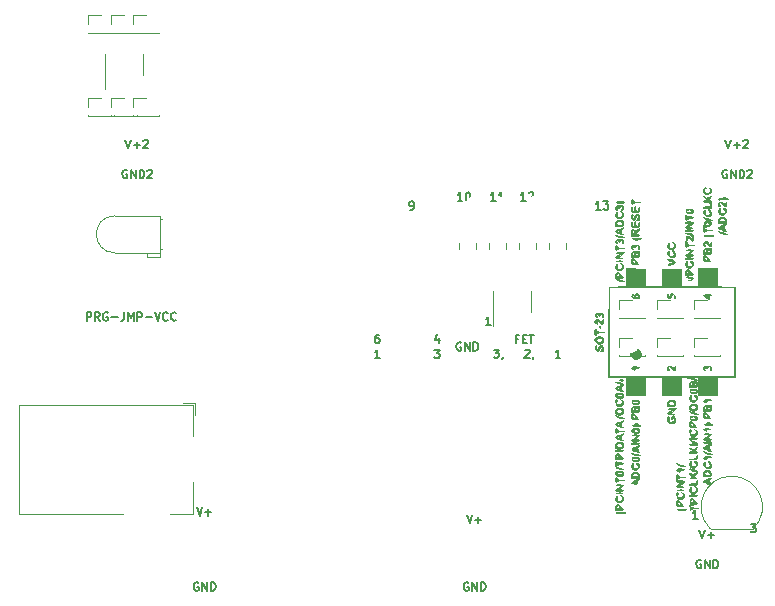
<source format=gto>
G04 #@! TF.GenerationSoftware,KiCad,Pcbnew,5.0.2+dfsg1-1~bpo9+1*
G04 #@! TF.CreationDate,2020-04-14T03:07:08-04:00*
G04 #@! TF.ProjectId,attiny10,61747469-6e79-4313-902e-6b696361645f,0.10.a*
G04 #@! TF.SameCoordinates,Original*
G04 #@! TF.FileFunction,Legend,Top*
G04 #@! TF.FilePolarity,Positive*
%FSLAX46Y46*%
G04 Gerber Fmt 4.6, Leading zero omitted, Abs format (unit mm)*
G04 Created by KiCad (PCBNEW 5.0.2+dfsg1-1~bpo9+1) date Tue 14 Apr 2020 03:07:08 AM EDT*
%MOMM*%
%LPD*%
G01*
G04 APERTURE LIST*
%ADD10C,0.175000*%
%ADD11C,0.120000*%
%ADD12C,0.010000*%
%ADD13C,0.150000*%
%ADD14O,1.000000X1.000000*%
%ADD15O,1.700000X1.700000*%
%ADD16C,0.975000*%
%ADD17C,4.300000*%
%ADD18O,1.200000X1.400000*%
%ADD19C,1.800000*%
%ADD20R,1.800000X1.800000*%
%ADD21R,0.650000X1.760000*%
%ADD22R,1.300000X1.300000*%
%ADD23C,1.300000*%
%ADD24C,3.500000*%
%ADD25C,3.000000*%
%ADD26R,3.500000X3.500000*%
%ADD27R,0.650000X1.560000*%
G04 APERTURE END LIST*
D10*
X30650333Y-82231666D02*
X30650333Y-81531666D01*
X30917000Y-81531666D01*
X30983666Y-81565000D01*
X31017000Y-81598333D01*
X31050333Y-81665000D01*
X31050333Y-81765000D01*
X31017000Y-81831666D01*
X30983666Y-81865000D01*
X30917000Y-81898333D01*
X30650333Y-81898333D01*
X31750333Y-82231666D02*
X31517000Y-81898333D01*
X31350333Y-82231666D02*
X31350333Y-81531666D01*
X31617000Y-81531666D01*
X31683666Y-81565000D01*
X31717000Y-81598333D01*
X31750333Y-81665000D01*
X31750333Y-81765000D01*
X31717000Y-81831666D01*
X31683666Y-81865000D01*
X31617000Y-81898333D01*
X31350333Y-81898333D01*
X32417000Y-81565000D02*
X32350333Y-81531666D01*
X32250333Y-81531666D01*
X32150333Y-81565000D01*
X32083666Y-81631666D01*
X32050333Y-81698333D01*
X32017000Y-81831666D01*
X32017000Y-81931666D01*
X32050333Y-82065000D01*
X32083666Y-82131666D01*
X32150333Y-82198333D01*
X32250333Y-82231666D01*
X32317000Y-82231666D01*
X32417000Y-82198333D01*
X32450333Y-82165000D01*
X32450333Y-81931666D01*
X32317000Y-81931666D01*
X32750333Y-81965000D02*
X33283666Y-81965000D01*
X33817000Y-81531666D02*
X33817000Y-82031666D01*
X33783666Y-82131666D01*
X33717000Y-82198333D01*
X33617000Y-82231666D01*
X33550333Y-82231666D01*
X34150333Y-82231666D02*
X34150333Y-81531666D01*
X34383666Y-82031666D01*
X34617000Y-81531666D01*
X34617000Y-82231666D01*
X34950333Y-82231666D02*
X34950333Y-81531666D01*
X35217000Y-81531666D01*
X35283666Y-81565000D01*
X35317000Y-81598333D01*
X35350333Y-81665000D01*
X35350333Y-81765000D01*
X35317000Y-81831666D01*
X35283666Y-81865000D01*
X35217000Y-81898333D01*
X34950333Y-81898333D01*
X35650333Y-81965000D02*
X36183666Y-81965000D01*
X36417000Y-81531666D02*
X36650333Y-82231666D01*
X36883666Y-81531666D01*
X37517000Y-82165000D02*
X37483666Y-82198333D01*
X37383666Y-82231666D01*
X37317000Y-82231666D01*
X37217000Y-82198333D01*
X37150333Y-82131666D01*
X37117000Y-82065000D01*
X37083666Y-81931666D01*
X37083666Y-81831666D01*
X37117000Y-81698333D01*
X37150333Y-81631666D01*
X37217000Y-81565000D01*
X37317000Y-81531666D01*
X37383666Y-81531666D01*
X37483666Y-81565000D01*
X37517000Y-81598333D01*
X38217000Y-82165000D02*
X38183666Y-82198333D01*
X38083666Y-82231666D01*
X38017000Y-82231666D01*
X37917000Y-82198333D01*
X37850333Y-82131666D01*
X37817000Y-82065000D01*
X37783666Y-81931666D01*
X37783666Y-81831666D01*
X37817000Y-81698333D01*
X37850333Y-81631666D01*
X37917000Y-81565000D01*
X38017000Y-81531666D01*
X38083666Y-81531666D01*
X38183666Y-81565000D01*
X38217000Y-81598333D01*
X60091666Y-84706666D02*
X60525000Y-84706666D01*
X60291666Y-84973333D01*
X60391666Y-84973333D01*
X60458333Y-85006666D01*
X60491666Y-85040000D01*
X60525000Y-85106666D01*
X60525000Y-85273333D01*
X60491666Y-85340000D01*
X60458333Y-85373333D01*
X60391666Y-85406666D01*
X60191666Y-85406666D01*
X60125000Y-85373333D01*
X60091666Y-85340000D01*
X55445000Y-85406666D02*
X55045000Y-85406666D01*
X55245000Y-85406666D02*
X55245000Y-84706666D01*
X55178333Y-84806666D01*
X55111666Y-84873333D01*
X55045000Y-84906666D01*
X60458333Y-83670000D02*
X60458333Y-84136666D01*
X60291666Y-83403333D02*
X60125000Y-83903333D01*
X60558333Y-83903333D01*
X55378333Y-83436666D02*
X55245000Y-83436666D01*
X55178333Y-83470000D01*
X55145000Y-83503333D01*
X55078333Y-83603333D01*
X55045000Y-83736666D01*
X55045000Y-84003333D01*
X55078333Y-84070000D01*
X55111666Y-84103333D01*
X55178333Y-84136666D01*
X55311666Y-84136666D01*
X55378333Y-84103333D01*
X55411666Y-84070000D01*
X55445000Y-84003333D01*
X55445000Y-83836666D01*
X55411666Y-83770000D01*
X55378333Y-83736666D01*
X55311666Y-83703333D01*
X55178333Y-83703333D01*
X55111666Y-83736666D01*
X55078333Y-83770000D01*
X55045000Y-83836666D01*
X62966666Y-104425000D02*
X62900000Y-104391666D01*
X62800000Y-104391666D01*
X62700000Y-104425000D01*
X62633333Y-104491666D01*
X62600000Y-104558333D01*
X62566666Y-104691666D01*
X62566666Y-104791666D01*
X62600000Y-104925000D01*
X62633333Y-104991666D01*
X62700000Y-105058333D01*
X62800000Y-105091666D01*
X62866666Y-105091666D01*
X62966666Y-105058333D01*
X63000000Y-105025000D01*
X63000000Y-104791666D01*
X62866666Y-104791666D01*
X63300000Y-105091666D02*
X63300000Y-104391666D01*
X63700000Y-105091666D01*
X63700000Y-104391666D01*
X64033333Y-105091666D02*
X64033333Y-104391666D01*
X64200000Y-104391666D01*
X64300000Y-104425000D01*
X64366666Y-104491666D01*
X64400000Y-104558333D01*
X64433333Y-104691666D01*
X64433333Y-104791666D01*
X64400000Y-104925000D01*
X64366666Y-104991666D01*
X64300000Y-105058333D01*
X64200000Y-105091666D01*
X64033333Y-105091666D01*
X58032666Y-72833666D02*
X58166000Y-72833666D01*
X58232666Y-72800333D01*
X58266000Y-72767000D01*
X58332666Y-72667000D01*
X58366000Y-72533666D01*
X58366000Y-72267000D01*
X58332666Y-72200333D01*
X58299333Y-72167000D01*
X58232666Y-72133666D01*
X58099333Y-72133666D01*
X58032666Y-72167000D01*
X57999333Y-72200333D01*
X57966000Y-72267000D01*
X57966000Y-72433666D01*
X57999333Y-72500333D01*
X58032666Y-72533666D01*
X58099333Y-72567000D01*
X58232666Y-72567000D01*
X58299333Y-72533666D01*
X58332666Y-72500333D01*
X58366000Y-72433666D01*
X74161666Y-72833666D02*
X73761666Y-72833666D01*
X73961666Y-72833666D02*
X73961666Y-72133666D01*
X73895000Y-72233666D01*
X73828333Y-72300333D01*
X73761666Y-72333666D01*
X74395000Y-72133666D02*
X74828333Y-72133666D01*
X74595000Y-72400333D01*
X74695000Y-72400333D01*
X74761666Y-72433666D01*
X74795000Y-72467000D01*
X74828333Y-72533666D01*
X74828333Y-72700333D01*
X74795000Y-72767000D01*
X74761666Y-72800333D01*
X74695000Y-72833666D01*
X74495000Y-72833666D01*
X74428333Y-72800333D01*
X74395000Y-72767000D01*
X67811666Y-72071666D02*
X67411666Y-72071666D01*
X67611666Y-72071666D02*
X67611666Y-71371666D01*
X67545000Y-71471666D01*
X67478333Y-71538333D01*
X67411666Y-71571666D01*
X68078333Y-71438333D02*
X68111666Y-71405000D01*
X68178333Y-71371666D01*
X68345000Y-71371666D01*
X68411666Y-71405000D01*
X68445000Y-71438333D01*
X68478333Y-71505000D01*
X68478333Y-71571666D01*
X68445000Y-71671666D01*
X68045000Y-72071666D01*
X68478333Y-72071666D01*
X65271666Y-72071666D02*
X64871666Y-72071666D01*
X65071666Y-72071666D02*
X65071666Y-71371666D01*
X65005000Y-71471666D01*
X64938333Y-71538333D01*
X64871666Y-71571666D01*
X65938333Y-72071666D02*
X65538333Y-72071666D01*
X65738333Y-72071666D02*
X65738333Y-71371666D01*
X65671666Y-71471666D01*
X65605000Y-71538333D01*
X65538333Y-71571666D01*
X62331666Y-84105000D02*
X62265000Y-84071666D01*
X62165000Y-84071666D01*
X62065000Y-84105000D01*
X61998333Y-84171666D01*
X61965000Y-84238333D01*
X61931666Y-84371666D01*
X61931666Y-84471666D01*
X61965000Y-84605000D01*
X61998333Y-84671666D01*
X62065000Y-84738333D01*
X62165000Y-84771666D01*
X62231666Y-84771666D01*
X62331666Y-84738333D01*
X62365000Y-84705000D01*
X62365000Y-84471666D01*
X62231666Y-84471666D01*
X62665000Y-84771666D02*
X62665000Y-84071666D01*
X63065000Y-84771666D01*
X63065000Y-84071666D01*
X63398333Y-84771666D02*
X63398333Y-84071666D01*
X63565000Y-84071666D01*
X63665000Y-84105000D01*
X63731666Y-84171666D01*
X63765000Y-84238333D01*
X63798333Y-84371666D01*
X63798333Y-84471666D01*
X63765000Y-84605000D01*
X63731666Y-84671666D01*
X63665000Y-84738333D01*
X63565000Y-84771666D01*
X63398333Y-84771666D01*
X62465000Y-72071666D02*
X62065000Y-72071666D01*
X62265000Y-72071666D02*
X62265000Y-71371666D01*
X62198333Y-71471666D01*
X62131666Y-71538333D01*
X62065000Y-71571666D01*
X62898333Y-71371666D02*
X62965000Y-71371666D01*
X63031666Y-71405000D01*
X63065000Y-71438333D01*
X63098333Y-71505000D01*
X63131666Y-71638333D01*
X63131666Y-71805000D01*
X63098333Y-71938333D01*
X63065000Y-72005000D01*
X63031666Y-72038333D01*
X62965000Y-72071666D01*
X62898333Y-72071666D01*
X62831666Y-72038333D01*
X62798333Y-72005000D01*
X62765000Y-71938333D01*
X62731666Y-71805000D01*
X62731666Y-71638333D01*
X62765000Y-71505000D01*
X62798333Y-71438333D01*
X62831666Y-71405000D01*
X62898333Y-71371666D01*
X64843000Y-82612666D02*
X64443000Y-82612666D01*
X64643000Y-82612666D02*
X64643000Y-81912666D01*
X64576333Y-82012666D01*
X64509666Y-82079333D01*
X64443000Y-82112666D01*
X86875144Y-99455144D02*
X87308478Y-99455144D01*
X87075144Y-99721811D01*
X87175144Y-99721811D01*
X87241811Y-99755144D01*
X87275144Y-99788478D01*
X87308478Y-99855144D01*
X87308478Y-100021811D01*
X87275144Y-100088478D01*
X87241811Y-100121811D01*
X87175144Y-100155144D01*
X86975144Y-100155144D01*
X86908478Y-100121811D01*
X86875144Y-100088478D01*
X82369000Y-98995666D02*
X81969000Y-98995666D01*
X82169000Y-98995666D02*
X82169000Y-98295666D01*
X82102333Y-98395666D01*
X82035666Y-98462333D01*
X81969000Y-98495666D01*
X67195000Y-83792500D02*
X66961666Y-83792500D01*
X66961666Y-84159166D02*
X66961666Y-83459166D01*
X67295000Y-83459166D01*
X67561666Y-83792500D02*
X67795000Y-83792500D01*
X67895000Y-84159166D02*
X67561666Y-84159166D01*
X67561666Y-83459166D01*
X67895000Y-83459166D01*
X68095000Y-83459166D02*
X68495000Y-83459166D01*
X68295000Y-84159166D02*
X68295000Y-83459166D01*
X65111666Y-84684166D02*
X65545000Y-84684166D01*
X65311666Y-84950833D01*
X65411666Y-84950833D01*
X65478333Y-84984166D01*
X65511666Y-85017500D01*
X65545000Y-85084166D01*
X65545000Y-85250833D01*
X65511666Y-85317500D01*
X65478333Y-85350833D01*
X65411666Y-85384166D01*
X65211666Y-85384166D01*
X65145000Y-85350833D01*
X65111666Y-85317500D01*
X65878333Y-85350833D02*
X65878333Y-85384166D01*
X65845000Y-85450833D01*
X65811666Y-85484166D01*
X67745000Y-84750833D02*
X67778333Y-84717500D01*
X67845000Y-84684166D01*
X68011666Y-84684166D01*
X68078333Y-84717500D01*
X68111666Y-84750833D01*
X68145000Y-84817500D01*
X68145000Y-84884166D01*
X68111666Y-84984166D01*
X67711666Y-85384166D01*
X68145000Y-85384166D01*
X68478333Y-85350833D02*
X68478333Y-85384166D01*
X68445000Y-85450833D01*
X68411666Y-85484166D01*
X70745000Y-85384166D02*
X70345000Y-85384166D01*
X70545000Y-85384166D02*
X70545000Y-84684166D01*
X70478333Y-84784166D01*
X70411666Y-84850833D01*
X70345000Y-84884166D01*
X34058333Y-69500000D02*
X33991666Y-69466666D01*
X33891666Y-69466666D01*
X33791666Y-69500000D01*
X33725000Y-69566666D01*
X33691666Y-69633333D01*
X33658333Y-69766666D01*
X33658333Y-69866666D01*
X33691666Y-70000000D01*
X33725000Y-70066666D01*
X33791666Y-70133333D01*
X33891666Y-70166666D01*
X33958333Y-70166666D01*
X34058333Y-70133333D01*
X34091666Y-70100000D01*
X34091666Y-69866666D01*
X33958333Y-69866666D01*
X34391666Y-70166666D02*
X34391666Y-69466666D01*
X34791666Y-70166666D01*
X34791666Y-69466666D01*
X35125000Y-70166666D02*
X35125000Y-69466666D01*
X35291666Y-69466666D01*
X35391666Y-69500000D01*
X35458333Y-69566666D01*
X35491666Y-69633333D01*
X35525000Y-69766666D01*
X35525000Y-69866666D01*
X35491666Y-70000000D01*
X35458333Y-70066666D01*
X35391666Y-70133333D01*
X35291666Y-70166666D01*
X35125000Y-70166666D01*
X35791666Y-69533333D02*
X35825000Y-69500000D01*
X35891666Y-69466666D01*
X36058333Y-69466666D01*
X36125000Y-69500000D01*
X36158333Y-69533333D01*
X36191666Y-69600000D01*
X36191666Y-69666666D01*
X36158333Y-69766666D01*
X35758333Y-70166666D01*
X36191666Y-70166666D01*
X82651666Y-102520000D02*
X82585000Y-102486666D01*
X82485000Y-102486666D01*
X82385000Y-102520000D01*
X82318333Y-102586666D01*
X82285000Y-102653333D01*
X82251666Y-102786666D01*
X82251666Y-102886666D01*
X82285000Y-103020000D01*
X82318333Y-103086666D01*
X82385000Y-103153333D01*
X82485000Y-103186666D01*
X82551666Y-103186666D01*
X82651666Y-103153333D01*
X82685000Y-103120000D01*
X82685000Y-102886666D01*
X82551666Y-102886666D01*
X82985000Y-103186666D02*
X82985000Y-102486666D01*
X83385000Y-103186666D01*
X83385000Y-102486666D01*
X83718333Y-103186666D02*
X83718333Y-102486666D01*
X83885000Y-102486666D01*
X83985000Y-102520000D01*
X84051666Y-102586666D01*
X84085000Y-102653333D01*
X84118333Y-102786666D01*
X84118333Y-102886666D01*
X84085000Y-103020000D01*
X84051666Y-103086666D01*
X83985000Y-103153333D01*
X83885000Y-103186666D01*
X83718333Y-103186666D01*
X82518333Y-99946666D02*
X82751666Y-100646666D01*
X82985000Y-99946666D01*
X83218333Y-100380000D02*
X83751666Y-100380000D01*
X83485000Y-100646666D02*
X83485000Y-100113333D01*
X84725000Y-66926666D02*
X84958333Y-67626666D01*
X85191666Y-66926666D01*
X85425000Y-67360000D02*
X85958333Y-67360000D01*
X85691666Y-67626666D02*
X85691666Y-67093333D01*
X86258333Y-66993333D02*
X86291666Y-66960000D01*
X86358333Y-66926666D01*
X86525000Y-66926666D01*
X86591666Y-66960000D01*
X86625000Y-66993333D01*
X86658333Y-67060000D01*
X86658333Y-67126666D01*
X86625000Y-67226666D01*
X86225000Y-67626666D01*
X86658333Y-67626666D01*
X84858333Y-69500000D02*
X84791666Y-69466666D01*
X84691666Y-69466666D01*
X84591666Y-69500000D01*
X84525000Y-69566666D01*
X84491666Y-69633333D01*
X84458333Y-69766666D01*
X84458333Y-69866666D01*
X84491666Y-70000000D01*
X84525000Y-70066666D01*
X84591666Y-70133333D01*
X84691666Y-70166666D01*
X84758333Y-70166666D01*
X84858333Y-70133333D01*
X84891666Y-70100000D01*
X84891666Y-69866666D01*
X84758333Y-69866666D01*
X85191666Y-70166666D02*
X85191666Y-69466666D01*
X85591666Y-70166666D01*
X85591666Y-69466666D01*
X85925000Y-70166666D02*
X85925000Y-69466666D01*
X86091666Y-69466666D01*
X86191666Y-69500000D01*
X86258333Y-69566666D01*
X86291666Y-69633333D01*
X86325000Y-69766666D01*
X86325000Y-69866666D01*
X86291666Y-70000000D01*
X86258333Y-70066666D01*
X86191666Y-70133333D01*
X86091666Y-70166666D01*
X85925000Y-70166666D01*
X86591666Y-69533333D02*
X86625000Y-69500000D01*
X86691666Y-69466666D01*
X86858333Y-69466666D01*
X86925000Y-69500000D01*
X86958333Y-69533333D01*
X86991666Y-69600000D01*
X86991666Y-69666666D01*
X86958333Y-69766666D01*
X86558333Y-70166666D01*
X86991666Y-70166666D01*
X62833333Y-98676666D02*
X63066666Y-99376666D01*
X63300000Y-98676666D01*
X63533333Y-99110000D02*
X64066666Y-99110000D01*
X63800000Y-99376666D02*
X63800000Y-98843333D01*
X40106666Y-104425000D02*
X40040000Y-104391666D01*
X39940000Y-104391666D01*
X39840000Y-104425000D01*
X39773333Y-104491666D01*
X39740000Y-104558333D01*
X39706666Y-104691666D01*
X39706666Y-104791666D01*
X39740000Y-104925000D01*
X39773333Y-104991666D01*
X39840000Y-105058333D01*
X39940000Y-105091666D01*
X40006666Y-105091666D01*
X40106666Y-105058333D01*
X40140000Y-105025000D01*
X40140000Y-104791666D01*
X40006666Y-104791666D01*
X40440000Y-105091666D02*
X40440000Y-104391666D01*
X40840000Y-105091666D01*
X40840000Y-104391666D01*
X41173333Y-105091666D02*
X41173333Y-104391666D01*
X41340000Y-104391666D01*
X41440000Y-104425000D01*
X41506666Y-104491666D01*
X41540000Y-104558333D01*
X41573333Y-104691666D01*
X41573333Y-104791666D01*
X41540000Y-104925000D01*
X41506666Y-104991666D01*
X41440000Y-105058333D01*
X41340000Y-105091666D01*
X41173333Y-105091666D01*
X39973333Y-98041666D02*
X40206666Y-98741666D01*
X40440000Y-98041666D01*
X40673333Y-98475000D02*
X41206666Y-98475000D01*
X40940000Y-98741666D02*
X40940000Y-98208333D01*
X33925000Y-66926666D02*
X34158333Y-67626666D01*
X34391666Y-66926666D01*
X34625000Y-67360000D02*
X35158333Y-67360000D01*
X34891666Y-67626666D02*
X34891666Y-67093333D01*
X35458333Y-66993333D02*
X35491666Y-66960000D01*
X35558333Y-66926666D01*
X35725000Y-66926666D01*
X35791666Y-66960000D01*
X35825000Y-66993333D01*
X35858333Y-67060000D01*
X35858333Y-67126666D01*
X35825000Y-67226666D01*
X35425000Y-67626666D01*
X35858333Y-67626666D01*
D11*
G04 #@! TO.C,REF\002A\002A*
X34577000Y-56390000D02*
X35687000Y-56390000D01*
X34577000Y-57150000D02*
X34577000Y-56390000D01*
X36250471Y-57910000D02*
X36797000Y-57910000D01*
X34577000Y-57910000D02*
X35123529Y-57910000D01*
X36797000Y-57910000D02*
X36797000Y-57845000D01*
X34577000Y-57910000D02*
X34577000Y-57845000D01*
X34577000Y-57910000D02*
X36797000Y-57910000D01*
X32672000Y-57910000D02*
X34892000Y-57910000D01*
X32672000Y-57910000D02*
X32672000Y-57845000D01*
X34892000Y-57910000D02*
X34892000Y-57845000D01*
X32672000Y-57910000D02*
X33218529Y-57910000D01*
X34345471Y-57910000D02*
X34892000Y-57910000D01*
X32672000Y-57150000D02*
X32672000Y-56390000D01*
X32672000Y-56390000D02*
X33782000Y-56390000D01*
X30767000Y-56390000D02*
X31877000Y-56390000D01*
X30767000Y-57150000D02*
X30767000Y-56390000D01*
X32440471Y-57910000D02*
X32987000Y-57910000D01*
X30767000Y-57910000D02*
X31313529Y-57910000D01*
X32987000Y-57910000D02*
X32987000Y-57845000D01*
X30767000Y-57910000D02*
X30767000Y-57845000D01*
X30767000Y-57910000D02*
X32987000Y-57910000D01*
X34577000Y-64895000D02*
X36797000Y-64895000D01*
X34577000Y-64895000D02*
X34577000Y-64830000D01*
X36797000Y-64895000D02*
X36797000Y-64830000D01*
X34577000Y-64895000D02*
X35123529Y-64895000D01*
X36250471Y-64895000D02*
X36797000Y-64895000D01*
X34577000Y-64135000D02*
X34577000Y-63375000D01*
X34577000Y-63375000D02*
X35687000Y-63375000D01*
X32672000Y-63375000D02*
X33782000Y-63375000D01*
X32672000Y-64135000D02*
X32672000Y-63375000D01*
X34345471Y-64895000D02*
X34892000Y-64895000D01*
X32672000Y-64895000D02*
X33218529Y-64895000D01*
X34892000Y-64895000D02*
X34892000Y-64830000D01*
X32672000Y-64895000D02*
X32672000Y-64830000D01*
X32672000Y-64895000D02*
X34892000Y-64895000D01*
X30767000Y-64895000D02*
X32987000Y-64895000D01*
X30767000Y-64895000D02*
X30767000Y-64830000D01*
X32987000Y-64895000D02*
X32987000Y-64830000D01*
X30767000Y-64895000D02*
X31313529Y-64895000D01*
X32440471Y-64895000D02*
X32987000Y-64895000D01*
X30767000Y-64135000D02*
X30767000Y-63375000D01*
X30767000Y-63375000D02*
X31877000Y-63375000D01*
X75725000Y-85215000D02*
X77945000Y-85215000D01*
X75725000Y-85215000D02*
X75725000Y-85150000D01*
X77945000Y-85215000D02*
X77945000Y-85150000D01*
X75725000Y-85215000D02*
X76271529Y-85215000D01*
X77398471Y-85215000D02*
X77945000Y-85215000D01*
X75725000Y-84455000D02*
X75725000Y-83695000D01*
X75725000Y-83695000D02*
X76835000Y-83695000D01*
X78900000Y-83695000D02*
X80010000Y-83695000D01*
X78900000Y-84455000D02*
X78900000Y-83695000D01*
X80573471Y-85215000D02*
X81120000Y-85215000D01*
X78900000Y-85215000D02*
X79446529Y-85215000D01*
X81120000Y-85215000D02*
X81120000Y-85150000D01*
X78900000Y-85215000D02*
X78900000Y-85150000D01*
X78900000Y-85215000D02*
X81120000Y-85215000D01*
X82075000Y-85215000D02*
X84295000Y-85215000D01*
X82075000Y-85215000D02*
X82075000Y-85150000D01*
X84295000Y-85215000D02*
X84295000Y-85150000D01*
X82075000Y-85215000D02*
X82621529Y-85215000D01*
X83748471Y-85215000D02*
X84295000Y-85215000D01*
X82075000Y-84455000D02*
X82075000Y-83695000D01*
X82075000Y-83695000D02*
X83185000Y-83695000D01*
X82075000Y-80520000D02*
X83185000Y-80520000D01*
X82075000Y-81280000D02*
X82075000Y-80520000D01*
X83748471Y-82040000D02*
X84295000Y-82040000D01*
X82075000Y-82040000D02*
X82621529Y-82040000D01*
X84295000Y-82040000D02*
X84295000Y-81975000D01*
X82075000Y-82040000D02*
X82075000Y-81975000D01*
X82075000Y-82040000D02*
X84295000Y-82040000D01*
X78900000Y-82040000D02*
X81120000Y-82040000D01*
X78900000Y-82040000D02*
X78900000Y-81975000D01*
X81120000Y-82040000D02*
X81120000Y-81975000D01*
X78900000Y-82040000D02*
X79446529Y-82040000D01*
X80573471Y-82040000D02*
X81120000Y-82040000D01*
X78900000Y-81280000D02*
X78900000Y-80520000D01*
X78900000Y-80520000D02*
X80010000Y-80520000D01*
X71195000Y-75687422D02*
X71195000Y-76204578D01*
X69775000Y-75687422D02*
X69775000Y-76204578D01*
X67235000Y-75687422D02*
X67235000Y-76204578D01*
X68655000Y-75687422D02*
X68655000Y-76204578D01*
X66115000Y-75687422D02*
X66115000Y-76204578D01*
X64695000Y-75687422D02*
X64695000Y-76204578D01*
G04 #@! TO.C,REF100552*
X33030000Y-76490000D02*
G75*
G02X33030000Y-73370000I0J1560000D01*
G01*
X37020000Y-76200000D02*
X37020000Y-76200000D01*
X36890000Y-76200000D02*
X37020000Y-76200000D01*
X36890000Y-76200000D02*
X36890000Y-76200000D01*
X37020000Y-76200000D02*
X36890000Y-76200000D01*
X37020000Y-73660000D02*
X37020000Y-73660000D01*
X36890000Y-73660000D02*
X37020000Y-73660000D01*
X36890000Y-73660000D02*
X36890000Y-73660000D01*
X37020000Y-73660000D02*
X36890000Y-73660000D01*
X36890000Y-76490000D02*
X36890000Y-76890000D01*
X35770000Y-76490000D02*
X36890000Y-76490000D01*
X35770000Y-76890000D02*
X35770000Y-76490000D01*
X36890000Y-76890000D02*
X35770000Y-76890000D01*
X36890000Y-73370000D02*
X36890000Y-76490000D01*
X36890000Y-76490000D02*
X33030000Y-76490000D01*
X36890000Y-73370000D02*
X33030000Y-73370000D01*
G04 #@! TO.C,REF\002A\002A*
X65065000Y-79745000D02*
X65065000Y-82695000D01*
X68285000Y-81545000D02*
X68285000Y-79745000D01*
X87108478Y-99838478D02*
G75*
G03X85270000Y-95400000I-1838478J1838478D01*
G01*
X83431522Y-99838478D02*
G75*
G02X85270000Y-95400000I1838478J1838478D01*
G01*
X83470000Y-99850000D02*
X87070000Y-99850000D01*
D12*
G04 #@! TO.C,G\002A\002A\002A*
G36*
X76787109Y-80030915D02*
X76819021Y-79992113D01*
X76877927Y-79964092D01*
X76863095Y-80081040D01*
X76862722Y-80082471D01*
X76860115Y-80227309D01*
X76909792Y-80264000D01*
X76985696Y-80192928D01*
X77004334Y-80088778D01*
X77044968Y-79957218D01*
X77193126Y-79940492D01*
X77193969Y-79940612D01*
X77352861Y-80020742D01*
X77420889Y-80162099D01*
X77374149Y-80289295D01*
X77253510Y-80332654D01*
X77216000Y-80335967D01*
X77216000Y-80264000D01*
X77328249Y-80196227D01*
X77343000Y-80137000D01*
X77275227Y-80024752D01*
X77216000Y-80010000D01*
X77103752Y-80077773D01*
X77089000Y-80137000D01*
X77156773Y-80249249D01*
X77216000Y-80264000D01*
X77216000Y-80335967D01*
X77072232Y-80348667D01*
X76870312Y-80298811D01*
X76764938Y-80178344D01*
X76787109Y-80030915D01*
X76787109Y-80030915D01*
G37*
X76787109Y-80030915D02*
X76819021Y-79992113D01*
X76877927Y-79964092D01*
X76863095Y-80081040D01*
X76862722Y-80082471D01*
X76860115Y-80227309D01*
X76909792Y-80264000D01*
X76985696Y-80192928D01*
X77004334Y-80088778D01*
X77044968Y-79957218D01*
X77193126Y-79940492D01*
X77193969Y-79940612D01*
X77352861Y-80020742D01*
X77420889Y-80162099D01*
X77374149Y-80289295D01*
X77253510Y-80332654D01*
X77216000Y-80335967D01*
X77216000Y-80264000D01*
X77328249Y-80196227D01*
X77343000Y-80137000D01*
X77275227Y-80024752D01*
X77216000Y-80010000D01*
X77103752Y-80077773D01*
X77089000Y-80137000D01*
X77156773Y-80249249D01*
X77216000Y-80264000D01*
X77216000Y-80335967D01*
X77072232Y-80348667D01*
X76870312Y-80298811D01*
X76764938Y-80178344D01*
X76787109Y-80030915D01*
G36*
X76796576Y-86146358D02*
X76986371Y-86108561D01*
X77089000Y-86106000D01*
X77301074Y-86124778D01*
X77419031Y-86171688D01*
X77427667Y-86190667D01*
X77353982Y-86249669D01*
X77175963Y-86275300D01*
X77168670Y-86275333D01*
X76992342Y-86296251D01*
X76964722Y-86364813D01*
X76973256Y-86381167D01*
X76984443Y-86432259D01*
X76893586Y-86370800D01*
X76766629Y-86232442D01*
X76796576Y-86146358D01*
X76796576Y-86146358D01*
G37*
X76796576Y-86146358D02*
X76986371Y-86108561D01*
X77089000Y-86106000D01*
X77301074Y-86124778D01*
X77419031Y-86171688D01*
X77427667Y-86190667D01*
X77353982Y-86249669D01*
X77175963Y-86275300D01*
X77168670Y-86275333D01*
X76992342Y-86296251D01*
X76964722Y-86364813D01*
X76973256Y-86381167D01*
X76984443Y-86432259D01*
X76893586Y-86370800D01*
X76766629Y-86232442D01*
X76796576Y-86146358D01*
G36*
X76706782Y-84884401D02*
X76853839Y-84713801D01*
X77080692Y-84597584D01*
X77267476Y-84623869D01*
X77427667Y-84751333D01*
X77576343Y-84986061D01*
X77560431Y-85216305D01*
X77442167Y-85373211D01*
X77200114Y-85499615D01*
X76955017Y-85470153D01*
X76805789Y-85358500D01*
X76679899Y-85120305D01*
X76706782Y-84884401D01*
X76706782Y-84884401D01*
G37*
X76706782Y-84884401D02*
X76853839Y-84713801D01*
X77080692Y-84597584D01*
X77267476Y-84623869D01*
X77427667Y-84751333D01*
X77576343Y-84986061D01*
X77560431Y-85216305D01*
X77442167Y-85373211D01*
X77200114Y-85499615D01*
X76955017Y-85470153D01*
X76805789Y-85358500D01*
X76679899Y-85120305D01*
X76706782Y-84884401D01*
G36*
X79803700Y-80115833D02*
X79811739Y-79959503D01*
X79837936Y-79962337D01*
X79885639Y-80073500D01*
X79962416Y-80215960D01*
X80026545Y-80269112D01*
X80042911Y-80204491D01*
X80042307Y-80200500D01*
X80052990Y-80005743D01*
X80172600Y-79936738D01*
X80242834Y-79940612D01*
X80414000Y-80037026D01*
X80460389Y-80158167D01*
X80450854Y-80305658D01*
X80404815Y-80348667D01*
X80356585Y-80281393D01*
X80366468Y-80179333D01*
X80360823Y-80040597D01*
X80273875Y-80010000D01*
X80159871Y-80080585D01*
X80137000Y-80179333D01*
X80077132Y-80320838D01*
X79967667Y-80348667D01*
X79841153Y-80306337D01*
X79803484Y-80151697D01*
X79803700Y-80115833D01*
X79803700Y-80115833D01*
G37*
X79803700Y-80115833D02*
X79811739Y-79959503D01*
X79837936Y-79962337D01*
X79885639Y-80073500D01*
X79962416Y-80215960D01*
X80026545Y-80269112D01*
X80042911Y-80204491D01*
X80042307Y-80200500D01*
X80052990Y-80005743D01*
X80172600Y-79936738D01*
X80242834Y-79940612D01*
X80414000Y-80037026D01*
X80460389Y-80158167D01*
X80450854Y-80305658D01*
X80404815Y-80348667D01*
X80356585Y-80281393D01*
X80366468Y-80179333D01*
X80360823Y-80040597D01*
X80273875Y-80010000D01*
X80159871Y-80080585D01*
X80137000Y-80179333D01*
X80077132Y-80320838D01*
X79967667Y-80348667D01*
X79841153Y-80306337D01*
X79803484Y-80151697D01*
X79803700Y-80115833D01*
G36*
X79861382Y-86106476D02*
X79928487Y-86050741D01*
X80085069Y-86064014D01*
X80217381Y-86144455D01*
X80337407Y-86239531D01*
X80391530Y-86212819D01*
X80416073Y-86133557D01*
X80446799Y-86073876D01*
X80464419Y-86182839D01*
X80465845Y-86211833D01*
X80450576Y-86380626D01*
X80404122Y-86444667D01*
X80299613Y-86388054D01*
X80179334Y-86275333D01*
X80037573Y-86148944D01*
X79944670Y-86106000D01*
X79897400Y-86173305D01*
X79907532Y-86275333D01*
X79912281Y-86410341D01*
X79875074Y-86444667D01*
X79806146Y-86382034D01*
X79804979Y-86244247D01*
X79861382Y-86106476D01*
X79861382Y-86106476D01*
G37*
X79861382Y-86106476D02*
X79928487Y-86050741D01*
X80085069Y-86064014D01*
X80217381Y-86144455D01*
X80337407Y-86239531D01*
X80391530Y-86212819D01*
X80416073Y-86133557D01*
X80446799Y-86073876D01*
X80464419Y-86182839D01*
X80465845Y-86211833D01*
X80450576Y-86380626D01*
X80404122Y-86444667D01*
X80299613Y-86388054D01*
X80179334Y-86275333D01*
X80037573Y-86148944D01*
X79944670Y-86106000D01*
X79897400Y-86173305D01*
X79907532Y-86275333D01*
X79912281Y-86410341D01*
X79875074Y-86444667D01*
X79806146Y-86382034D01*
X79804979Y-86244247D01*
X79861382Y-86106476D01*
G36*
X82918982Y-80038965D02*
X83090012Y-79995476D01*
X83289050Y-79984880D01*
X83445720Y-80016636D01*
X83458197Y-80023656D01*
X83515739Y-80082253D01*
X83466055Y-80093370D01*
X83374226Y-80165981D01*
X83339055Y-80268490D01*
X83307349Y-80386085D01*
X83235203Y-80375072D01*
X83142667Y-80303912D01*
X83038456Y-80209826D01*
X83067232Y-80196730D01*
X83121500Y-80212098D01*
X83243777Y-80210697D01*
X83269667Y-80167498D01*
X83199932Y-80114142D01*
X83058000Y-80129435D01*
X82901692Y-80143558D01*
X82846334Y-80105890D01*
X82918982Y-80038965D01*
X82918982Y-80038965D01*
G37*
X82918982Y-80038965D02*
X83090012Y-79995476D01*
X83289050Y-79984880D01*
X83445720Y-80016636D01*
X83458197Y-80023656D01*
X83515739Y-80082253D01*
X83466055Y-80093370D01*
X83374226Y-80165981D01*
X83339055Y-80268490D01*
X83307349Y-80386085D01*
X83235203Y-80375072D01*
X83142667Y-80303912D01*
X83038456Y-80209826D01*
X83067232Y-80196730D01*
X83121500Y-80212098D01*
X83243777Y-80210697D01*
X83269667Y-80167498D01*
X83199932Y-80114142D01*
X83058000Y-80129435D01*
X82901692Y-80143558D01*
X82846334Y-80105890D01*
X82918982Y-80038965D01*
G36*
X82912386Y-86122367D02*
X83047714Y-86069847D01*
X83185000Y-86063667D01*
X83392949Y-86084275D01*
X83486321Y-86166476D01*
X83508389Y-86254167D01*
X83498854Y-86401658D01*
X83452815Y-86444667D01*
X83404585Y-86377393D01*
X83414468Y-86275333D01*
X83402830Y-86136664D01*
X83313510Y-86109672D01*
X83229619Y-86186969D01*
X83120186Y-86230449D01*
X83040590Y-86214604D01*
X82942343Y-86205424D01*
X82955977Y-86302968D01*
X82962097Y-86420558D01*
X82922454Y-86444667D01*
X82864403Y-86374482D01*
X82861612Y-86254167D01*
X82912386Y-86122367D01*
X82912386Y-86122367D01*
G37*
X82912386Y-86122367D02*
X83047714Y-86069847D01*
X83185000Y-86063667D01*
X83392949Y-86084275D01*
X83486321Y-86166476D01*
X83508389Y-86254167D01*
X83498854Y-86401658D01*
X83452815Y-86444667D01*
X83404585Y-86377393D01*
X83414468Y-86275333D01*
X83402830Y-86136664D01*
X83313510Y-86109672D01*
X83229619Y-86186969D01*
X83120186Y-86230449D01*
X83040590Y-86214604D01*
X82942343Y-86205424D01*
X82955977Y-86302968D01*
X82962097Y-86420558D01*
X82922454Y-86444667D01*
X82864403Y-86374482D01*
X82861612Y-86254167D01*
X82912386Y-86122367D01*
G36*
X74074514Y-82657597D02*
X74112996Y-82682848D01*
X74118983Y-82768722D01*
X74098305Y-82859065D01*
X74067830Y-82819875D01*
X74057736Y-82687551D01*
X74074514Y-82657597D01*
X74074514Y-82657597D01*
G37*
X74074514Y-82657597D02*
X74112996Y-82682848D01*
X74118983Y-82768722D01*
X74098305Y-82859065D01*
X74067830Y-82819875D01*
X74057736Y-82687551D01*
X74074514Y-82657597D01*
G36*
X73775066Y-81627049D02*
X73998282Y-81574989D01*
X74057307Y-81573514D01*
X74259506Y-81599743D01*
X74348045Y-81694605D01*
X74364389Y-81766833D01*
X74350173Y-81914141D01*
X74295892Y-81957333D01*
X74239852Y-81905811D01*
X74252667Y-81872667D01*
X74263045Y-81731774D01*
X74244740Y-81690507D01*
X74163065Y-81657333D01*
X74070410Y-81749023D01*
X73984548Y-81831815D01*
X73956334Y-81804182D01*
X73894865Y-81709525D01*
X73862608Y-81703333D01*
X73805995Y-81764921D01*
X73817618Y-81830333D01*
X73815482Y-81939136D01*
X73733739Y-81944855D01*
X73657708Y-81868958D01*
X73649615Y-81733856D01*
X73775066Y-81627049D01*
X73775066Y-81627049D01*
G37*
X73775066Y-81627049D02*
X73998282Y-81574989D01*
X74057307Y-81573514D01*
X74259506Y-81599743D01*
X74348045Y-81694605D01*
X74364389Y-81766833D01*
X74350173Y-81914141D01*
X74295892Y-81957333D01*
X74239852Y-81905811D01*
X74252667Y-81872667D01*
X74263045Y-81731774D01*
X74244740Y-81690507D01*
X74163065Y-81657333D01*
X74070410Y-81749023D01*
X73984548Y-81831815D01*
X73956334Y-81804182D01*
X73894865Y-81709525D01*
X73862608Y-81703333D01*
X73805995Y-81764921D01*
X73817618Y-81830333D01*
X73815482Y-81939136D01*
X73733739Y-81944855D01*
X73657708Y-81868958D01*
X73649615Y-81733856D01*
X73775066Y-81627049D01*
G36*
X73657785Y-82224347D02*
X73711342Y-82166039D01*
X73816190Y-82088735D01*
X73925303Y-82111859D01*
X74062083Y-82209744D01*
X74282863Y-82383410D01*
X74319735Y-82191539D01*
X74345842Y-82102277D01*
X74362259Y-82173011D01*
X74368137Y-82274833D01*
X74356776Y-82461930D01*
X74313648Y-82549171D01*
X74308122Y-82550000D01*
X74203613Y-82493387D01*
X74083334Y-82380667D01*
X73922035Y-82239132D01*
X73828273Y-82231041D01*
X73820427Y-82354843D01*
X73832715Y-82401833D01*
X73864943Y-82532404D01*
X73821769Y-82523867D01*
X73735611Y-82444167D01*
X73633043Y-82321168D01*
X73657785Y-82224347D01*
X73657785Y-82224347D01*
G37*
X73657785Y-82224347D02*
X73711342Y-82166039D01*
X73816190Y-82088735D01*
X73925303Y-82111859D01*
X74062083Y-82209744D01*
X74282863Y-82383410D01*
X74319735Y-82191539D01*
X74345842Y-82102277D01*
X74362259Y-82173011D01*
X74368137Y-82274833D01*
X74356776Y-82461930D01*
X74313648Y-82549171D01*
X74308122Y-82550000D01*
X74203613Y-82493387D01*
X74083334Y-82380667D01*
X73922035Y-82239132D01*
X73828273Y-82231041D01*
X73820427Y-82354843D01*
X73832715Y-82401833D01*
X73864943Y-82532404D01*
X73821769Y-82523867D01*
X73735611Y-82444167D01*
X73633043Y-82321168D01*
X73657785Y-82224347D01*
G36*
X73669042Y-82965215D02*
X73702334Y-82931000D01*
X73775606Y-82949222D01*
X73787000Y-83005559D01*
X73868096Y-83109652D01*
X74104500Y-83165657D01*
X74422000Y-83198868D01*
X74104500Y-83213101D01*
X73875982Y-83248758D01*
X73789305Y-83335152D01*
X73787000Y-83359330D01*
X73745954Y-83446965D01*
X73702334Y-83439000D01*
X73633802Y-83314929D01*
X73622705Y-83125641D01*
X73669042Y-82965215D01*
X73669042Y-82965215D01*
G37*
X73669042Y-82965215D02*
X73702334Y-82931000D01*
X73775606Y-82949222D01*
X73787000Y-83005559D01*
X73868096Y-83109652D01*
X74104500Y-83165657D01*
X74422000Y-83198868D01*
X74104500Y-83213101D01*
X73875982Y-83248758D01*
X73789305Y-83335152D01*
X73787000Y-83359330D01*
X73745954Y-83446965D01*
X73702334Y-83439000D01*
X73633802Y-83314929D01*
X73622705Y-83125641D01*
X73669042Y-82965215D01*
G36*
X73759195Y-83633460D02*
X73999986Y-83567442D01*
X74048875Y-83566000D01*
X74256426Y-83629921D01*
X74368255Y-83784000D01*
X74369581Y-83971716D01*
X74245624Y-84136545D01*
X74204656Y-84161705D01*
X74029865Y-84208373D01*
X73978667Y-84187599D01*
X73978667Y-84074000D01*
X74199750Y-84036172D01*
X74281531Y-83914777D01*
X74275601Y-83824129D01*
X74179463Y-83720505D01*
X74039841Y-83693000D01*
X73865861Y-83740172D01*
X73802278Y-83883500D01*
X73815643Y-84028804D01*
X73943003Y-84073269D01*
X73978667Y-84074000D01*
X73978667Y-84187599D01*
X73841734Y-84132037D01*
X73823656Y-84120399D01*
X73656341Y-83946098D01*
X73639750Y-83771732D01*
X73759195Y-83633460D01*
X73759195Y-83633460D01*
G37*
X73759195Y-83633460D02*
X73999986Y-83567442D01*
X74048875Y-83566000D01*
X74256426Y-83629921D01*
X74368255Y-83784000D01*
X74369581Y-83971716D01*
X74245624Y-84136545D01*
X74204656Y-84161705D01*
X74029865Y-84208373D01*
X73978667Y-84187599D01*
X73978667Y-84074000D01*
X74199750Y-84036172D01*
X74281531Y-83914777D01*
X74275601Y-83824129D01*
X74179463Y-83720505D01*
X74039841Y-83693000D01*
X73865861Y-83740172D01*
X73802278Y-83883500D01*
X73815643Y-84028804D01*
X73943003Y-84073269D01*
X73978667Y-84074000D01*
X73978667Y-84187599D01*
X73841734Y-84132037D01*
X73823656Y-84120399D01*
X73656341Y-83946098D01*
X73639750Y-83771732D01*
X73759195Y-83633460D01*
G36*
X73734750Y-84338134D02*
X73808725Y-84357996D01*
X73811532Y-84497333D01*
X73813472Y-84632981D01*
X73861792Y-84666667D01*
X73947523Y-84599057D01*
X73956334Y-84550034D01*
X74012593Y-84389083D01*
X74139498Y-84306398D01*
X74274240Y-84341378D01*
X74280081Y-84346948D01*
X74367151Y-84516599D01*
X74365566Y-84704092D01*
X74323222Y-84779556D01*
X74192880Y-84835377D01*
X74179289Y-84836000D01*
X74148738Y-84792526D01*
X74193400Y-84734400D01*
X74283700Y-84584328D01*
X74295000Y-84522733D01*
X74255375Y-84419169D01*
X74164843Y-84439831D01*
X74065917Y-84567714D01*
X74041000Y-84624333D01*
X73956145Y-84781167D01*
X73884129Y-84836000D01*
X73750649Y-84765488D01*
X73655296Y-84609466D01*
X73647871Y-84456078D01*
X73734750Y-84338134D01*
X73734750Y-84338134D01*
G37*
X73734750Y-84338134D02*
X73808725Y-84357996D01*
X73811532Y-84497333D01*
X73813472Y-84632981D01*
X73861792Y-84666667D01*
X73947523Y-84599057D01*
X73956334Y-84550034D01*
X74012593Y-84389083D01*
X74139498Y-84306398D01*
X74274240Y-84341378D01*
X74280081Y-84346948D01*
X74367151Y-84516599D01*
X74365566Y-84704092D01*
X74323222Y-84779556D01*
X74192880Y-84835377D01*
X74179289Y-84836000D01*
X74148738Y-84792526D01*
X74193400Y-84734400D01*
X74283700Y-84584328D01*
X74295000Y-84522733D01*
X74255375Y-84419169D01*
X74164843Y-84439831D01*
X74065917Y-84567714D01*
X74041000Y-84624333D01*
X73956145Y-84781167D01*
X73884129Y-84836000D01*
X73750649Y-84765488D01*
X73655296Y-84609466D01*
X73647871Y-84456078D01*
X73734750Y-84338134D01*
G36*
X75421358Y-72585426D02*
X75574647Y-72476495D01*
X75670834Y-72452024D01*
X75878530Y-72433486D01*
X76006224Y-72445712D01*
X76009500Y-72447412D01*
X76067875Y-72562699D01*
X76057196Y-72731916D01*
X75984571Y-72857755D01*
X75979263Y-72861273D01*
X75921586Y-72854568D01*
X75942635Y-72739270D01*
X75954451Y-72594902D01*
X75874095Y-72559333D01*
X75735401Y-72620680D01*
X75705740Y-72665167D01*
X75667486Y-72727559D01*
X75656351Y-72665167D01*
X75592661Y-72566637D01*
X75559295Y-72559333D01*
X75507865Y-72625798D01*
X75526032Y-72739270D01*
X75543913Y-72865120D01*
X75489404Y-72861273D01*
X75386095Y-72729135D01*
X75421358Y-72585426D01*
X75421358Y-72585426D01*
G37*
X75421358Y-72585426D02*
X75574647Y-72476495D01*
X75670834Y-72452024D01*
X75878530Y-72433486D01*
X76006224Y-72445712D01*
X76009500Y-72447412D01*
X76067875Y-72562699D01*
X76057196Y-72731916D01*
X75984571Y-72857755D01*
X75979263Y-72861273D01*
X75921586Y-72854568D01*
X75942635Y-72739270D01*
X75954451Y-72594902D01*
X75874095Y-72559333D01*
X75735401Y-72620680D01*
X75705740Y-72665167D01*
X75667486Y-72727559D01*
X75656351Y-72665167D01*
X75592661Y-72566637D01*
X75559295Y-72559333D01*
X75507865Y-72625798D01*
X75526032Y-72739270D01*
X75543913Y-72865120D01*
X75489404Y-72861273D01*
X75386095Y-72729135D01*
X75421358Y-72585426D01*
G36*
X75429082Y-73100336D02*
X75483727Y-73022903D01*
X75536505Y-73041567D01*
X75519762Y-73175764D01*
X75533286Y-73366563D01*
X75664983Y-73460500D01*
X75861334Y-73436618D01*
X75977026Y-73325330D01*
X75947912Y-73160292D01*
X75882500Y-73073683D01*
X75822457Y-72991882D01*
X75897579Y-72997964D01*
X75903667Y-72999780D01*
X76025664Y-73109397D01*
X76060507Y-73287252D01*
X76007484Y-73456348D01*
X75908589Y-73531438D01*
X75654087Y-73555619D01*
X75469431Y-73466666D01*
X75395734Y-73284871D01*
X75395667Y-73278291D01*
X75429082Y-73100336D01*
X75429082Y-73100336D01*
G37*
X75429082Y-73100336D02*
X75483727Y-73022903D01*
X75536505Y-73041567D01*
X75519762Y-73175764D01*
X75533286Y-73366563D01*
X75664983Y-73460500D01*
X75861334Y-73436618D01*
X75977026Y-73325330D01*
X75947912Y-73160292D01*
X75882500Y-73073683D01*
X75822457Y-72991882D01*
X75897579Y-72997964D01*
X75903667Y-72999780D01*
X76025664Y-73109397D01*
X76060507Y-73287252D01*
X76007484Y-73456348D01*
X75908589Y-73531438D01*
X75654087Y-73555619D01*
X75469431Y-73466666D01*
X75395734Y-73284871D01*
X75395667Y-73278291D01*
X75429082Y-73100336D01*
G36*
X75429519Y-73804124D02*
X75558711Y-73708920D01*
X75608433Y-73694492D01*
X75856005Y-73701291D01*
X76022126Y-73842482D01*
X76073000Y-74051367D01*
X76052723Y-74181355D01*
X75960455Y-74239105D01*
X75749039Y-74252647D01*
X75734334Y-74252667D01*
X75734334Y-74168000D01*
X75922053Y-74139996D01*
X75986703Y-74039408D01*
X75988334Y-74007725D01*
X75929403Y-73849972D01*
X75861334Y-73798716D01*
X75657298Y-73784709D01*
X75513955Y-73887021D01*
X75480334Y-74007725D01*
X75524714Y-74126177D01*
X75684123Y-74166972D01*
X75734334Y-74168000D01*
X75734334Y-74252667D01*
X75517156Y-74242589D01*
X75420610Y-74188256D01*
X75396188Y-74053519D01*
X75395667Y-74000280D01*
X75429519Y-73804124D01*
X75429519Y-73804124D01*
G37*
X75429519Y-73804124D02*
X75558711Y-73708920D01*
X75608433Y-73694492D01*
X75856005Y-73701291D01*
X76022126Y-73842482D01*
X76073000Y-74051367D01*
X76052723Y-74181355D01*
X75960455Y-74239105D01*
X75749039Y-74252647D01*
X75734334Y-74252667D01*
X75734334Y-74168000D01*
X75922053Y-74139996D01*
X75986703Y-74039408D01*
X75988334Y-74007725D01*
X75929403Y-73849972D01*
X75861334Y-73798716D01*
X75657298Y-73784709D01*
X75513955Y-73887021D01*
X75480334Y-74007725D01*
X75524714Y-74126177D01*
X75684123Y-74166972D01*
X75734334Y-74168000D01*
X75734334Y-74252667D01*
X75517156Y-74242589D01*
X75420610Y-74188256D01*
X75396188Y-74053519D01*
X75395667Y-74000280D01*
X75429519Y-73804124D01*
G36*
X75466199Y-74591508D02*
X75641616Y-74492333D01*
X75702340Y-74465470D01*
X75949715Y-74368445D01*
X76059936Y-74344675D01*
X76047886Y-74392854D01*
X76005267Y-74438933D01*
X75915859Y-74605737D01*
X75923207Y-74778433D01*
X76009500Y-74873927D01*
X76056601Y-74914634D01*
X76022134Y-74923316D01*
X75860447Y-74900808D01*
X75658242Y-74834050D01*
X75649667Y-74829965D01*
X75649667Y-74718333D01*
X75727686Y-74711621D01*
X75734334Y-74680997D01*
X75672873Y-74594779D01*
X75649667Y-74591333D01*
X75567201Y-74620220D01*
X75565000Y-74628670D01*
X75624329Y-74700956D01*
X75649667Y-74718333D01*
X75649667Y-74829965D01*
X75481595Y-74749882D01*
X75396587Y-74675144D01*
X75395667Y-74668854D01*
X75466199Y-74591508D01*
X75466199Y-74591508D01*
G37*
X75466199Y-74591508D02*
X75641616Y-74492333D01*
X75702340Y-74465470D01*
X75949715Y-74368445D01*
X76059936Y-74344675D01*
X76047886Y-74392854D01*
X76005267Y-74438933D01*
X75915859Y-74605737D01*
X75923207Y-74778433D01*
X76009500Y-74873927D01*
X76056601Y-74914634D01*
X76022134Y-74923316D01*
X75860447Y-74900808D01*
X75658242Y-74834050D01*
X75649667Y-74829965D01*
X75649667Y-74718333D01*
X75727686Y-74711621D01*
X75734334Y-74680997D01*
X75672873Y-74594779D01*
X75649667Y-74591333D01*
X75567201Y-74620220D01*
X75565000Y-74628670D01*
X75624329Y-74700956D01*
X75649667Y-74718333D01*
X75649667Y-74829965D01*
X75481595Y-74749882D01*
X75396587Y-74675144D01*
X75395667Y-74668854D01*
X75466199Y-74591508D01*
G36*
X75402722Y-74986794D02*
X75497120Y-74993776D01*
X75691695Y-75044620D01*
X75776667Y-75071671D01*
X76115334Y-75184422D01*
X75776667Y-75134327D01*
X75503942Y-75083235D01*
X75388594Y-75031965D01*
X75402722Y-74986794D01*
X75402722Y-74986794D01*
G37*
X75402722Y-74986794D02*
X75497120Y-74993776D01*
X75691695Y-75044620D01*
X75776667Y-75071671D01*
X76115334Y-75184422D01*
X75776667Y-75134327D01*
X75503942Y-75083235D01*
X75388594Y-75031965D01*
X75402722Y-74986794D01*
G36*
X75463845Y-75396164D02*
X75658363Y-75321961D01*
X75865156Y-75298666D01*
X75996303Y-75315935D01*
X75997029Y-75316374D01*
X76061002Y-75423984D01*
X76066685Y-75573698D01*
X76017180Y-75680413D01*
X75983337Y-75692000D01*
X75932771Y-75640130D01*
X75946000Y-75607333D01*
X75956379Y-75466441D01*
X75938073Y-75425174D01*
X75856399Y-75391999D01*
X75763743Y-75483690D01*
X75677881Y-75566482D01*
X75649667Y-75538849D01*
X75588198Y-75444192D01*
X75555942Y-75438000D01*
X75499329Y-75499587D01*
X75510951Y-75565000D01*
X75512711Y-75674022D01*
X75477676Y-75692000D01*
X75409617Y-75621548D01*
X75395667Y-75533250D01*
X75463845Y-75396164D01*
X75463845Y-75396164D01*
G37*
X75463845Y-75396164D02*
X75658363Y-75321961D01*
X75865156Y-75298666D01*
X75996303Y-75315935D01*
X75997029Y-75316374D01*
X76061002Y-75423984D01*
X76066685Y-75573698D01*
X76017180Y-75680413D01*
X75983337Y-75692000D01*
X75932771Y-75640130D01*
X75946000Y-75607333D01*
X75956379Y-75466441D01*
X75938073Y-75425174D01*
X75856399Y-75391999D01*
X75763743Y-75483690D01*
X75677881Y-75566482D01*
X75649667Y-75538849D01*
X75588198Y-75444192D01*
X75555942Y-75438000D01*
X75499329Y-75499587D01*
X75510951Y-75565000D01*
X75512711Y-75674022D01*
X75477676Y-75692000D01*
X75409617Y-75621548D01*
X75395667Y-75533250D01*
X75463845Y-75396164D01*
G36*
X75423023Y-75897834D02*
X75442480Y-75851107D01*
X75453106Y-75877704D01*
X75569904Y-75997065D01*
X75803118Y-76053972D01*
X76115334Y-76086868D01*
X75804042Y-76101101D01*
X75561837Y-76145294D01*
X75456154Y-76256009D01*
X75454030Y-76263500D01*
X75430686Y-76283900D01*
X75416897Y-76162739D01*
X75415310Y-76073000D01*
X75423023Y-75897834D01*
X75423023Y-75897834D01*
G37*
X75423023Y-75897834D02*
X75442480Y-75851107D01*
X75453106Y-75877704D01*
X75569904Y-75997065D01*
X75803118Y-76053972D01*
X76115334Y-76086868D01*
X75804042Y-76101101D01*
X75561837Y-76145294D01*
X75456154Y-76256009D01*
X75454030Y-76263500D01*
X75430686Y-76283900D01*
X75416897Y-76162739D01*
X75415310Y-76073000D01*
X75423023Y-75897834D01*
G36*
X75477952Y-76789049D02*
X75620562Y-76701140D01*
X75845456Y-76581000D01*
X75599395Y-76527517D01*
X75476323Y-76495168D01*
X75495724Y-76477259D01*
X75669604Y-76468411D01*
X75734334Y-76467062D01*
X76115334Y-76460090D01*
X75868670Y-76661753D01*
X75622006Y-76863417D01*
X75868670Y-76900023D01*
X75985679Y-76923265D01*
X75949190Y-76938587D01*
X75755500Y-76949314D01*
X75500717Y-76938640D01*
X75407794Y-76884470D01*
X75477952Y-76789049D01*
X75477952Y-76789049D01*
G37*
X75477952Y-76789049D02*
X75620562Y-76701140D01*
X75845456Y-76581000D01*
X75599395Y-76527517D01*
X75476323Y-76495168D01*
X75495724Y-76477259D01*
X75669604Y-76468411D01*
X75734334Y-76467062D01*
X76115334Y-76460090D01*
X75868670Y-76661753D01*
X75622006Y-76863417D01*
X75868670Y-76900023D01*
X75985679Y-76923265D01*
X75949190Y-76938587D01*
X75755500Y-76949314D01*
X75500717Y-76938640D01*
X75407794Y-76884470D01*
X75477952Y-76789049D01*
G36*
X75543834Y-77156248D02*
X75790551Y-77142241D01*
X75924834Y-77156248D01*
X75964956Y-77177186D01*
X75858582Y-77190470D01*
X75734334Y-77192940D01*
X75551212Y-77186335D01*
X75500943Y-77169449D01*
X75543834Y-77156248D01*
X75543834Y-77156248D01*
G37*
X75543834Y-77156248D02*
X75790551Y-77142241D01*
X75924834Y-77156248D01*
X75964956Y-77177186D01*
X75858582Y-77190470D01*
X75734334Y-77192940D01*
X75551212Y-77186335D01*
X75500943Y-77169449D01*
X75543834Y-77156248D01*
G36*
X75429082Y-77503002D02*
X75483727Y-77425569D01*
X75536505Y-77444234D01*
X75519762Y-77578431D01*
X75533286Y-77769230D01*
X75664983Y-77863167D01*
X75861334Y-77839285D01*
X75977026Y-77727996D01*
X75947912Y-77562959D01*
X75882500Y-77476350D01*
X75822457Y-77394549D01*
X75897579Y-77400631D01*
X75903667Y-77402446D01*
X76025664Y-77512064D01*
X76060507Y-77689918D01*
X76007484Y-77859015D01*
X75908589Y-77934105D01*
X75654087Y-77958285D01*
X75469431Y-77869333D01*
X75395734Y-77687537D01*
X75395667Y-77680958D01*
X75429082Y-77503002D01*
X75429082Y-77503002D01*
G37*
X75429082Y-77503002D02*
X75483727Y-77425569D01*
X75536505Y-77444234D01*
X75519762Y-77578431D01*
X75533286Y-77769230D01*
X75664983Y-77863167D01*
X75861334Y-77839285D01*
X75977026Y-77727996D01*
X75947912Y-77562959D01*
X75882500Y-77476350D01*
X75822457Y-77394549D01*
X75897579Y-77400631D01*
X75903667Y-77402446D01*
X76025664Y-77512064D01*
X76060507Y-77689918D01*
X76007484Y-77859015D01*
X75908589Y-77934105D01*
X75654087Y-77958285D01*
X75469431Y-77869333D01*
X75395734Y-77687537D01*
X75395667Y-77680958D01*
X75429082Y-77503002D01*
G36*
X75410666Y-78390933D02*
X75455166Y-78187176D01*
X75553794Y-78109802D01*
X75607334Y-78105000D01*
X75758743Y-78174174D01*
X75803722Y-78295500D01*
X75870695Y-78444443D01*
X75951889Y-78486000D01*
X76073093Y-78513325D01*
X76066782Y-78573527D01*
X75961578Y-78633951D01*
X75797834Y-78661775D01*
X75607334Y-78666234D01*
X75607334Y-78486000D01*
X75714471Y-78470046D01*
X75719889Y-78386091D01*
X75683128Y-78281744D01*
X75599323Y-78193318D01*
X75512488Y-78238558D01*
X75480334Y-78363997D01*
X75548216Y-78471885D01*
X75607334Y-78486000D01*
X75607334Y-78666234D01*
X75522667Y-78668216D01*
X75819000Y-78788033D01*
X76115334Y-78907850D01*
X75819000Y-78857338D01*
X75559910Y-78794611D01*
X75433396Y-78693568D01*
X75402742Y-78512268D01*
X75410666Y-78390933D01*
X75410666Y-78390933D01*
G37*
X75410666Y-78390933D02*
X75455166Y-78187176D01*
X75553794Y-78109802D01*
X75607334Y-78105000D01*
X75758743Y-78174174D01*
X75803722Y-78295500D01*
X75870695Y-78444443D01*
X75951889Y-78486000D01*
X76073093Y-78513325D01*
X76066782Y-78573527D01*
X75961578Y-78633951D01*
X75797834Y-78661775D01*
X75607334Y-78666234D01*
X75607334Y-78486000D01*
X75714471Y-78470046D01*
X75719889Y-78386091D01*
X75683128Y-78281744D01*
X75599323Y-78193318D01*
X75512488Y-78238558D01*
X75480334Y-78363997D01*
X75548216Y-78471885D01*
X75607334Y-78486000D01*
X75607334Y-78666234D01*
X75522667Y-78668216D01*
X75819000Y-78788033D01*
X76115334Y-78907850D01*
X75819000Y-78857338D01*
X75559910Y-78794611D01*
X75433396Y-78693568D01*
X75402742Y-78512268D01*
X75410666Y-78390933D01*
G36*
X75805583Y-87212707D02*
X75903667Y-87206667D01*
X76041298Y-87238835D01*
X76073000Y-87283407D01*
X76005574Y-87326959D01*
X75903667Y-87315866D01*
X75766885Y-87266715D01*
X75734334Y-87239125D01*
X75805583Y-87212707D01*
X75805583Y-87212707D01*
G37*
X75805583Y-87212707D02*
X75903667Y-87206667D01*
X76041298Y-87238835D01*
X76073000Y-87283407D01*
X76005574Y-87326959D01*
X75903667Y-87315866D01*
X75766885Y-87266715D01*
X75734334Y-87239125D01*
X75805583Y-87212707D01*
G36*
X75466926Y-87875168D02*
X75639443Y-87790276D01*
X75649667Y-87786647D01*
X75851031Y-87692567D01*
X75883486Y-87609994D01*
X75747059Y-87539510D01*
X75636144Y-87512996D01*
X75468845Y-87463660D01*
X75415309Y-87414171D01*
X75418804Y-87409307D01*
X75525584Y-87398849D01*
X75711224Y-87441189D01*
X75907448Y-87513131D01*
X76045977Y-87591478D01*
X76073000Y-87631569D01*
X76011781Y-87739640D01*
X75988334Y-87757000D01*
X75912762Y-87883247D01*
X75920293Y-88051244D01*
X76005971Y-88165096D01*
X76009500Y-88166594D01*
X76056601Y-88207301D01*
X76022134Y-88215983D01*
X75856785Y-88193066D01*
X75653435Y-88124695D01*
X75649667Y-88122838D01*
X75649667Y-88011000D01*
X75727686Y-88004287D01*
X75734334Y-87973664D01*
X75672873Y-87887446D01*
X75649667Y-87884000D01*
X75567201Y-87912887D01*
X75565000Y-87921337D01*
X75624329Y-87993623D01*
X75649667Y-88011000D01*
X75649667Y-88122838D01*
X75477948Y-88038206D01*
X75396186Y-87960933D01*
X75395667Y-87955980D01*
X75466926Y-87875168D01*
X75466926Y-87875168D01*
G37*
X75466926Y-87875168D02*
X75639443Y-87790276D01*
X75649667Y-87786647D01*
X75851031Y-87692567D01*
X75883486Y-87609994D01*
X75747059Y-87539510D01*
X75636144Y-87512996D01*
X75468845Y-87463660D01*
X75415309Y-87414171D01*
X75418804Y-87409307D01*
X75525584Y-87398849D01*
X75711224Y-87441189D01*
X75907448Y-87513131D01*
X76045977Y-87591478D01*
X76073000Y-87631569D01*
X76011781Y-87739640D01*
X75988334Y-87757000D01*
X75912762Y-87883247D01*
X75920293Y-88051244D01*
X76005971Y-88165096D01*
X76009500Y-88166594D01*
X76056601Y-88207301D01*
X76022134Y-88215983D01*
X75856785Y-88193066D01*
X75653435Y-88124695D01*
X75649667Y-88122838D01*
X75649667Y-88011000D01*
X75727686Y-88004287D01*
X75734334Y-87973664D01*
X75672873Y-87887446D01*
X75649667Y-87884000D01*
X75567201Y-87912887D01*
X75565000Y-87921337D01*
X75624329Y-87993623D01*
X75649667Y-88011000D01*
X75649667Y-88122838D01*
X75477948Y-88038206D01*
X75396186Y-87960933D01*
X75395667Y-87955980D01*
X75466926Y-87875168D01*
G36*
X75411898Y-88532895D02*
X75464468Y-88405506D01*
X75605849Y-88355036D01*
X75734334Y-88349667D01*
X75943391Y-88370951D01*
X76036836Y-88453924D01*
X76056769Y-88532895D01*
X76018804Y-88705035D01*
X75908603Y-88771434D01*
X75734334Y-88790272D01*
X75734334Y-88646000D01*
X75928108Y-88615428D01*
X75982397Y-88543376D01*
X75885282Y-88459344D01*
X75819758Y-88434574D01*
X75619262Y-88419610D01*
X75496198Y-88501376D01*
X75480334Y-88566330D01*
X75553927Y-88622276D01*
X75731238Y-88645994D01*
X75734334Y-88646000D01*
X75734334Y-88790272D01*
X75663408Y-88797939D01*
X75482487Y-88724626D01*
X75409493Y-88572458D01*
X75411898Y-88532895D01*
X75411898Y-88532895D01*
G37*
X75411898Y-88532895D02*
X75464468Y-88405506D01*
X75605849Y-88355036D01*
X75734334Y-88349667D01*
X75943391Y-88370951D01*
X76036836Y-88453924D01*
X76056769Y-88532895D01*
X76018804Y-88705035D01*
X75908603Y-88771434D01*
X75734334Y-88790272D01*
X75734334Y-88646000D01*
X75928108Y-88615428D01*
X75982397Y-88543376D01*
X75885282Y-88459344D01*
X75819758Y-88434574D01*
X75619262Y-88419610D01*
X75496198Y-88501376D01*
X75480334Y-88566330D01*
X75553927Y-88622276D01*
X75731238Y-88645994D01*
X75734334Y-88646000D01*
X75734334Y-88790272D01*
X75663408Y-88797939D01*
X75482487Y-88724626D01*
X75409493Y-88572458D01*
X75411898Y-88532895D01*
G36*
X75418291Y-88939982D02*
X75468593Y-88900000D01*
X75509331Y-88970443D01*
X75501056Y-89111667D01*
X75495526Y-89266628D01*
X75593186Y-89319476D01*
X75684787Y-89323333D01*
X75872512Y-89273346D01*
X75969939Y-89156144D01*
X75947885Y-89020863D01*
X75894838Y-88969676D01*
X75822682Y-88909422D01*
X75898393Y-88919938D01*
X75903667Y-88921353D01*
X76022368Y-89026680D01*
X76054097Y-89204340D01*
X75986748Y-89374783D01*
X75974645Y-89387822D01*
X75773870Y-89486034D01*
X75560924Y-89440929D01*
X75497267Y-89391067D01*
X75425047Y-89254913D01*
X75397321Y-89080562D01*
X75418291Y-88939982D01*
X75418291Y-88939982D01*
G37*
X75418291Y-88939982D02*
X75468593Y-88900000D01*
X75509331Y-88970443D01*
X75501056Y-89111667D01*
X75495526Y-89266628D01*
X75593186Y-89319476D01*
X75684787Y-89323333D01*
X75872512Y-89273346D01*
X75969939Y-89156144D01*
X75947885Y-89020863D01*
X75894838Y-88969676D01*
X75822682Y-88909422D01*
X75898393Y-88919938D01*
X75903667Y-88921353D01*
X76022368Y-89026680D01*
X76054097Y-89204340D01*
X75986748Y-89374783D01*
X75974645Y-89387822D01*
X75773870Y-89486034D01*
X75560924Y-89440929D01*
X75497267Y-89391067D01*
X75425047Y-89254913D01*
X75397321Y-89080562D01*
X75418291Y-88939982D01*
G36*
X75411759Y-89846806D02*
X75452651Y-89692384D01*
X75562816Y-89629765D01*
X75734334Y-89619667D01*
X75937838Y-89637336D01*
X76028649Y-89716232D01*
X76056908Y-89846806D01*
X76026553Y-90060353D01*
X75908741Y-90167285D01*
X75797912Y-90190851D01*
X75797912Y-90071239D01*
X75939582Y-89990517D01*
X75972265Y-89852756D01*
X75871491Y-89730256D01*
X75734334Y-89704333D01*
X75568831Y-89756678D01*
X75490469Y-89874554D01*
X75521740Y-89999223D01*
X75601076Y-90052315D01*
X75797912Y-90071239D01*
X75797912Y-90190851D01*
X75681481Y-90215609D01*
X75500056Y-90129709D01*
X75411384Y-89939841D01*
X75411759Y-89846806D01*
X75411759Y-89846806D01*
G37*
X75411759Y-89846806D02*
X75452651Y-89692384D01*
X75562816Y-89629765D01*
X75734334Y-89619667D01*
X75937838Y-89637336D01*
X76028649Y-89716232D01*
X76056908Y-89846806D01*
X76026553Y-90060353D01*
X75908741Y-90167285D01*
X75797912Y-90190851D01*
X75797912Y-90071239D01*
X75939582Y-89990517D01*
X75972265Y-89852756D01*
X75871491Y-89730256D01*
X75734334Y-89704333D01*
X75568831Y-89756678D01*
X75490469Y-89874554D01*
X75521740Y-89999223D01*
X75601076Y-90052315D01*
X75797912Y-90071239D01*
X75797912Y-90190851D01*
X75681481Y-90215609D01*
X75500056Y-90129709D01*
X75411384Y-89939841D01*
X75411759Y-89846806D01*
G36*
X75519799Y-90279771D02*
X75769850Y-90367727D01*
X75819000Y-90387366D01*
X76115334Y-90507183D01*
X75819000Y-90456672D01*
X75597337Y-90402458D01*
X75450524Y-90337325D01*
X75442234Y-90330414D01*
X75408602Y-90267033D01*
X75519799Y-90279771D01*
X75519799Y-90279771D01*
G37*
X75519799Y-90279771D02*
X75769850Y-90367727D01*
X75819000Y-90387366D01*
X76115334Y-90507183D01*
X75819000Y-90456672D01*
X75597337Y-90402458D01*
X75450524Y-90337325D01*
X75442234Y-90330414D01*
X75408602Y-90267033D01*
X75519799Y-90279771D01*
G36*
X75466199Y-90932175D02*
X75641616Y-90833000D01*
X75702340Y-90806136D01*
X75949715Y-90709112D01*
X76059936Y-90685341D01*
X76047886Y-90733521D01*
X76005267Y-90779600D01*
X75915859Y-90946403D01*
X75923207Y-91119099D01*
X76009500Y-91214594D01*
X76056601Y-91255301D01*
X76022134Y-91263983D01*
X75860447Y-91241474D01*
X75658242Y-91174716D01*
X75649667Y-91170631D01*
X75649667Y-91059000D01*
X75727686Y-91052287D01*
X75734334Y-91021664D01*
X75672873Y-90935446D01*
X75649667Y-90932000D01*
X75567201Y-90960887D01*
X75565000Y-90969337D01*
X75624329Y-91041623D01*
X75649667Y-91059000D01*
X75649667Y-91170631D01*
X75481595Y-91090548D01*
X75396587Y-91015811D01*
X75395667Y-91009521D01*
X75466199Y-90932175D01*
X75466199Y-90932175D01*
G37*
X75466199Y-90932175D02*
X75641616Y-90833000D01*
X75702340Y-90806136D01*
X75949715Y-90709112D01*
X76059936Y-90685341D01*
X76047886Y-90733521D01*
X76005267Y-90779600D01*
X75915859Y-90946403D01*
X75923207Y-91119099D01*
X76009500Y-91214594D01*
X76056601Y-91255301D01*
X76022134Y-91263983D01*
X75860447Y-91241474D01*
X75658242Y-91174716D01*
X75649667Y-91170631D01*
X75649667Y-91059000D01*
X75727686Y-91052287D01*
X75734334Y-91021664D01*
X75672873Y-90935446D01*
X75649667Y-90932000D01*
X75567201Y-90960887D01*
X75565000Y-90969337D01*
X75624329Y-91041623D01*
X75649667Y-91059000D01*
X75649667Y-91170631D01*
X75481595Y-91090548D01*
X75396587Y-91015811D01*
X75395667Y-91009521D01*
X75466199Y-90932175D01*
G36*
X75423023Y-91391834D02*
X75442480Y-91345107D01*
X75453106Y-91371704D01*
X75569904Y-91491065D01*
X75803118Y-91547972D01*
X76115334Y-91580868D01*
X75804042Y-91595101D01*
X75561837Y-91639294D01*
X75456154Y-91750009D01*
X75454030Y-91757500D01*
X75430686Y-91777900D01*
X75416897Y-91656739D01*
X75415310Y-91567000D01*
X75423023Y-91391834D01*
X75423023Y-91391834D01*
G37*
X75423023Y-91391834D02*
X75442480Y-91345107D01*
X75453106Y-91371704D01*
X75569904Y-91491065D01*
X75803118Y-91547972D01*
X76115334Y-91580868D01*
X75804042Y-91595101D01*
X75561837Y-91639294D01*
X75456154Y-91750009D01*
X75454030Y-91757500D01*
X75430686Y-91777900D01*
X75416897Y-91656739D01*
X75415310Y-91567000D01*
X75423023Y-91391834D01*
G36*
X75466199Y-92032841D02*
X75641616Y-91933667D01*
X75702340Y-91906803D01*
X75949715Y-91809779D01*
X76059936Y-91786008D01*
X76047886Y-91834187D01*
X76005267Y-91880267D01*
X75915859Y-92047070D01*
X75923207Y-92219766D01*
X76009500Y-92315260D01*
X76056601Y-92355967D01*
X76022134Y-92364649D01*
X75860447Y-92342141D01*
X75658242Y-92275383D01*
X75649667Y-92271298D01*
X75649667Y-92159667D01*
X75727686Y-92152954D01*
X75734334Y-92122330D01*
X75672873Y-92036112D01*
X75649667Y-92032667D01*
X75567201Y-92061554D01*
X75565000Y-92070003D01*
X75624329Y-92142289D01*
X75649667Y-92159667D01*
X75649667Y-92271298D01*
X75481595Y-92191215D01*
X75396587Y-92116478D01*
X75395667Y-92110187D01*
X75466199Y-92032841D01*
X75466199Y-92032841D01*
G37*
X75466199Y-92032841D02*
X75641616Y-91933667D01*
X75702340Y-91906803D01*
X75949715Y-91809779D01*
X76059936Y-91786008D01*
X76047886Y-91834187D01*
X76005267Y-91880267D01*
X75915859Y-92047070D01*
X75923207Y-92219766D01*
X76009500Y-92315260D01*
X76056601Y-92355967D01*
X76022134Y-92364649D01*
X75860447Y-92342141D01*
X75658242Y-92275383D01*
X75649667Y-92271298D01*
X75649667Y-92159667D01*
X75727686Y-92152954D01*
X75734334Y-92122330D01*
X75672873Y-92036112D01*
X75649667Y-92032667D01*
X75567201Y-92061554D01*
X75565000Y-92070003D01*
X75624329Y-92142289D01*
X75649667Y-92159667D01*
X75649667Y-92271298D01*
X75481595Y-92191215D01*
X75396587Y-92116478D01*
X75395667Y-92110187D01*
X75466199Y-92032841D01*
G36*
X75429519Y-92600124D02*
X75558711Y-92504920D01*
X75608433Y-92490492D01*
X75856005Y-92497291D01*
X76022126Y-92638482D01*
X76073000Y-92847367D01*
X76052723Y-92977355D01*
X75960455Y-93035105D01*
X75749039Y-93048647D01*
X75734334Y-93048667D01*
X75734334Y-92964000D01*
X75922053Y-92935996D01*
X75986703Y-92835408D01*
X75988334Y-92803725D01*
X75929403Y-92645972D01*
X75861334Y-92594716D01*
X75657298Y-92580709D01*
X75513955Y-92683021D01*
X75480334Y-92803725D01*
X75524714Y-92922177D01*
X75684123Y-92962972D01*
X75734334Y-92964000D01*
X75734334Y-93048667D01*
X75517156Y-93038589D01*
X75420610Y-92984256D01*
X75396188Y-92849519D01*
X75395667Y-92796280D01*
X75429519Y-92600124D01*
X75429519Y-92600124D01*
G37*
X75429519Y-92600124D02*
X75558711Y-92504920D01*
X75608433Y-92490492D01*
X75856005Y-92497291D01*
X76022126Y-92638482D01*
X76073000Y-92847367D01*
X76052723Y-92977355D01*
X75960455Y-93035105D01*
X75749039Y-93048647D01*
X75734334Y-93048667D01*
X75734334Y-92964000D01*
X75922053Y-92935996D01*
X75986703Y-92835408D01*
X75988334Y-92803725D01*
X75929403Y-92645972D01*
X75861334Y-92594716D01*
X75657298Y-92580709D01*
X75513955Y-92683021D01*
X75480334Y-92803725D01*
X75524714Y-92922177D01*
X75684123Y-92962972D01*
X75734334Y-92964000D01*
X75734334Y-93048667D01*
X75517156Y-93038589D01*
X75420610Y-92984256D01*
X75396188Y-92849519D01*
X75395667Y-92796280D01*
X75429519Y-92600124D01*
G36*
X75470779Y-93164982D02*
X75658418Y-93135492D01*
X75734334Y-93133333D01*
X75946407Y-93152112D01*
X76064364Y-93199021D01*
X76073000Y-93218000D01*
X75997888Y-93271019D01*
X75810249Y-93300508D01*
X75734334Y-93302667D01*
X75522260Y-93283889D01*
X75404303Y-93236979D01*
X75395667Y-93218000D01*
X75470779Y-93164982D01*
X75470779Y-93164982D01*
G37*
X75470779Y-93164982D02*
X75658418Y-93135492D01*
X75734334Y-93133333D01*
X75946407Y-93152112D01*
X76064364Y-93199021D01*
X76073000Y-93218000D01*
X75997888Y-93271019D01*
X75810249Y-93300508D01*
X75734334Y-93302667D01*
X75522260Y-93283889D01*
X75404303Y-93236979D01*
X75395667Y-93218000D01*
X75470779Y-93164982D01*
G36*
X75411469Y-93704833D02*
X75475321Y-93495814D01*
X75589318Y-93430633D01*
X75717585Y-93517631D01*
X75775577Y-93620167D01*
X75878590Y-93766641D01*
X75966077Y-93810667D01*
X76065206Y-93863684D01*
X76073000Y-93895333D01*
X75997811Y-93948011D01*
X75809648Y-93977634D01*
X75728969Y-93980000D01*
X75614389Y-93975875D01*
X75614389Y-93810667D01*
X75707107Y-93761313D01*
X75692323Y-93659763D01*
X75580875Y-93576070D01*
X75494509Y-93612919D01*
X75480334Y-93676611D01*
X75548503Y-93793243D01*
X75614389Y-93810667D01*
X75614389Y-93975875D01*
X75510777Y-93972144D01*
X75417282Y-93922801D01*
X75403869Y-93793303D01*
X75411469Y-93704833D01*
X75411469Y-93704833D01*
G37*
X75411469Y-93704833D02*
X75475321Y-93495814D01*
X75589318Y-93430633D01*
X75717585Y-93517631D01*
X75775577Y-93620167D01*
X75878590Y-93766641D01*
X75966077Y-93810667D01*
X76065206Y-93863684D01*
X76073000Y-93895333D01*
X75997811Y-93948011D01*
X75809648Y-93977634D01*
X75728969Y-93980000D01*
X75614389Y-93975875D01*
X75614389Y-93810667D01*
X75707107Y-93761313D01*
X75692323Y-93659763D01*
X75580875Y-93576070D01*
X75494509Y-93612919D01*
X75480334Y-93676611D01*
X75548503Y-93793243D01*
X75614389Y-93810667D01*
X75614389Y-93975875D01*
X75510777Y-93972144D01*
X75417282Y-93922801D01*
X75403869Y-93793303D01*
X75411469Y-93704833D01*
G36*
X75414772Y-94188940D02*
X75438536Y-94113075D01*
X75451740Y-94128167D01*
X75557145Y-94199695D01*
X75757690Y-94233578D01*
X75783722Y-94234000D01*
X75976769Y-94255746D01*
X76071135Y-94309057D01*
X76073000Y-94318667D01*
X75998571Y-94374629D01*
X75815557Y-94402602D01*
X75776667Y-94403333D01*
X75554447Y-94436962D01*
X75481702Y-94519912D01*
X75556698Y-94625277D01*
X75777704Y-94726150D01*
X75797834Y-94732127D01*
X75993221Y-94789728D01*
X76030431Y-94808173D01*
X75914095Y-94794861D01*
X75829584Y-94782871D01*
X75613964Y-94754915D01*
X75475257Y-94742089D01*
X75469750Y-94742000D01*
X75425917Y-94666644D01*
X75403221Y-94477117D01*
X75402351Y-94382167D01*
X75414772Y-94188940D01*
X75414772Y-94188940D01*
G37*
X75414772Y-94188940D02*
X75438536Y-94113075D01*
X75451740Y-94128167D01*
X75557145Y-94199695D01*
X75757690Y-94233578D01*
X75783722Y-94234000D01*
X75976769Y-94255746D01*
X76071135Y-94309057D01*
X76073000Y-94318667D01*
X75998571Y-94374629D01*
X75815557Y-94402602D01*
X75776667Y-94403333D01*
X75554447Y-94436962D01*
X75481702Y-94519912D01*
X75556698Y-94625277D01*
X75777704Y-94726150D01*
X75797834Y-94732127D01*
X75993221Y-94789728D01*
X76030431Y-94808173D01*
X75914095Y-94794861D01*
X75829584Y-94782871D01*
X75613964Y-94754915D01*
X75475257Y-94742089D01*
X75469750Y-94742000D01*
X75425917Y-94666644D01*
X75403221Y-94477117D01*
X75402351Y-94382167D01*
X75414772Y-94188940D01*
G36*
X75411898Y-95136895D02*
X75464468Y-95009506D01*
X75605849Y-94959036D01*
X75734334Y-94953667D01*
X75943391Y-94974951D01*
X76036836Y-95057924D01*
X76056769Y-95136895D01*
X76018804Y-95309035D01*
X75908603Y-95375434D01*
X75734334Y-95394272D01*
X75734334Y-95250000D01*
X75928108Y-95219428D01*
X75982397Y-95147376D01*
X75885282Y-95063344D01*
X75819758Y-95038574D01*
X75619262Y-95023610D01*
X75496198Y-95105376D01*
X75480334Y-95170330D01*
X75553927Y-95226276D01*
X75731238Y-95249994D01*
X75734334Y-95250000D01*
X75734334Y-95394272D01*
X75663408Y-95401939D01*
X75482487Y-95328626D01*
X75409493Y-95176458D01*
X75411898Y-95136895D01*
X75411898Y-95136895D01*
G37*
X75411898Y-95136895D02*
X75464468Y-95009506D01*
X75605849Y-94959036D01*
X75734334Y-94953667D01*
X75943391Y-94974951D01*
X76036836Y-95057924D01*
X76056769Y-95136895D01*
X76018804Y-95309035D01*
X75908603Y-95375434D01*
X75734334Y-95394272D01*
X75734334Y-95250000D01*
X75928108Y-95219428D01*
X75982397Y-95147376D01*
X75885282Y-95063344D01*
X75819758Y-95038574D01*
X75619262Y-95023610D01*
X75496198Y-95105376D01*
X75480334Y-95170330D01*
X75553927Y-95226276D01*
X75731238Y-95249994D01*
X75734334Y-95250000D01*
X75734334Y-95394272D01*
X75663408Y-95401939D01*
X75482487Y-95328626D01*
X75409493Y-95176458D01*
X75411898Y-95136895D01*
G36*
X75423023Y-95540501D02*
X75442480Y-95493773D01*
X75453106Y-95520371D01*
X75569904Y-95639731D01*
X75803118Y-95696638D01*
X76115334Y-95729535D01*
X75804042Y-95743767D01*
X75561837Y-95787961D01*
X75456154Y-95898676D01*
X75454030Y-95906167D01*
X75430686Y-95926567D01*
X75416897Y-95805406D01*
X75415310Y-95715667D01*
X75423023Y-95540501D01*
X75423023Y-95540501D01*
G37*
X75423023Y-95540501D02*
X75442480Y-95493773D01*
X75453106Y-95520371D01*
X75569904Y-95639731D01*
X75803118Y-95696638D01*
X76115334Y-95729535D01*
X75804042Y-95743767D01*
X75561837Y-95787961D01*
X75456154Y-95898676D01*
X75454030Y-95906167D01*
X75430686Y-95926567D01*
X75416897Y-95805406D01*
X75415310Y-95715667D01*
X75423023Y-95540501D01*
G36*
X75488634Y-96474832D02*
X75624551Y-96373933D01*
X75853436Y-96223962D01*
X75603385Y-96170332D01*
X75468570Y-96137024D01*
X75475429Y-96118921D01*
X75636037Y-96109022D01*
X75713167Y-96106684D01*
X75967302Y-96116632D01*
X76058576Y-96168519D01*
X75989376Y-96267317D01*
X75840167Y-96371137D01*
X75607334Y-96515494D01*
X75840167Y-96517747D01*
X76009185Y-96545966D01*
X76073000Y-96604667D01*
X75997888Y-96657685D01*
X75810249Y-96687175D01*
X75734334Y-96689333D01*
X75489970Y-96665542D01*
X75408084Y-96594084D01*
X75488634Y-96474832D01*
X75488634Y-96474832D01*
G37*
X75488634Y-96474832D02*
X75624551Y-96373933D01*
X75853436Y-96223962D01*
X75603385Y-96170332D01*
X75468570Y-96137024D01*
X75475429Y-96118921D01*
X75636037Y-96109022D01*
X75713167Y-96106684D01*
X75967302Y-96116632D01*
X76058576Y-96168519D01*
X75989376Y-96267317D01*
X75840167Y-96371137D01*
X75607334Y-96515494D01*
X75840167Y-96517747D01*
X76009185Y-96545966D01*
X76073000Y-96604667D01*
X75997888Y-96657685D01*
X75810249Y-96687175D01*
X75734334Y-96689333D01*
X75489970Y-96665542D01*
X75408084Y-96594084D01*
X75488634Y-96474832D01*
G36*
X75543834Y-96798915D02*
X75790551Y-96784907D01*
X75924834Y-96798915D01*
X75964956Y-96819853D01*
X75858582Y-96833137D01*
X75734334Y-96835607D01*
X75551212Y-96829002D01*
X75500943Y-96812115D01*
X75543834Y-96798915D01*
X75543834Y-96798915D01*
G37*
X75543834Y-96798915D02*
X75790551Y-96784907D01*
X75924834Y-96798915D01*
X75964956Y-96819853D01*
X75858582Y-96833137D01*
X75734334Y-96835607D01*
X75551212Y-96829002D01*
X75500943Y-96812115D01*
X75543834Y-96798915D01*
G36*
X75429082Y-97145669D02*
X75483727Y-97068236D01*
X75536505Y-97086901D01*
X75519762Y-97221097D01*
X75533286Y-97411897D01*
X75664983Y-97505834D01*
X75861334Y-97481951D01*
X75977026Y-97370663D01*
X75947912Y-97205625D01*
X75882500Y-97119017D01*
X75822457Y-97037215D01*
X75897579Y-97043297D01*
X75903667Y-97045113D01*
X76025664Y-97154731D01*
X76060507Y-97332585D01*
X76007484Y-97501681D01*
X75908589Y-97576771D01*
X75654087Y-97600952D01*
X75469431Y-97511999D01*
X75395734Y-97330204D01*
X75395667Y-97323625D01*
X75429082Y-97145669D01*
X75429082Y-97145669D01*
G37*
X75429082Y-97145669D02*
X75483727Y-97068236D01*
X75536505Y-97086901D01*
X75519762Y-97221097D01*
X75533286Y-97411897D01*
X75664983Y-97505834D01*
X75861334Y-97481951D01*
X75977026Y-97370663D01*
X75947912Y-97205625D01*
X75882500Y-97119017D01*
X75822457Y-97037215D01*
X75897579Y-97043297D01*
X75903667Y-97045113D01*
X76025664Y-97154731D01*
X76060507Y-97332585D01*
X76007484Y-97501681D01*
X75908589Y-97576771D01*
X75654087Y-97600952D01*
X75469431Y-97511999D01*
X75395734Y-97330204D01*
X75395667Y-97323625D01*
X75429082Y-97145669D01*
G36*
X75411469Y-98022833D02*
X75457941Y-97823536D01*
X75563149Y-97750805D01*
X75607334Y-97747667D01*
X75758743Y-97816841D01*
X75803722Y-97938167D01*
X75870695Y-98087109D01*
X75951889Y-98128667D01*
X76060729Y-98176307D01*
X76073000Y-98213333D01*
X75997811Y-98266011D01*
X75809648Y-98295634D01*
X75728969Y-98298000D01*
X75607334Y-98293621D01*
X75607334Y-98128667D01*
X75714471Y-98112713D01*
X75719889Y-98028758D01*
X75683128Y-97924411D01*
X75599323Y-97835985D01*
X75512488Y-97881225D01*
X75480334Y-98006664D01*
X75548216Y-98114552D01*
X75607334Y-98128667D01*
X75607334Y-98293621D01*
X75510777Y-98290144D01*
X75417282Y-98240801D01*
X75403869Y-98111303D01*
X75411469Y-98022833D01*
X75411469Y-98022833D01*
G37*
X75411469Y-98022833D02*
X75457941Y-97823536D01*
X75563149Y-97750805D01*
X75607334Y-97747667D01*
X75758743Y-97816841D01*
X75803722Y-97938167D01*
X75870695Y-98087109D01*
X75951889Y-98128667D01*
X76060729Y-98176307D01*
X76073000Y-98213333D01*
X75997811Y-98266011D01*
X75809648Y-98295634D01*
X75728969Y-98298000D01*
X75607334Y-98293621D01*
X75607334Y-98128667D01*
X75714471Y-98112713D01*
X75719889Y-98028758D01*
X75683128Y-97924411D01*
X75599323Y-97835985D01*
X75512488Y-97881225D01*
X75480334Y-98006664D01*
X75548216Y-98114552D01*
X75607334Y-98128667D01*
X75607334Y-98293621D01*
X75510777Y-98290144D01*
X75417282Y-98240801D01*
X75403869Y-98111303D01*
X75411469Y-98022833D01*
G36*
X75615128Y-72138035D02*
X75835287Y-72119539D01*
X76047849Y-72139638D01*
X76157370Y-72186504D01*
X76131013Y-72232420D01*
X75962122Y-72258885D01*
X75819000Y-72263000D01*
X75596117Y-72250801D01*
X75476996Y-72219561D01*
X75472966Y-72194167D01*
X75615128Y-72138035D01*
X75615128Y-72138035D01*
G37*
X75615128Y-72138035D02*
X75835287Y-72119539D01*
X76047849Y-72139638D01*
X76157370Y-72186504D01*
X76131013Y-72232420D01*
X75962122Y-72258885D01*
X75819000Y-72263000D01*
X75596117Y-72250801D01*
X75476996Y-72219561D01*
X75472966Y-72194167D01*
X75615128Y-72138035D01*
G36*
X75503322Y-98452294D02*
X75679916Y-98429300D01*
X75827085Y-98425000D01*
X76066012Y-98426294D01*
X76216126Y-98429595D01*
X76242334Y-98432056D01*
X76195675Y-98485662D01*
X76185889Y-98495556D01*
X76066539Y-98535093D01*
X75861036Y-98550383D01*
X75642514Y-98542127D01*
X75484104Y-98511027D01*
X75451082Y-98488500D01*
X75503322Y-98452294D01*
X75503322Y-98452294D01*
G37*
X75503322Y-98452294D02*
X75679916Y-98429300D01*
X75827085Y-98425000D01*
X76066012Y-98426294D01*
X76216126Y-98429595D01*
X76242334Y-98432056D01*
X76195675Y-98485662D01*
X76185889Y-98495556D01*
X76066539Y-98535093D01*
X75861036Y-98550383D01*
X75642514Y-98542127D01*
X75484104Y-98511027D01*
X75451082Y-98488500D01*
X75503322Y-98452294D01*
G36*
X76777690Y-72003168D02*
X76797147Y-71956440D01*
X76807773Y-71983038D01*
X76924570Y-72102398D01*
X77157785Y-72159305D01*
X77470000Y-72192201D01*
X77158708Y-72206434D01*
X76916504Y-72250627D01*
X76810820Y-72361343D01*
X76808696Y-72368833D01*
X76785352Y-72389233D01*
X76771564Y-72268073D01*
X76769976Y-72178333D01*
X76777690Y-72003168D01*
X76777690Y-72003168D01*
G37*
X76777690Y-72003168D02*
X76797147Y-71956440D01*
X76807773Y-71983038D01*
X76924570Y-72102398D01*
X77157785Y-72159305D01*
X77470000Y-72192201D01*
X77158708Y-72206434D01*
X76916504Y-72250627D01*
X76810820Y-72361343D01*
X76808696Y-72368833D01*
X76785352Y-72389233D01*
X76771564Y-72268073D01*
X76769976Y-72178333D01*
X76777690Y-72003168D01*
G36*
X76763019Y-72792167D02*
X76773419Y-72619085D01*
X76786623Y-72607759D01*
X76810976Y-72749833D01*
X76859608Y-72918802D01*
X76919667Y-72982667D01*
X76984014Y-72909615D01*
X77028357Y-72749833D01*
X77063629Y-72517000D01*
X77076314Y-72749833D01*
X77125404Y-72929265D01*
X77210376Y-72982667D01*
X77310349Y-72909078D01*
X77367024Y-72749833D01*
X77391447Y-72607491D01*
X77404623Y-72619451D01*
X77414981Y-72792167D01*
X77412214Y-72968310D01*
X77350704Y-73046648D01*
X77183585Y-73066740D01*
X77089000Y-73067333D01*
X76872616Y-73058488D01*
X76778640Y-73005576D01*
X76760205Y-72869040D01*
X76763019Y-72792167D01*
X76763019Y-72792167D01*
G37*
X76763019Y-72792167D02*
X76773419Y-72619085D01*
X76786623Y-72607759D01*
X76810976Y-72749833D01*
X76859608Y-72918802D01*
X76919667Y-72982667D01*
X76984014Y-72909615D01*
X77028357Y-72749833D01*
X77063629Y-72517000D01*
X77076314Y-72749833D01*
X77125404Y-72929265D01*
X77210376Y-72982667D01*
X77310349Y-72909078D01*
X77367024Y-72749833D01*
X77391447Y-72607491D01*
X77404623Y-72619451D01*
X77414981Y-72792167D01*
X77412214Y-72968310D01*
X77350704Y-73046648D01*
X77183585Y-73066740D01*
X77089000Y-73067333D01*
X76872616Y-73058488D01*
X76778640Y-73005576D01*
X76760205Y-72869040D01*
X76763019Y-72792167D01*
G36*
X76809814Y-73238224D02*
X76821450Y-73236667D01*
X76869470Y-73303947D01*
X76859532Y-73406000D01*
X76861472Y-73541648D01*
X76909792Y-73575333D01*
X76996765Y-73508299D01*
X77004334Y-73465267D01*
X77066533Y-73298982D01*
X77207864Y-73205080D01*
X77310984Y-73210008D01*
X77397654Y-73319044D01*
X77428206Y-73500268D01*
X77391159Y-73662521D01*
X77371222Y-73688222D01*
X77240880Y-73744044D01*
X77227289Y-73744667D01*
X77196738Y-73701193D01*
X77241400Y-73643067D01*
X77328580Y-73498799D01*
X77329700Y-73369358D01*
X77256238Y-73321333D01*
X77165967Y-73391548D01*
X77086384Y-73539882D01*
X76993126Y-73687556D01*
X76897979Y-73723853D01*
X76818744Y-73635248D01*
X76770120Y-73476911D01*
X76763384Y-73320637D01*
X76809814Y-73238224D01*
X76809814Y-73238224D01*
G37*
X76809814Y-73238224D02*
X76821450Y-73236667D01*
X76869470Y-73303947D01*
X76859532Y-73406000D01*
X76861472Y-73541648D01*
X76909792Y-73575333D01*
X76996765Y-73508299D01*
X77004334Y-73465267D01*
X77066533Y-73298982D01*
X77207864Y-73205080D01*
X77310984Y-73210008D01*
X77397654Y-73319044D01*
X77428206Y-73500268D01*
X77391159Y-73662521D01*
X77371222Y-73688222D01*
X77240880Y-73744044D01*
X77227289Y-73744667D01*
X77196738Y-73701193D01*
X77241400Y-73643067D01*
X77328580Y-73498799D01*
X77329700Y-73369358D01*
X77256238Y-73321333D01*
X77165967Y-73391548D01*
X77086384Y-73539882D01*
X76993126Y-73687556D01*
X76897979Y-73723853D01*
X76818744Y-73635248D01*
X76770120Y-73476911D01*
X76763384Y-73320637D01*
X76809814Y-73238224D01*
G36*
X76763019Y-74062167D02*
X76773419Y-73889085D01*
X76786623Y-73877759D01*
X76810976Y-74019833D01*
X76859608Y-74188802D01*
X76919667Y-74252667D01*
X76984014Y-74179615D01*
X77028357Y-74019833D01*
X77063629Y-73787000D01*
X77076314Y-74019833D01*
X77125404Y-74199265D01*
X77210376Y-74252667D01*
X77310349Y-74179078D01*
X77367024Y-74019833D01*
X77391447Y-73877491D01*
X77404623Y-73889451D01*
X77414981Y-74062167D01*
X77412214Y-74238310D01*
X77350704Y-74316648D01*
X77183585Y-74336740D01*
X77089000Y-74337333D01*
X76872616Y-74328488D01*
X76778640Y-74275576D01*
X76760205Y-74139040D01*
X76763019Y-74062167D01*
X76763019Y-74062167D01*
G37*
X76763019Y-74062167D02*
X76773419Y-73889085D01*
X76786623Y-73877759D01*
X76810976Y-74019833D01*
X76859608Y-74188802D01*
X76919667Y-74252667D01*
X76984014Y-74179615D01*
X77028357Y-74019833D01*
X77063629Y-73787000D01*
X77076314Y-74019833D01*
X77125404Y-74199265D01*
X77210376Y-74252667D01*
X77310349Y-74179078D01*
X77367024Y-74019833D01*
X77391447Y-73877491D01*
X77404623Y-73889451D01*
X77414981Y-74062167D01*
X77412214Y-74238310D01*
X77350704Y-74316648D01*
X77183585Y-74336740D01*
X77089000Y-74337333D01*
X76872616Y-74328488D01*
X76778640Y-74275576D01*
X76760205Y-74139040D01*
X76763019Y-74062167D01*
G36*
X76760411Y-74591635D02*
X76817130Y-74517536D01*
X76960215Y-74527607D01*
X76991986Y-74533831D01*
X77201274Y-74538295D01*
X77330653Y-74485147D01*
X77411747Y-74433354D01*
X77427667Y-74492391D01*
X77359638Y-74610755D01*
X77300667Y-74645382D01*
X77188143Y-74751985D01*
X77173667Y-74812059D01*
X77241636Y-74916397D01*
X77300667Y-74930000D01*
X77413339Y-74975718D01*
X77427667Y-75014667D01*
X77352555Y-75067685D01*
X77164915Y-75097175D01*
X77089000Y-75099333D01*
X76919667Y-75092501D01*
X76919667Y-74930000D01*
X76988457Y-74859088D01*
X77004334Y-74760667D01*
X76968877Y-74623086D01*
X76919667Y-74591333D01*
X76850877Y-74662246D01*
X76835000Y-74760667D01*
X76870456Y-74898247D01*
X76919667Y-74930000D01*
X76919667Y-75092501D01*
X76872194Y-75090585D01*
X76775850Y-75034827D01*
X76751117Y-74887789D01*
X76750334Y-74792417D01*
X76760411Y-74591635D01*
X76760411Y-74591635D01*
G37*
X76760411Y-74591635D02*
X76817130Y-74517536D01*
X76960215Y-74527607D01*
X76991986Y-74533831D01*
X77201274Y-74538295D01*
X77330653Y-74485147D01*
X77411747Y-74433354D01*
X77427667Y-74492391D01*
X77359638Y-74610755D01*
X77300667Y-74645382D01*
X77188143Y-74751985D01*
X77173667Y-74812059D01*
X77241636Y-74916397D01*
X77300667Y-74930000D01*
X77413339Y-74975718D01*
X77427667Y-75014667D01*
X77352555Y-75067685D01*
X77164915Y-75097175D01*
X77089000Y-75099333D01*
X76919667Y-75092501D01*
X76919667Y-74930000D01*
X76988457Y-74859088D01*
X77004334Y-74760667D01*
X76968877Y-74623086D01*
X76919667Y-74591333D01*
X76850877Y-74662246D01*
X76835000Y-74760667D01*
X76870456Y-74898247D01*
X76919667Y-74930000D01*
X76919667Y-75092501D01*
X76872194Y-75090585D01*
X76775850Y-75034827D01*
X76751117Y-74887789D01*
X76750334Y-74792417D01*
X76760411Y-74591635D01*
G36*
X76816386Y-75877700D02*
X76951714Y-75825181D01*
X77089000Y-75819000D01*
X77296949Y-75839608D01*
X77390321Y-75921809D01*
X77412389Y-76009500D01*
X77402854Y-76156992D01*
X77356815Y-76200000D01*
X77308585Y-76132727D01*
X77318468Y-76030667D01*
X77306830Y-75891997D01*
X77217510Y-75865005D01*
X77133619Y-75942302D01*
X77024186Y-75985782D01*
X76944590Y-75969937D01*
X76846343Y-75960758D01*
X76859977Y-76058301D01*
X76866097Y-76175891D01*
X76826454Y-76200000D01*
X76768403Y-76129815D01*
X76765612Y-76009500D01*
X76816386Y-75877700D01*
X76816386Y-75877700D01*
G37*
X76816386Y-75877700D02*
X76951714Y-75825181D01*
X77089000Y-75819000D01*
X77296949Y-75839608D01*
X77390321Y-75921809D01*
X77412389Y-76009500D01*
X77402854Y-76156992D01*
X77356815Y-76200000D01*
X77308585Y-76132727D01*
X77318468Y-76030667D01*
X77306830Y-75891997D01*
X77217510Y-75865005D01*
X77133619Y-75942302D01*
X77024186Y-75985782D01*
X76944590Y-75969937D01*
X76846343Y-75960758D01*
X76859977Y-76058301D01*
X76866097Y-76175891D01*
X76826454Y-76200000D01*
X76768403Y-76129815D01*
X76765612Y-76009500D01*
X76816386Y-75877700D01*
G36*
X76778793Y-76454932D02*
X76898486Y-76366887D01*
X77013029Y-76337961D01*
X77259206Y-76313891D01*
X77385724Y-76384577D01*
X77426724Y-76573926D01*
X77427667Y-76628330D01*
X77413822Y-76788045D01*
X77339979Y-76859047D01*
X77216000Y-76871235D01*
X77216000Y-76708000D01*
X77328249Y-76640227D01*
X77343000Y-76581000D01*
X77275227Y-76468752D01*
X77216000Y-76454000D01*
X77103752Y-76521773D01*
X77089000Y-76581000D01*
X77156773Y-76693249D01*
X77216000Y-76708000D01*
X77216000Y-76871235D01*
X77157673Y-76876970D01*
X77089000Y-76877333D01*
X76919667Y-76869266D01*
X76919667Y-76708000D01*
X76994781Y-76639424D01*
X77004334Y-76581000D01*
X76958616Y-76468328D01*
X76919667Y-76454000D01*
X76844552Y-76522577D01*
X76835000Y-76581000D01*
X76880718Y-76693672D01*
X76919667Y-76708000D01*
X76919667Y-76869266D01*
X76871683Y-76866980D01*
X76775070Y-76812736D01*
X76750778Y-76679826D01*
X76750334Y-76633917D01*
X76778793Y-76454932D01*
X76778793Y-76454932D01*
G37*
X76778793Y-76454932D02*
X76898486Y-76366887D01*
X77013029Y-76337961D01*
X77259206Y-76313891D01*
X77385724Y-76384577D01*
X77426724Y-76573926D01*
X77427667Y-76628330D01*
X77413822Y-76788045D01*
X77339979Y-76859047D01*
X77216000Y-76871235D01*
X77216000Y-76708000D01*
X77328249Y-76640227D01*
X77343000Y-76581000D01*
X77275227Y-76468752D01*
X77216000Y-76454000D01*
X77103752Y-76521773D01*
X77089000Y-76581000D01*
X77156773Y-76693249D01*
X77216000Y-76708000D01*
X77216000Y-76871235D01*
X77157673Y-76876970D01*
X77089000Y-76877333D01*
X76919667Y-76869266D01*
X76919667Y-76708000D01*
X76994781Y-76639424D01*
X77004334Y-76581000D01*
X76958616Y-76468328D01*
X76919667Y-76454000D01*
X76844552Y-76522577D01*
X76835000Y-76581000D01*
X76880718Y-76693672D01*
X76919667Y-76708000D01*
X76919667Y-76869266D01*
X76871683Y-76866980D01*
X76775070Y-76812736D01*
X76750778Y-76679826D01*
X76750334Y-76633917D01*
X76778793Y-76454932D01*
G36*
X76769204Y-77029709D02*
X76850190Y-76972013D01*
X76940834Y-76977278D01*
X77112021Y-77073333D01*
X77157707Y-77189628D01*
X77236692Y-77353503D01*
X77327040Y-77412640D01*
X77341637Y-77436790D01*
X77216091Y-77455164D01*
X77110167Y-77460179D01*
X76968208Y-77459041D01*
X76968208Y-77385333D01*
X77060809Y-77327678D01*
X77065126Y-77204766D01*
X76987634Y-77091681D01*
X76940834Y-77067794D01*
X76855330Y-77106739D01*
X76835000Y-77208945D01*
X76888785Y-77354492D01*
X76968208Y-77385333D01*
X76968208Y-77459041D01*
X76884544Y-77458370D01*
X76780785Y-77414563D01*
X76751666Y-77295942D01*
X76750334Y-77210112D01*
X76769204Y-77029709D01*
X76769204Y-77029709D01*
G37*
X76769204Y-77029709D02*
X76850190Y-76972013D01*
X76940834Y-76977278D01*
X77112021Y-77073333D01*
X77157707Y-77189628D01*
X77236692Y-77353503D01*
X77327040Y-77412640D01*
X77341637Y-77436790D01*
X77216091Y-77455164D01*
X77110167Y-77460179D01*
X76968208Y-77459041D01*
X76968208Y-77385333D01*
X77060809Y-77327678D01*
X77065126Y-77204766D01*
X76987634Y-77091681D01*
X76940834Y-77067794D01*
X76855330Y-77106739D01*
X76835000Y-77208945D01*
X76888785Y-77354492D01*
X76968208Y-77385333D01*
X76968208Y-77459041D01*
X76884544Y-77458370D01*
X76780785Y-77414563D01*
X76751666Y-77295942D01*
X76750334Y-77210112D01*
X76769204Y-77029709D01*
G36*
X76825969Y-88994780D02*
X76955836Y-88947758D01*
X77087841Y-88942333D01*
X77310456Y-88971206D01*
X77405916Y-89068156D01*
X77411598Y-89090756D01*
X77375737Y-89239822D01*
X77313082Y-89287952D01*
X77089000Y-89323505D01*
X77089000Y-89238667D01*
X77283079Y-89210711D01*
X77321834Y-89132833D01*
X77219783Y-89050190D01*
X77089000Y-89027000D01*
X76921428Y-89066912D01*
X76856167Y-89132833D01*
X76900225Y-89213122D01*
X77089000Y-89238667D01*
X77089000Y-89323505D01*
X77083228Y-89324421D01*
X76891988Y-89269696D01*
X76795612Y-89142833D01*
X76792667Y-89111667D01*
X76825969Y-88994780D01*
X76825969Y-88994780D01*
G37*
X76825969Y-88994780D02*
X76955836Y-88947758D01*
X77087841Y-88942333D01*
X77310456Y-88971206D01*
X77405916Y-89068156D01*
X77411598Y-89090756D01*
X77375737Y-89239822D01*
X77313082Y-89287952D01*
X77089000Y-89323505D01*
X77089000Y-89238667D01*
X77283079Y-89210711D01*
X77321834Y-89132833D01*
X77219783Y-89050190D01*
X77089000Y-89027000D01*
X76921428Y-89066912D01*
X76856167Y-89132833D01*
X76900225Y-89213122D01*
X77089000Y-89238667D01*
X77089000Y-89323505D01*
X77083228Y-89324421D01*
X76891988Y-89269696D01*
X76795612Y-89142833D01*
X76792667Y-89111667D01*
X76825969Y-88994780D01*
G36*
X76778793Y-89578265D02*
X76898486Y-89490221D01*
X77013029Y-89461294D01*
X77259206Y-89437225D01*
X77385724Y-89507910D01*
X77426724Y-89697260D01*
X77427667Y-89751664D01*
X77413822Y-89911378D01*
X77339979Y-89982380D01*
X77216000Y-89994569D01*
X77216000Y-89831333D01*
X77328249Y-89763561D01*
X77343000Y-89704333D01*
X77275227Y-89592085D01*
X77216000Y-89577333D01*
X77103752Y-89645106D01*
X77089000Y-89704333D01*
X77156773Y-89816582D01*
X77216000Y-89831333D01*
X77216000Y-89994569D01*
X77157673Y-90000304D01*
X77089000Y-90000667D01*
X76919667Y-89992600D01*
X76919667Y-89831333D01*
X76994781Y-89762757D01*
X77004334Y-89704333D01*
X76958616Y-89591662D01*
X76919667Y-89577333D01*
X76844552Y-89645910D01*
X76835000Y-89704333D01*
X76880718Y-89817005D01*
X76919667Y-89831333D01*
X76919667Y-89992600D01*
X76871683Y-89990313D01*
X76775070Y-89936070D01*
X76750778Y-89803159D01*
X76750334Y-89757250D01*
X76778793Y-89578265D01*
X76778793Y-89578265D01*
G37*
X76778793Y-89578265D02*
X76898486Y-89490221D01*
X77013029Y-89461294D01*
X77259206Y-89437225D01*
X77385724Y-89507910D01*
X77426724Y-89697260D01*
X77427667Y-89751664D01*
X77413822Y-89911378D01*
X77339979Y-89982380D01*
X77216000Y-89994569D01*
X77216000Y-89831333D01*
X77328249Y-89763561D01*
X77343000Y-89704333D01*
X77275227Y-89592085D01*
X77216000Y-89577333D01*
X77103752Y-89645106D01*
X77089000Y-89704333D01*
X77156773Y-89816582D01*
X77216000Y-89831333D01*
X77216000Y-89994569D01*
X77157673Y-90000304D01*
X77089000Y-90000667D01*
X76919667Y-89992600D01*
X76919667Y-89831333D01*
X76994781Y-89762757D01*
X77004334Y-89704333D01*
X76958616Y-89591662D01*
X76919667Y-89577333D01*
X76844552Y-89645910D01*
X76835000Y-89704333D01*
X76880718Y-89817005D01*
X76919667Y-89831333D01*
X76919667Y-89992600D01*
X76871683Y-89990313D01*
X76775070Y-89936070D01*
X76750778Y-89803159D01*
X76750334Y-89757250D01*
X76778793Y-89578265D01*
G36*
X76769204Y-90153042D02*
X76850190Y-90095347D01*
X76940834Y-90100612D01*
X77112021Y-90196667D01*
X77157707Y-90312961D01*
X77236692Y-90476836D01*
X77327040Y-90535973D01*
X77341637Y-90560123D01*
X77216091Y-90578498D01*
X77110167Y-90583512D01*
X76979691Y-90582466D01*
X76979691Y-90493107D01*
X77034320Y-90450458D01*
X77066537Y-90324440D01*
X76977323Y-90208520D01*
X76935542Y-90189403D01*
X76855654Y-90231136D01*
X76835000Y-90332278D01*
X76875960Y-90484586D01*
X76979691Y-90493107D01*
X76979691Y-90582466D01*
X76884544Y-90581703D01*
X76780785Y-90537896D01*
X76751666Y-90419275D01*
X76750334Y-90333445D01*
X76769204Y-90153042D01*
X76769204Y-90153042D01*
G37*
X76769204Y-90153042D02*
X76850190Y-90095347D01*
X76940834Y-90100612D01*
X77112021Y-90196667D01*
X77157707Y-90312961D01*
X77236692Y-90476836D01*
X77327040Y-90535973D01*
X77341637Y-90560123D01*
X77216091Y-90578498D01*
X77110167Y-90583512D01*
X76979691Y-90582466D01*
X76979691Y-90493107D01*
X77034320Y-90450458D01*
X77066537Y-90324440D01*
X76977323Y-90208520D01*
X76935542Y-90189403D01*
X76855654Y-90231136D01*
X76835000Y-90332278D01*
X76875960Y-90484586D01*
X76979691Y-90493107D01*
X76979691Y-90582466D01*
X76884544Y-90581703D01*
X76780785Y-90537896D01*
X76751666Y-90419275D01*
X76750334Y-90333445D01*
X76769204Y-90153042D01*
G36*
X76811855Y-91387329D02*
X76973692Y-91295398D01*
X77207497Y-91299078D01*
X77258334Y-91313000D01*
X77388382Y-91420081D01*
X77423741Y-91580063D01*
X77355929Y-91717269D01*
X77306824Y-91745686D01*
X77069754Y-91778704D01*
X77065626Y-91777293D01*
X77065626Y-91658706D01*
X77216000Y-91639951D01*
X77335595Y-91557394D01*
X77304510Y-91482101D01*
X77140189Y-91441537D01*
X77089000Y-91440000D01*
X76910620Y-91461912D01*
X76835018Y-91514702D01*
X76835000Y-91515608D01*
X76905762Y-91611600D01*
X77065626Y-91658706D01*
X77065626Y-91777293D01*
X76870442Y-91710535D01*
X76768081Y-91562279D01*
X76766564Y-91553106D01*
X76811855Y-91387329D01*
X76811855Y-91387329D01*
G37*
X76811855Y-91387329D02*
X76973692Y-91295398D01*
X77207497Y-91299078D01*
X77258334Y-91313000D01*
X77388382Y-91420081D01*
X77423741Y-91580063D01*
X77355929Y-91717269D01*
X77306824Y-91745686D01*
X77069754Y-91778704D01*
X77065626Y-91777293D01*
X77065626Y-91658706D01*
X77216000Y-91639951D01*
X77335595Y-91557394D01*
X77304510Y-91482101D01*
X77140189Y-91441537D01*
X77089000Y-91440000D01*
X76910620Y-91461912D01*
X76835018Y-91514702D01*
X76835000Y-91515608D01*
X76905762Y-91611600D01*
X77065626Y-91658706D01*
X77065626Y-91777293D01*
X76870442Y-91710535D01*
X76768081Y-91562279D01*
X76766564Y-91553106D01*
X76811855Y-91387329D01*
G36*
X76893644Y-91885579D02*
X77067834Y-91876019D01*
X77324262Y-91885371D01*
X77417629Y-91937992D01*
X77348862Y-92034952D01*
X77259482Y-92096967D01*
X77084751Y-92188849D01*
X77024786Y-92180227D01*
X77083910Y-92081133D01*
X77126855Y-91990512D01*
X77037797Y-91941209D01*
X76946111Y-91924486D01*
X76840678Y-91901426D01*
X76893644Y-91885579D01*
X76893644Y-91885579D01*
G37*
X76893644Y-91885579D02*
X77067834Y-91876019D01*
X77324262Y-91885371D01*
X77417629Y-91937992D01*
X77348862Y-92034952D01*
X77259482Y-92096967D01*
X77084751Y-92188849D01*
X77024786Y-92180227D01*
X77083910Y-92081133D01*
X77126855Y-91990512D01*
X77037797Y-91941209D01*
X76946111Y-91924486D01*
X76840678Y-91901426D01*
X76893644Y-91885579D01*
G36*
X76771500Y-92350167D02*
X76866077Y-92257344D01*
X76905556Y-92252800D01*
X77063116Y-92264241D01*
X77216000Y-92273967D01*
X77392160Y-92309081D01*
X77424097Y-92367442D01*
X77329994Y-92424359D01*
X77128036Y-92455140D01*
X77081945Y-92456000D01*
X76848204Y-92436487D01*
X76768003Y-92375325D01*
X76771500Y-92350167D01*
X76771500Y-92350167D01*
G37*
X76771500Y-92350167D02*
X76866077Y-92257344D01*
X76905556Y-92252800D01*
X77063116Y-92264241D01*
X77216000Y-92273967D01*
X77392160Y-92309081D01*
X77424097Y-92367442D01*
X77329994Y-92424359D01*
X77128036Y-92455140D01*
X77081945Y-92456000D01*
X76848204Y-92436487D01*
X76768003Y-92375325D01*
X76771500Y-92350167D01*
G36*
X76825446Y-92572315D02*
X77013085Y-92542826D01*
X77089000Y-92540667D01*
X77301074Y-92559445D01*
X77419031Y-92606355D01*
X77427667Y-92625333D01*
X77352555Y-92678352D01*
X77164915Y-92707841D01*
X77089000Y-92710000D01*
X76876926Y-92691222D01*
X76758969Y-92644312D01*
X76750334Y-92625333D01*
X76825446Y-92572315D01*
X76825446Y-92572315D01*
G37*
X76825446Y-92572315D02*
X77013085Y-92542826D01*
X77089000Y-92540667D01*
X77301074Y-92559445D01*
X77419031Y-92606355D01*
X77427667Y-92625333D01*
X77352555Y-92678352D01*
X77164915Y-92707841D01*
X77089000Y-92710000D01*
X76876926Y-92691222D01*
X76758969Y-92644312D01*
X76750334Y-92625333D01*
X76825446Y-92572315D01*
G36*
X76940634Y-92956011D02*
X77000129Y-92923841D01*
X77239990Y-92817968D01*
X77372089Y-92798711D01*
X77381075Y-92865858D01*
X77337294Y-92928542D01*
X77268946Y-93063667D01*
X77322886Y-93216833D01*
X77335311Y-93237151D01*
X77401045Y-93360442D01*
X77359040Y-93376855D01*
X77301185Y-93356915D01*
X77103410Y-93292004D01*
X77004334Y-93264653D01*
X77004334Y-93133333D01*
X77074024Y-93102355D01*
X77060778Y-93076889D01*
X76960298Y-93066756D01*
X76947889Y-93076889D01*
X76959511Y-93127223D01*
X77004334Y-93133333D01*
X77004334Y-93264653D01*
X76954135Y-93250794D01*
X76784223Y-93177038D01*
X76779551Y-93079999D01*
X76940634Y-92956011D01*
X76940634Y-92956011D01*
G37*
X76940634Y-92956011D02*
X77000129Y-92923841D01*
X77239990Y-92817968D01*
X77372089Y-92798711D01*
X77381075Y-92865858D01*
X77337294Y-92928542D01*
X77268946Y-93063667D01*
X77322886Y-93216833D01*
X77335311Y-93237151D01*
X77401045Y-93360442D01*
X77359040Y-93376855D01*
X77301185Y-93356915D01*
X77103410Y-93292004D01*
X77004334Y-93264653D01*
X77004334Y-93133333D01*
X77074024Y-93102355D01*
X77060778Y-93076889D01*
X76960298Y-93066756D01*
X76947889Y-93076889D01*
X76959511Y-93127223D01*
X77004334Y-93133333D01*
X77004334Y-93264653D01*
X76954135Y-93250794D01*
X76784223Y-93177038D01*
X76779551Y-93079999D01*
X76940634Y-92956011D01*
G36*
X76757389Y-93444127D02*
X76851786Y-93451109D01*
X77046362Y-93501953D01*
X77131334Y-93529005D01*
X77470000Y-93641756D01*
X77131334Y-93591660D01*
X76858609Y-93540568D01*
X76743261Y-93489298D01*
X76757389Y-93444127D01*
X76757389Y-93444127D01*
G37*
X76757389Y-93444127D02*
X76851786Y-93451109D01*
X77046362Y-93501953D01*
X77131334Y-93529005D01*
X77470000Y-93641756D01*
X77131334Y-93591660D01*
X76858609Y-93540568D01*
X76743261Y-93489298D01*
X76757389Y-93444127D01*
G36*
X76825969Y-93820780D02*
X76955836Y-93773758D01*
X77087841Y-93768333D01*
X77310456Y-93797206D01*
X77405916Y-93894156D01*
X77411598Y-93916756D01*
X77375737Y-94065822D01*
X77313082Y-94113952D01*
X77089000Y-94149505D01*
X77089000Y-94064667D01*
X77283079Y-94036711D01*
X77321834Y-93958833D01*
X77219783Y-93876190D01*
X77089000Y-93853000D01*
X76921428Y-93892912D01*
X76856167Y-93958833D01*
X76900225Y-94039122D01*
X77089000Y-94064667D01*
X77089000Y-94149505D01*
X77083228Y-94150421D01*
X76891988Y-94095696D01*
X76795612Y-93968833D01*
X76792667Y-93937667D01*
X76825969Y-93820780D01*
X76825969Y-93820780D01*
G37*
X76825969Y-93820780D02*
X76955836Y-93773758D01*
X77087841Y-93768333D01*
X77310456Y-93797206D01*
X77405916Y-93894156D01*
X77411598Y-93916756D01*
X77375737Y-94065822D01*
X77313082Y-94113952D01*
X77089000Y-94149505D01*
X77089000Y-94064667D01*
X77283079Y-94036711D01*
X77321834Y-93958833D01*
X77219783Y-93876190D01*
X77089000Y-93853000D01*
X76921428Y-93892912D01*
X76856167Y-93958833D01*
X76900225Y-94039122D01*
X77089000Y-94064667D01*
X77089000Y-94149505D01*
X77083228Y-94150421D01*
X76891988Y-94095696D01*
X76795612Y-93968833D01*
X76792667Y-93937667D01*
X76825969Y-93820780D01*
G36*
X76780053Y-94355621D02*
X76830037Y-94279401D01*
X76881770Y-94314139D01*
X76893537Y-94464818D01*
X76912403Y-94644785D01*
X77026968Y-94719269D01*
X77068212Y-94726686D01*
X77216519Y-94697788D01*
X77320815Y-94601274D01*
X77345348Y-94490099D01*
X77273566Y-94422522D01*
X77179451Y-94341273D01*
X77173667Y-94314269D01*
X77236010Y-94273749D01*
X77300667Y-94288049D01*
X77406834Y-94403932D01*
X77418287Y-94584519D01*
X77340661Y-94758118D01*
X77258334Y-94826667D01*
X77037114Y-94867360D01*
X76850392Y-94775614D01*
X76753913Y-94583725D01*
X76750334Y-94532351D01*
X76780053Y-94355621D01*
X76780053Y-94355621D01*
G37*
X76780053Y-94355621D02*
X76830037Y-94279401D01*
X76881770Y-94314139D01*
X76893537Y-94464818D01*
X76912403Y-94644785D01*
X77026968Y-94719269D01*
X77068212Y-94726686D01*
X77216519Y-94697788D01*
X77320815Y-94601274D01*
X77345348Y-94490099D01*
X77273566Y-94422522D01*
X77179451Y-94341273D01*
X77173667Y-94314269D01*
X77236010Y-94273749D01*
X77300667Y-94288049D01*
X77406834Y-94403932D01*
X77418287Y-94584519D01*
X77340661Y-94758118D01*
X77258334Y-94826667D01*
X77037114Y-94867360D01*
X76850392Y-94775614D01*
X76753913Y-94583725D01*
X76750334Y-94532351D01*
X76780053Y-94355621D01*
G36*
X76781040Y-95880857D02*
X76929630Y-95795444D01*
X77092870Y-95722166D01*
X77385334Y-95595295D01*
X77089000Y-95592254D01*
X77089000Y-95419333D01*
X77274902Y-95398335D01*
X77331555Y-95320163D01*
X77326882Y-95271167D01*
X77226132Y-95148924D01*
X77089000Y-95123000D01*
X76905757Y-95177644D01*
X76851118Y-95271167D01*
X76868531Y-95376805D01*
X77001411Y-95416685D01*
X77089000Y-95419333D01*
X77089000Y-95592254D01*
X77062469Y-95591981D01*
X76853407Y-95580338D01*
X76767977Y-95522668D01*
X76760506Y-95376049D01*
X76766136Y-95313500D01*
X76800843Y-95128115D01*
X76893257Y-95052471D01*
X77089000Y-95038333D01*
X77275522Y-95048702D01*
X77365473Y-95111327D01*
X77401208Y-95273489D01*
X77411368Y-95398167D01*
X77409202Y-95631733D01*
X77367228Y-95750646D01*
X77347868Y-95758000D01*
X77275140Y-95828866D01*
X77258334Y-95927333D01*
X77195737Y-96062430D01*
X77037734Y-96093058D01*
X77032556Y-96091048D01*
X77032556Y-95983778D01*
X77082890Y-95972156D01*
X77089000Y-95927333D01*
X77058022Y-95857643D01*
X77032556Y-95870889D01*
X77022423Y-95971369D01*
X77032556Y-95983778D01*
X77032556Y-96091048D01*
X76837452Y-96015307D01*
X76757294Y-95946133D01*
X76781040Y-95880857D01*
X76781040Y-95880857D01*
G37*
X76781040Y-95880857D02*
X76929630Y-95795444D01*
X77092870Y-95722166D01*
X77385334Y-95595295D01*
X77089000Y-95592254D01*
X77089000Y-95419333D01*
X77274902Y-95398335D01*
X77331555Y-95320163D01*
X77326882Y-95271167D01*
X77226132Y-95148924D01*
X77089000Y-95123000D01*
X76905757Y-95177644D01*
X76851118Y-95271167D01*
X76868531Y-95376805D01*
X77001411Y-95416685D01*
X77089000Y-95419333D01*
X77089000Y-95592254D01*
X77062469Y-95591981D01*
X76853407Y-95580338D01*
X76767977Y-95522668D01*
X76760506Y-95376049D01*
X76766136Y-95313500D01*
X76800843Y-95128115D01*
X76893257Y-95052471D01*
X77089000Y-95038333D01*
X77275522Y-95048702D01*
X77365473Y-95111327D01*
X77401208Y-95273489D01*
X77411368Y-95398167D01*
X77409202Y-95631733D01*
X77367228Y-95750646D01*
X77347868Y-95758000D01*
X77275140Y-95828866D01*
X77258334Y-95927333D01*
X77195737Y-96062430D01*
X77037734Y-96093058D01*
X77032556Y-96091048D01*
X77032556Y-95983778D01*
X77082890Y-95972156D01*
X77089000Y-95927333D01*
X77058022Y-95857643D01*
X77032556Y-95870889D01*
X77022423Y-95971369D01*
X77032556Y-95983778D01*
X77032556Y-96091048D01*
X76837452Y-96015307D01*
X76757294Y-95946133D01*
X76781040Y-95880857D01*
G36*
X76880434Y-75238038D02*
X77066848Y-75226957D01*
X77172113Y-75226333D01*
X77414206Y-75229597D01*
X77568074Y-75237942D01*
X77597000Y-75244521D01*
X77533009Y-75293165D01*
X77433233Y-75350355D01*
X77172472Y-75432910D01*
X76941697Y-75365639D01*
X76891962Y-75332167D01*
X76830207Y-75270060D01*
X76880434Y-75238038D01*
X76880434Y-75238038D01*
G37*
X76880434Y-75238038D02*
X77066848Y-75226957D01*
X77172113Y-75226333D01*
X77414206Y-75229597D01*
X77568074Y-75237942D01*
X77597000Y-75244521D01*
X77533009Y-75293165D01*
X77433233Y-75350355D01*
X77172472Y-75432910D01*
X76941697Y-75365639D01*
X76891962Y-75332167D01*
X76830207Y-75270060D01*
X76880434Y-75238038D01*
G36*
X76857993Y-91064560D02*
X76891962Y-91037833D01*
X77075271Y-90949276D01*
X77173667Y-90932000D01*
X77354004Y-90980061D01*
X77455371Y-91037833D01*
X77517002Y-91099864D01*
X77466775Y-91131897D01*
X77280483Y-91143026D01*
X77173667Y-91143667D01*
X76931598Y-91137909D01*
X76834443Y-91114571D01*
X76857993Y-91064560D01*
X76857993Y-91064560D01*
G37*
X76857993Y-91064560D02*
X76891962Y-91037833D01*
X77075271Y-90949276D01*
X77173667Y-90932000D01*
X77354004Y-90980061D01*
X77455371Y-91037833D01*
X77517002Y-91099864D01*
X77466775Y-91131897D01*
X77280483Y-91143026D01*
X77173667Y-91143667D01*
X76931598Y-91137909D01*
X76834443Y-91114571D01*
X76857993Y-91064560D01*
G36*
X79831748Y-75725002D02*
X79886394Y-75647569D01*
X79939172Y-75666234D01*
X79922429Y-75800431D01*
X79935953Y-75991230D01*
X80067649Y-76085167D01*
X80264000Y-76061285D01*
X80379692Y-75949996D01*
X80350579Y-75784959D01*
X80285167Y-75698350D01*
X80225124Y-75616549D01*
X80300246Y-75622631D01*
X80306334Y-75624446D01*
X80428330Y-75734064D01*
X80463174Y-75911918D01*
X80410150Y-76081015D01*
X80311256Y-76156105D01*
X80056753Y-76180285D01*
X79872098Y-76091333D01*
X79798400Y-75909537D01*
X79798334Y-75902958D01*
X79831748Y-75725002D01*
X79831748Y-75725002D01*
G37*
X79831748Y-75725002D02*
X79886394Y-75647569D01*
X79939172Y-75666234D01*
X79922429Y-75800431D01*
X79935953Y-75991230D01*
X80067649Y-76085167D01*
X80264000Y-76061285D01*
X80379692Y-75949996D01*
X80350579Y-75784959D01*
X80285167Y-75698350D01*
X80225124Y-75616549D01*
X80300246Y-75622631D01*
X80306334Y-75624446D01*
X80428330Y-75734064D01*
X80463174Y-75911918D01*
X80410150Y-76081015D01*
X80311256Y-76156105D01*
X80056753Y-76180285D01*
X79872098Y-76091333D01*
X79798400Y-75909537D01*
X79798334Y-75902958D01*
X79831748Y-75725002D01*
G36*
X79824089Y-76443038D02*
X79872462Y-76346005D01*
X79933330Y-76333325D01*
X79944988Y-76474382D01*
X79943130Y-76503851D01*
X79957354Y-76688420D01*
X80059668Y-76766259D01*
X80116212Y-76777352D01*
X80294886Y-76742566D01*
X80370846Y-76609639D01*
X80319719Y-76430553D01*
X80294639Y-76396820D01*
X80223327Y-76295471D01*
X80272276Y-76288194D01*
X80306334Y-76298594D01*
X80414318Y-76404957D01*
X80460896Y-76583573D01*
X80438357Y-76757064D01*
X80360495Y-76842177D01*
X80112415Y-76878019D01*
X79912351Y-76803430D01*
X79812861Y-76638300D01*
X79812332Y-76634735D01*
X79824089Y-76443038D01*
X79824089Y-76443038D01*
G37*
X79824089Y-76443038D02*
X79872462Y-76346005D01*
X79933330Y-76333325D01*
X79944988Y-76474382D01*
X79943130Y-76503851D01*
X79957354Y-76688420D01*
X80059668Y-76766259D01*
X80116212Y-76777352D01*
X80294886Y-76742566D01*
X80370846Y-76609639D01*
X80319719Y-76430553D01*
X80294639Y-76396820D01*
X80223327Y-76295471D01*
X80272276Y-76288194D01*
X80306334Y-76298594D01*
X80414318Y-76404957D01*
X80460896Y-76583573D01*
X80438357Y-76757064D01*
X80360495Y-76842177D01*
X80112415Y-76878019D01*
X79912351Y-76803430D01*
X79812861Y-76638300D01*
X79812332Y-76634735D01*
X79824089Y-76443038D01*
G36*
X79814856Y-77001922D02*
X79913966Y-77002980D01*
X80094271Y-77061006D01*
X80290465Y-77148047D01*
X80437244Y-77236147D01*
X80475667Y-77284795D01*
X80404177Y-77353463D01*
X80226972Y-77440179D01*
X80172995Y-77460764D01*
X79947508Y-77526727D01*
X79839835Y-77529834D01*
X79865922Y-77480664D01*
X80041713Y-77389795D01*
X80056618Y-77383559D01*
X80320332Y-77274325D01*
X80046521Y-77159196D01*
X79877244Y-77073233D01*
X79811638Y-77009205D01*
X79814856Y-77001922D01*
X79814856Y-77001922D01*
G37*
X79814856Y-77001922D02*
X79913966Y-77002980D01*
X80094271Y-77061006D01*
X80290465Y-77148047D01*
X80437244Y-77236147D01*
X80475667Y-77284795D01*
X80404177Y-77353463D01*
X80226972Y-77440179D01*
X80172995Y-77460764D01*
X79947508Y-77526727D01*
X79839835Y-77529834D01*
X79865922Y-77480664D01*
X80041713Y-77389795D01*
X80056618Y-77383559D01*
X80320332Y-77274325D01*
X80046521Y-77159196D01*
X79877244Y-77073233D01*
X79811638Y-77009205D01*
X79814856Y-77001922D01*
G36*
X79832185Y-89044124D02*
X79961378Y-88948920D01*
X80011100Y-88934492D01*
X80258672Y-88941291D01*
X80424793Y-89082482D01*
X80475667Y-89291367D01*
X80455390Y-89421355D01*
X80363122Y-89479105D01*
X80151705Y-89492647D01*
X80137000Y-89492667D01*
X80137000Y-89408000D01*
X80324719Y-89379996D01*
X80389370Y-89279408D01*
X80391000Y-89247725D01*
X80332070Y-89089972D01*
X80264000Y-89038716D01*
X80059964Y-89024709D01*
X79916622Y-89127021D01*
X79883000Y-89247725D01*
X79927380Y-89366177D01*
X80086789Y-89406972D01*
X80137000Y-89408000D01*
X80137000Y-89492667D01*
X79919823Y-89482589D01*
X79823277Y-89428256D01*
X79798855Y-89293519D01*
X79798334Y-89240280D01*
X79832185Y-89044124D01*
X79832185Y-89044124D01*
G37*
X79832185Y-89044124D02*
X79961378Y-88948920D01*
X80011100Y-88934492D01*
X80258672Y-88941291D01*
X80424793Y-89082482D01*
X80475667Y-89291367D01*
X80455390Y-89421355D01*
X80363122Y-89479105D01*
X80151705Y-89492647D01*
X80137000Y-89492667D01*
X80137000Y-89408000D01*
X80324719Y-89379996D01*
X80389370Y-89279408D01*
X80391000Y-89247725D01*
X80332070Y-89089972D01*
X80264000Y-89038716D01*
X80059964Y-89024709D01*
X79916622Y-89127021D01*
X79883000Y-89247725D01*
X79927380Y-89366177D01*
X80086789Y-89406972D01*
X80137000Y-89408000D01*
X80137000Y-89492667D01*
X79919823Y-89482589D01*
X79823277Y-89428256D01*
X79798855Y-89293519D01*
X79798334Y-89240280D01*
X79832185Y-89044124D01*
G36*
X79880618Y-89997049D02*
X80023228Y-89909140D01*
X80248123Y-89789000D01*
X80002062Y-89735517D01*
X79878990Y-89703168D01*
X79898390Y-89685259D01*
X80072271Y-89676411D01*
X80137000Y-89675062D01*
X80518000Y-89668090D01*
X80271337Y-89869753D01*
X80024673Y-90071417D01*
X80271337Y-90108023D01*
X80388345Y-90131265D01*
X80351857Y-90146587D01*
X80158167Y-90157314D01*
X79903384Y-90146640D01*
X79810461Y-90092470D01*
X79880618Y-89997049D01*
X79880618Y-89997049D01*
G37*
X79880618Y-89997049D02*
X80023228Y-89909140D01*
X80248123Y-89789000D01*
X80002062Y-89735517D01*
X79878990Y-89703168D01*
X79898390Y-89685259D01*
X80072271Y-89676411D01*
X80137000Y-89675062D01*
X80518000Y-89668090D01*
X80271337Y-89869753D01*
X80024673Y-90071417D01*
X80271337Y-90108023D01*
X80388345Y-90131265D01*
X80351857Y-90146587D01*
X80158167Y-90157314D01*
X79903384Y-90146640D01*
X79810461Y-90092470D01*
X79880618Y-89997049D01*
G36*
X79815399Y-90427911D02*
X79853904Y-90340280D01*
X79859807Y-90339333D01*
X79911154Y-90412375D01*
X79928671Y-90572167D01*
X79953541Y-90743415D01*
X80065754Y-90801760D01*
X80137000Y-90805000D01*
X80311482Y-90758413D01*
X80375722Y-90614500D01*
X80357146Y-90462987D01*
X80278850Y-90427023D01*
X80193073Y-90529833D01*
X80159178Y-90543191D01*
X80143684Y-90438959D01*
X80174036Y-90290987D01*
X80285167Y-90270319D01*
X80399192Y-90364123D01*
X80460591Y-90545183D01*
X80460689Y-90741080D01*
X80390811Y-90879397D01*
X80360232Y-90896944D01*
X80176943Y-90924598D01*
X80037324Y-90917529D01*
X79890296Y-90854897D01*
X79823786Y-90690496D01*
X79814136Y-90614500D01*
X79815399Y-90427911D01*
X79815399Y-90427911D01*
G37*
X79815399Y-90427911D02*
X79853904Y-90340280D01*
X79859807Y-90339333D01*
X79911154Y-90412375D01*
X79928671Y-90572167D01*
X79953541Y-90743415D01*
X80065754Y-90801760D01*
X80137000Y-90805000D01*
X80311482Y-90758413D01*
X80375722Y-90614500D01*
X80357146Y-90462987D01*
X80278850Y-90427023D01*
X80193073Y-90529833D01*
X80159178Y-90543191D01*
X80143684Y-90438959D01*
X80174036Y-90290987D01*
X80285167Y-90270319D01*
X80399192Y-90364123D01*
X80460591Y-90545183D01*
X80460689Y-90741080D01*
X80390811Y-90879397D01*
X80360232Y-90896944D01*
X80176943Y-90924598D01*
X80037324Y-90917529D01*
X79890296Y-90854897D01*
X79823786Y-90690496D01*
X79814136Y-90614500D01*
X79815399Y-90427911D01*
G36*
X80684465Y-94343771D02*
X80934517Y-94431727D01*
X80983667Y-94451366D01*
X81280000Y-94571183D01*
X80983667Y-94520672D01*
X80762003Y-94466458D01*
X80615191Y-94401325D01*
X80606900Y-94394414D01*
X80573269Y-94331033D01*
X80684465Y-94343771D01*
X80684465Y-94343771D01*
G37*
X80684465Y-94343771D02*
X80934517Y-94431727D01*
X80983667Y-94451366D01*
X81280000Y-94571183D01*
X80983667Y-94520672D01*
X80762003Y-94466458D01*
X80615191Y-94401325D01*
X80606900Y-94394414D01*
X80573269Y-94331033D01*
X80684465Y-94343771D01*
G36*
X80606576Y-94782358D02*
X80796371Y-94744561D01*
X80899000Y-94742000D01*
X81111074Y-94760778D01*
X81229031Y-94807688D01*
X81237667Y-94826667D01*
X81163982Y-94885669D01*
X80985963Y-94911300D01*
X80978670Y-94911333D01*
X80802342Y-94932251D01*
X80774722Y-95000813D01*
X80783256Y-95017167D01*
X80794443Y-95068259D01*
X80703586Y-95006800D01*
X80576629Y-94868442D01*
X80606576Y-94782358D01*
X80606576Y-94782358D01*
G37*
X80606576Y-94782358D02*
X80796371Y-94744561D01*
X80899000Y-94742000D01*
X81111074Y-94760778D01*
X81229031Y-94807688D01*
X81237667Y-94826667D01*
X81163982Y-94885669D01*
X80985963Y-94911300D01*
X80978670Y-94911333D01*
X80802342Y-94932251D01*
X80774722Y-95000813D01*
X80783256Y-95017167D01*
X80794443Y-95068259D01*
X80703586Y-95006800D01*
X80576629Y-94868442D01*
X80606576Y-94782358D01*
G36*
X80570155Y-95525167D02*
X80582347Y-95323300D01*
X80602941Y-95242086D01*
X80617773Y-95266371D01*
X80734570Y-95385731D01*
X80967785Y-95442638D01*
X81280000Y-95475535D01*
X80962500Y-95489767D01*
X80727522Y-95535031D01*
X80631158Y-95618993D01*
X80676325Y-95704699D01*
X80865938Y-95755196D01*
X80941334Y-95758000D01*
X81163452Y-95781557D01*
X81223965Y-95853688D01*
X81123328Y-95976587D01*
X81004834Y-96063040D01*
X80772000Y-96218222D01*
X81026000Y-96274427D01*
X81166059Y-96309375D01*
X81165407Y-96327976D01*
X81011858Y-96337854D01*
X80920167Y-96340650D01*
X80665216Y-96327266D01*
X80572063Y-96266745D01*
X80639168Y-96156619D01*
X80750834Y-96069101D01*
X80941334Y-95936215D01*
X80750834Y-95931774D01*
X80635673Y-95911342D01*
X80581404Y-95827637D01*
X80568362Y-95636410D01*
X80570155Y-95525167D01*
X80570155Y-95525167D01*
G37*
X80570155Y-95525167D02*
X80582347Y-95323300D01*
X80602941Y-95242086D01*
X80617773Y-95266371D01*
X80734570Y-95385731D01*
X80967785Y-95442638D01*
X81280000Y-95475535D01*
X80962500Y-95489767D01*
X80727522Y-95535031D01*
X80631158Y-95618993D01*
X80676325Y-95704699D01*
X80865938Y-95755196D01*
X80941334Y-95758000D01*
X81163452Y-95781557D01*
X81223965Y-95853688D01*
X81123328Y-95976587D01*
X81004834Y-96063040D01*
X80772000Y-96218222D01*
X81026000Y-96274427D01*
X81166059Y-96309375D01*
X81165407Y-96327976D01*
X81011858Y-96337854D01*
X80920167Y-96340650D01*
X80665216Y-96327266D01*
X80572063Y-96266745D01*
X80639168Y-96156619D01*
X80750834Y-96069101D01*
X80941334Y-95936215D01*
X80750834Y-95931774D01*
X80635673Y-95911342D01*
X80581404Y-95827637D01*
X80568362Y-95636410D01*
X80570155Y-95525167D01*
G36*
X80708500Y-96544915D02*
X80955217Y-96530907D01*
X81089500Y-96544915D01*
X81129623Y-96565853D01*
X81023249Y-96579137D01*
X80899000Y-96581607D01*
X80715879Y-96575002D01*
X80665610Y-96558115D01*
X80708500Y-96544915D01*
X80708500Y-96544915D01*
G37*
X80708500Y-96544915D02*
X80955217Y-96530907D01*
X81089500Y-96544915D01*
X81129623Y-96565853D01*
X81023249Y-96579137D01*
X80899000Y-96581607D01*
X80715879Y-96575002D01*
X80665610Y-96558115D01*
X80708500Y-96544915D01*
G36*
X80582958Y-96813982D02*
X80633259Y-96774000D01*
X80673998Y-96844443D01*
X80665722Y-96985667D01*
X80660193Y-97140628D01*
X80757853Y-97193476D01*
X80849454Y-97197333D01*
X81037179Y-97147346D01*
X81134606Y-97030144D01*
X81112552Y-96894863D01*
X81059504Y-96843676D01*
X80987349Y-96783422D01*
X81063060Y-96793938D01*
X81068334Y-96795353D01*
X81187035Y-96900680D01*
X81218763Y-97078340D01*
X81151414Y-97248783D01*
X81139311Y-97261822D01*
X80938537Y-97360034D01*
X80725590Y-97314929D01*
X80661934Y-97265067D01*
X80589714Y-97128913D01*
X80561988Y-96954562D01*
X80582958Y-96813982D01*
X80582958Y-96813982D01*
G37*
X80582958Y-96813982D02*
X80633259Y-96774000D01*
X80673998Y-96844443D01*
X80665722Y-96985667D01*
X80660193Y-97140628D01*
X80757853Y-97193476D01*
X80849454Y-97197333D01*
X81037179Y-97147346D01*
X81134606Y-97030144D01*
X81112552Y-96894863D01*
X81059504Y-96843676D01*
X80987349Y-96783422D01*
X81063060Y-96793938D01*
X81068334Y-96795353D01*
X81187035Y-96900680D01*
X81218763Y-97078340D01*
X81151414Y-97248783D01*
X81139311Y-97261822D01*
X80938537Y-97360034D01*
X80725590Y-97314929D01*
X80661934Y-97265067D01*
X80589714Y-97128913D01*
X80561988Y-96954562D01*
X80582958Y-96813982D01*
G36*
X80579204Y-97519042D02*
X80660190Y-97461347D01*
X80750834Y-97466612D01*
X80922021Y-97562667D01*
X80967707Y-97678961D01*
X81046692Y-97842836D01*
X81137040Y-97901973D01*
X81151637Y-97926123D01*
X81026091Y-97944498D01*
X80920167Y-97949512D01*
X80778208Y-97948374D01*
X80778208Y-97874667D01*
X80870809Y-97817011D01*
X80875126Y-97694099D01*
X80797634Y-97581014D01*
X80750834Y-97557127D01*
X80665330Y-97596072D01*
X80645000Y-97698278D01*
X80698785Y-97843826D01*
X80778208Y-97874667D01*
X80778208Y-97948374D01*
X80694544Y-97947703D01*
X80590785Y-97903896D01*
X80561666Y-97785275D01*
X80560334Y-97699445D01*
X80579204Y-97519042D01*
X80579204Y-97519042D01*
G37*
X80579204Y-97519042D02*
X80660190Y-97461347D01*
X80750834Y-97466612D01*
X80922021Y-97562667D01*
X80967707Y-97678961D01*
X81046692Y-97842836D01*
X81137040Y-97901973D01*
X81151637Y-97926123D01*
X81026091Y-97944498D01*
X80920167Y-97949512D01*
X80778208Y-97948374D01*
X80778208Y-97874667D01*
X80870809Y-97817011D01*
X80875126Y-97694099D01*
X80797634Y-97581014D01*
X80750834Y-97557127D01*
X80665330Y-97596072D01*
X80645000Y-97698278D01*
X80698785Y-97843826D01*
X80778208Y-97874667D01*
X80778208Y-97948374D01*
X80694544Y-97947703D01*
X80590785Y-97903896D01*
X80561666Y-97785275D01*
X80560334Y-97699445D01*
X80579204Y-97519042D01*
G36*
X80673062Y-98188584D02*
X80823776Y-98167149D01*
X80981618Y-98164774D01*
X81223849Y-98170491D01*
X81377890Y-98178298D01*
X81406941Y-98183108D01*
X81341113Y-98218806D01*
X81273075Y-98246608D01*
X81018564Y-98293942D01*
X80764211Y-98268667D01*
X80664177Y-98226977D01*
X80673062Y-98188584D01*
X80673062Y-98188584D01*
G37*
X80673062Y-98188584D02*
X80823776Y-98167149D01*
X80981618Y-98164774D01*
X81223849Y-98170491D01*
X81377890Y-98178298D01*
X81406941Y-98183108D01*
X81341113Y-98218806D01*
X81273075Y-98246608D01*
X81018564Y-98293942D01*
X80764211Y-98268667D01*
X80664177Y-98226977D01*
X80673062Y-98188584D01*
G36*
X81555167Y-78768594D02*
X81728509Y-78757411D01*
X81766834Y-78768594D01*
X81777470Y-78799496D01*
X81661000Y-78811298D01*
X81540805Y-78797993D01*
X81555167Y-78768594D01*
X81555167Y-78768594D01*
G37*
X81555167Y-78768594D02*
X81728509Y-78757411D01*
X81766834Y-78768594D01*
X81777470Y-78799496D01*
X81661000Y-78811298D01*
X81540805Y-78797993D01*
X81555167Y-78768594D01*
G36*
X81397969Y-72823446D02*
X81527836Y-72776424D01*
X81659841Y-72771000D01*
X81882456Y-72799873D01*
X81977916Y-72896823D01*
X81983598Y-72919423D01*
X81947737Y-73068489D01*
X81885082Y-73116618D01*
X81712956Y-73143927D01*
X81712956Y-73052934D01*
X81864568Y-72991420D01*
X81915000Y-72900657D01*
X81841439Y-72839349D01*
X81664196Y-72813340D01*
X81661000Y-72813333D01*
X81472811Y-72846809D01*
X81407868Y-72924987D01*
X81485146Y-73014495D01*
X81534000Y-73036716D01*
X81712956Y-73052934D01*
X81712956Y-73143927D01*
X81655228Y-73153087D01*
X81463988Y-73098363D01*
X81367612Y-72971499D01*
X81364667Y-72940333D01*
X81397969Y-72823446D01*
X81397969Y-72823446D01*
G37*
X81397969Y-72823446D02*
X81527836Y-72776424D01*
X81659841Y-72771000D01*
X81882456Y-72799873D01*
X81977916Y-72896823D01*
X81983598Y-72919423D01*
X81947737Y-73068489D01*
X81885082Y-73116618D01*
X81712956Y-73143927D01*
X81712956Y-73052934D01*
X81864568Y-72991420D01*
X81915000Y-72900657D01*
X81841439Y-72839349D01*
X81664196Y-72813340D01*
X81661000Y-72813333D01*
X81472811Y-72846809D01*
X81407868Y-72924987D01*
X81485146Y-73014495D01*
X81534000Y-73036716D01*
X81712956Y-73052934D01*
X81712956Y-73143927D01*
X81655228Y-73153087D01*
X81463988Y-73098363D01*
X81367612Y-72971499D01*
X81364667Y-72940333D01*
X81397969Y-72823446D01*
G36*
X81345704Y-73325415D02*
X81370524Y-73285727D01*
X81378407Y-73300167D01*
X81483811Y-73371695D01*
X81684356Y-73405578D01*
X81710389Y-73406000D01*
X81903436Y-73427746D01*
X81997802Y-73481057D01*
X81999667Y-73490667D01*
X81925367Y-73547168D01*
X81743221Y-73574788D01*
X81710389Y-73575333D01*
X81503578Y-73603337D01*
X81383379Y-73671705D01*
X81378407Y-73681167D01*
X81351020Y-73679631D01*
X81336436Y-73543548D01*
X81335702Y-73490667D01*
X81345704Y-73325415D01*
X81345704Y-73325415D01*
G37*
X81345704Y-73325415D02*
X81370524Y-73285727D01*
X81378407Y-73300167D01*
X81483811Y-73371695D01*
X81684356Y-73405578D01*
X81710389Y-73406000D01*
X81903436Y-73427746D01*
X81997802Y-73481057D01*
X81999667Y-73490667D01*
X81925367Y-73547168D01*
X81743221Y-73574788D01*
X81710389Y-73575333D01*
X81503578Y-73603337D01*
X81383379Y-73671705D01*
X81378407Y-73681167D01*
X81351020Y-73679631D01*
X81336436Y-73543548D01*
X81335702Y-73490667D01*
X81345704Y-73325415D01*
G36*
X81415070Y-73863887D02*
X81603234Y-73830904D01*
X81661000Y-73829333D01*
X81905086Y-73850287D01*
X81986234Y-73916004D01*
X81905930Y-74030766D01*
X81766834Y-74134374D01*
X81534000Y-74289556D01*
X81788000Y-74345761D01*
X81928059Y-74380708D01*
X81927407Y-74399309D01*
X81773858Y-74409187D01*
X81682167Y-74411983D01*
X81427216Y-74398600D01*
X81334063Y-74338078D01*
X81401168Y-74227952D01*
X81512834Y-74140435D01*
X81703334Y-74007549D01*
X81512834Y-74003108D01*
X81348193Y-73975411D01*
X81322830Y-73920530D01*
X81415070Y-73863887D01*
X81415070Y-73863887D01*
G37*
X81415070Y-73863887D02*
X81603234Y-73830904D01*
X81661000Y-73829333D01*
X81905086Y-73850287D01*
X81986234Y-73916004D01*
X81905930Y-74030766D01*
X81766834Y-74134374D01*
X81534000Y-74289556D01*
X81788000Y-74345761D01*
X81928059Y-74380708D01*
X81927407Y-74399309D01*
X81773858Y-74409187D01*
X81682167Y-74411983D01*
X81427216Y-74398600D01*
X81334063Y-74338078D01*
X81401168Y-74227952D01*
X81512834Y-74140435D01*
X81703334Y-74007549D01*
X81512834Y-74003108D01*
X81348193Y-73975411D01*
X81322830Y-73920530D01*
X81415070Y-73863887D01*
G36*
X81397446Y-74538315D02*
X81585085Y-74508826D01*
X81661000Y-74506667D01*
X81873074Y-74525445D01*
X81991031Y-74572355D01*
X81999667Y-74591333D01*
X81924555Y-74644352D01*
X81736915Y-74673841D01*
X81661000Y-74676000D01*
X81448926Y-74657222D01*
X81330969Y-74610312D01*
X81322334Y-74591333D01*
X81397446Y-74538315D01*
X81397446Y-74538315D01*
G37*
X81397446Y-74538315D02*
X81585085Y-74508826D01*
X81661000Y-74506667D01*
X81873074Y-74525445D01*
X81991031Y-74572355D01*
X81999667Y-74591333D01*
X81924555Y-74644352D01*
X81736915Y-74673841D01*
X81661000Y-74676000D01*
X81448926Y-74657222D01*
X81330969Y-74610312D01*
X81322334Y-74591333D01*
X81397446Y-74538315D01*
G36*
X81353441Y-75343461D02*
X81384506Y-75132177D01*
X81422377Y-75047496D01*
X81532488Y-75065276D01*
X81694457Y-75175339D01*
X81717669Y-75196296D01*
X81931136Y-75395667D01*
X81901901Y-75189005D01*
X81826391Y-75021683D01*
X81632016Y-74921128D01*
X81588216Y-74909011D01*
X81412695Y-74849446D01*
X81346065Y-74797002D01*
X81349710Y-74789735D01*
X81451958Y-74783877D01*
X81646760Y-74827515D01*
X81697661Y-74843461D01*
X81899520Y-74929647D01*
X81983850Y-75047163D01*
X81999667Y-75230242D01*
X81980614Y-75425042D01*
X81914805Y-75479865D01*
X81879213Y-75471130D01*
X81740172Y-75355135D01*
X81712537Y-75304454D01*
X81620630Y-75183655D01*
X81520967Y-75205533D01*
X81448292Y-75348852D01*
X81432291Y-75475730D01*
X81440694Y-75670073D01*
X81513779Y-75759322D01*
X81700852Y-75796674D01*
X81733011Y-75800164D01*
X82042000Y-75832868D01*
X81730708Y-75847101D01*
X81489225Y-75890943D01*
X81383970Y-76000853D01*
X81381538Y-76009500D01*
X81362220Y-76011422D01*
X81348048Y-75873838D01*
X81342106Y-75627867D01*
X81353441Y-75343461D01*
X81353441Y-75343461D01*
G37*
X81353441Y-75343461D02*
X81384506Y-75132177D01*
X81422377Y-75047496D01*
X81532488Y-75065276D01*
X81694457Y-75175339D01*
X81717669Y-75196296D01*
X81931136Y-75395667D01*
X81901901Y-75189005D01*
X81826391Y-75021683D01*
X81632016Y-74921128D01*
X81588216Y-74909011D01*
X81412695Y-74849446D01*
X81346065Y-74797002D01*
X81349710Y-74789735D01*
X81451958Y-74783877D01*
X81646760Y-74827515D01*
X81697661Y-74843461D01*
X81899520Y-74929647D01*
X81983850Y-75047163D01*
X81999667Y-75230242D01*
X81980614Y-75425042D01*
X81914805Y-75479865D01*
X81879213Y-75471130D01*
X81740172Y-75355135D01*
X81712537Y-75304454D01*
X81620630Y-75183655D01*
X81520967Y-75205533D01*
X81448292Y-75348852D01*
X81432291Y-75475730D01*
X81440694Y-75670073D01*
X81513779Y-75759322D01*
X81700852Y-75796674D01*
X81733011Y-75800164D01*
X82042000Y-75832868D01*
X81730708Y-75847101D01*
X81489225Y-75890943D01*
X81383970Y-76000853D01*
X81381538Y-76009500D01*
X81362220Y-76011422D01*
X81348048Y-75873838D01*
X81342106Y-75627867D01*
X81353441Y-75343461D01*
G36*
X81465644Y-76222245D02*
X81639834Y-76212686D01*
X81896262Y-76222038D01*
X81989629Y-76274658D01*
X81920862Y-76371619D01*
X81831482Y-76433634D01*
X81656751Y-76525516D01*
X81596786Y-76516894D01*
X81655910Y-76417800D01*
X81698855Y-76327179D01*
X81609797Y-76277876D01*
X81518111Y-76261152D01*
X81412678Y-76238092D01*
X81465644Y-76222245D01*
X81465644Y-76222245D01*
G37*
X81465644Y-76222245D02*
X81639834Y-76212686D01*
X81896262Y-76222038D01*
X81989629Y-76274658D01*
X81920862Y-76371619D01*
X81831482Y-76433634D01*
X81656751Y-76525516D01*
X81596786Y-76516894D01*
X81655910Y-76417800D01*
X81698855Y-76327179D01*
X81609797Y-76277876D01*
X81518111Y-76261152D01*
X81412678Y-76238092D01*
X81465644Y-76222245D01*
G36*
X81343500Y-76686833D02*
X81438077Y-76594011D01*
X81477556Y-76589467D01*
X81635116Y-76600908D01*
X81788000Y-76610633D01*
X81964160Y-76645747D01*
X81996097Y-76704108D01*
X81901994Y-76761025D01*
X81700036Y-76791807D01*
X81653945Y-76792667D01*
X81420204Y-76773154D01*
X81340003Y-76711992D01*
X81343500Y-76686833D01*
X81343500Y-76686833D01*
G37*
X81343500Y-76686833D02*
X81438077Y-76594011D01*
X81477556Y-76589467D01*
X81635116Y-76600908D01*
X81788000Y-76610633D01*
X81964160Y-76645747D01*
X81996097Y-76704108D01*
X81901994Y-76761025D01*
X81700036Y-76791807D01*
X81653945Y-76792667D01*
X81420204Y-76773154D01*
X81340003Y-76711992D01*
X81343500Y-76686833D01*
G36*
X81397446Y-76908982D02*
X81585085Y-76879492D01*
X81661000Y-76877333D01*
X81873074Y-76896112D01*
X81991031Y-76943021D01*
X81999667Y-76962000D01*
X81924555Y-77015019D01*
X81736915Y-77044508D01*
X81661000Y-77046667D01*
X81448926Y-77027889D01*
X81330969Y-76980979D01*
X81322334Y-76962000D01*
X81397446Y-76908982D01*
X81397446Y-76908982D01*
G37*
X81397446Y-76908982D02*
X81585085Y-76879492D01*
X81661000Y-76877333D01*
X81873074Y-76896112D01*
X81991031Y-76943021D01*
X81999667Y-76962000D01*
X81924555Y-77015019D01*
X81736915Y-77044508D01*
X81661000Y-77046667D01*
X81448926Y-77027889D01*
X81330969Y-76980979D01*
X81322334Y-76962000D01*
X81397446Y-76908982D01*
G36*
X81352053Y-77252955D02*
X81402037Y-77176734D01*
X81453770Y-77211473D01*
X81465537Y-77362151D01*
X81484403Y-77542118D01*
X81598968Y-77616602D01*
X81640212Y-77624019D01*
X81788519Y-77595122D01*
X81892815Y-77498607D01*
X81917348Y-77387432D01*
X81845566Y-77319855D01*
X81751451Y-77238607D01*
X81745667Y-77211602D01*
X81808010Y-77171083D01*
X81872667Y-77185382D01*
X81978834Y-77301265D01*
X81990287Y-77481852D01*
X81912661Y-77655451D01*
X81830334Y-77724000D01*
X81609114Y-77764694D01*
X81422392Y-77672947D01*
X81325913Y-77481058D01*
X81322334Y-77429685D01*
X81352053Y-77252955D01*
X81352053Y-77252955D01*
G37*
X81352053Y-77252955D02*
X81402037Y-77176734D01*
X81453770Y-77211473D01*
X81465537Y-77362151D01*
X81484403Y-77542118D01*
X81598968Y-77616602D01*
X81640212Y-77624019D01*
X81788519Y-77595122D01*
X81892815Y-77498607D01*
X81917348Y-77387432D01*
X81845566Y-77319855D01*
X81751451Y-77238607D01*
X81745667Y-77211602D01*
X81808010Y-77171083D01*
X81872667Y-77185382D01*
X81978834Y-77301265D01*
X81990287Y-77481852D01*
X81912661Y-77655451D01*
X81830334Y-77724000D01*
X81609114Y-77764694D01*
X81422392Y-77672947D01*
X81325913Y-77481058D01*
X81322334Y-77429685D01*
X81352053Y-77252955D01*
G36*
X81338136Y-78126167D02*
X81401987Y-77917148D01*
X81515985Y-77851966D01*
X81644251Y-77938964D01*
X81702244Y-78041500D01*
X81805256Y-78187974D01*
X81892744Y-78232000D01*
X81991873Y-78285018D01*
X81999667Y-78316667D01*
X81924478Y-78369344D01*
X81736315Y-78398967D01*
X81655636Y-78401333D01*
X81541056Y-78397209D01*
X81541056Y-78232000D01*
X81633774Y-78182647D01*
X81618989Y-78081096D01*
X81507542Y-77997403D01*
X81421175Y-78034252D01*
X81407000Y-78097945D01*
X81475170Y-78214577D01*
X81541056Y-78232000D01*
X81541056Y-78397209D01*
X81437444Y-78393478D01*
X81343948Y-78344134D01*
X81330536Y-78214637D01*
X81338136Y-78126167D01*
X81338136Y-78126167D01*
G37*
X81338136Y-78126167D02*
X81401987Y-77917148D01*
X81515985Y-77851966D01*
X81644251Y-77938964D01*
X81702244Y-78041500D01*
X81805256Y-78187974D01*
X81892744Y-78232000D01*
X81991873Y-78285018D01*
X81999667Y-78316667D01*
X81924478Y-78369344D01*
X81736315Y-78398967D01*
X81655636Y-78401333D01*
X81541056Y-78397209D01*
X81541056Y-78232000D01*
X81633774Y-78182647D01*
X81618989Y-78081096D01*
X81507542Y-77997403D01*
X81421175Y-78034252D01*
X81407000Y-78097945D01*
X81475170Y-78214577D01*
X81541056Y-78232000D01*
X81541056Y-78397209D01*
X81437444Y-78393478D01*
X81343948Y-78344134D01*
X81330536Y-78214637D01*
X81338136Y-78126167D01*
G36*
X81462772Y-78496013D02*
X81649655Y-78527071D01*
X81838643Y-78583833D01*
X81952160Y-78647753D01*
X81955690Y-78652674D01*
X81910984Y-78676656D01*
X81748306Y-78655999D01*
X81657287Y-78635090D01*
X81456803Y-78573816D01*
X81357108Y-78522409D01*
X81355572Y-78509206D01*
X81462772Y-78496013D01*
X81462772Y-78496013D01*
G37*
X81462772Y-78496013D02*
X81649655Y-78527071D01*
X81838643Y-78583833D01*
X81952160Y-78647753D01*
X81955690Y-78652674D01*
X81910984Y-78676656D01*
X81748306Y-78655999D01*
X81657287Y-78635090D01*
X81456803Y-78573816D01*
X81357108Y-78522409D01*
X81355572Y-78509206D01*
X81462772Y-78496013D01*
G36*
X81690604Y-87456565D02*
X81814384Y-87376621D01*
X81901455Y-87359928D01*
X82159294Y-87345861D01*
X82293323Y-87415124D01*
X82337352Y-87589163D01*
X82338334Y-87637056D01*
X82324287Y-87795473D01*
X82249856Y-87865900D01*
X82119611Y-87878517D01*
X82119611Y-87714667D01*
X82236243Y-87646497D01*
X82253667Y-87580611D01*
X82204438Y-87481865D01*
X82153125Y-87480070D01*
X82041317Y-87564342D01*
X82027101Y-87665796D01*
X82119611Y-87714667D01*
X82119611Y-87878517D01*
X82066606Y-87883653D01*
X81999667Y-87884000D01*
X81830334Y-87875957D01*
X81830334Y-87714667D01*
X81905448Y-87646090D01*
X81915000Y-87587667D01*
X81869283Y-87474995D01*
X81830334Y-87460667D01*
X81755219Y-87529243D01*
X81745667Y-87587667D01*
X81791384Y-87700339D01*
X81830334Y-87714667D01*
X81830334Y-87875957D01*
X81782367Y-87873678D01*
X81685762Y-87819427D01*
X81661454Y-87686322D01*
X81661000Y-87639610D01*
X81690604Y-87456565D01*
X81690604Y-87456565D01*
G37*
X81690604Y-87456565D02*
X81814384Y-87376621D01*
X81901455Y-87359928D01*
X82159294Y-87345861D01*
X82293323Y-87415124D01*
X82337352Y-87589163D01*
X82338334Y-87637056D01*
X82324287Y-87795473D01*
X82249856Y-87865900D01*
X82119611Y-87878517D01*
X82119611Y-87714667D01*
X82236243Y-87646497D01*
X82253667Y-87580611D01*
X82204438Y-87481865D01*
X82153125Y-87480070D01*
X82041317Y-87564342D01*
X82027101Y-87665796D01*
X82119611Y-87714667D01*
X82119611Y-87878517D01*
X82066606Y-87883653D01*
X81999667Y-87884000D01*
X81830334Y-87875957D01*
X81830334Y-87714667D01*
X81905448Y-87646090D01*
X81915000Y-87587667D01*
X81869283Y-87474995D01*
X81830334Y-87460667D01*
X81755219Y-87529243D01*
X81745667Y-87587667D01*
X81791384Y-87700339D01*
X81830334Y-87714667D01*
X81830334Y-87875957D01*
X81782367Y-87873678D01*
X81685762Y-87819427D01*
X81661454Y-87686322D01*
X81661000Y-87639610D01*
X81690604Y-87456565D01*
G36*
X81736636Y-88063446D02*
X81866502Y-88016424D01*
X81998507Y-88011000D01*
X82221123Y-88039873D01*
X82316583Y-88136823D01*
X82322265Y-88159423D01*
X82286403Y-88308489D01*
X82223748Y-88356618D01*
X81999667Y-88392171D01*
X81999667Y-88307333D01*
X82193745Y-88279378D01*
X82232500Y-88201500D01*
X82130449Y-88118856D01*
X81999667Y-88095667D01*
X81832095Y-88135579D01*
X81766834Y-88201500D01*
X81810892Y-88281789D01*
X81999667Y-88307333D01*
X81999667Y-88392171D01*
X81993894Y-88393087D01*
X81802654Y-88338363D01*
X81706279Y-88211499D01*
X81703334Y-88180333D01*
X81736636Y-88063446D01*
X81736636Y-88063446D01*
G37*
X81736636Y-88063446D02*
X81866502Y-88016424D01*
X81998507Y-88011000D01*
X82221123Y-88039873D01*
X82316583Y-88136823D01*
X82322265Y-88159423D01*
X82286403Y-88308489D01*
X82223748Y-88356618D01*
X81999667Y-88392171D01*
X81999667Y-88307333D01*
X82193745Y-88279378D01*
X82232500Y-88201500D01*
X82130449Y-88118856D01*
X81999667Y-88095667D01*
X81832095Y-88135579D01*
X81766834Y-88201500D01*
X81810892Y-88281789D01*
X81999667Y-88307333D01*
X81999667Y-88392171D01*
X81993894Y-88393087D01*
X81802654Y-88338363D01*
X81706279Y-88211499D01*
X81703334Y-88180333D01*
X81736636Y-88063446D01*
G36*
X81690719Y-88598288D02*
X81740704Y-88522067D01*
X81792436Y-88556806D01*
X81804204Y-88707485D01*
X81823070Y-88887452D01*
X81937634Y-88961936D01*
X81978879Y-88969352D01*
X82127185Y-88940455D01*
X82231482Y-88843940D01*
X82256014Y-88732765D01*
X82184233Y-88665189D01*
X82090118Y-88583940D01*
X82084334Y-88556935D01*
X82146677Y-88516416D01*
X82211334Y-88530716D01*
X82317501Y-88646599D01*
X82328954Y-88827186D01*
X82251328Y-89000785D01*
X82169000Y-89069333D01*
X81947781Y-89110027D01*
X81761059Y-89018281D01*
X81664580Y-88826392D01*
X81661000Y-88775018D01*
X81690719Y-88598288D01*
X81690719Y-88598288D01*
G37*
X81690719Y-88598288D02*
X81740704Y-88522067D01*
X81792436Y-88556806D01*
X81804204Y-88707485D01*
X81823070Y-88887452D01*
X81937634Y-88961936D01*
X81978879Y-88969352D01*
X82127185Y-88940455D01*
X82231482Y-88843940D01*
X82256014Y-88732765D01*
X82184233Y-88665189D01*
X82090118Y-88583940D01*
X82084334Y-88556935D01*
X82146677Y-88516416D01*
X82211334Y-88530716D01*
X82317501Y-88646599D01*
X82328954Y-88827186D01*
X82251328Y-89000785D01*
X82169000Y-89069333D01*
X81947781Y-89110027D01*
X81761059Y-89018281D01*
X81664580Y-88826392D01*
X81661000Y-88775018D01*
X81690719Y-88598288D01*
G36*
X81677093Y-89508139D02*
X81717984Y-89353718D01*
X81828150Y-89291098D01*
X81999667Y-89281000D01*
X82203172Y-89298669D01*
X82293982Y-89377566D01*
X82322241Y-89508139D01*
X82291886Y-89721687D01*
X82174074Y-89828618D01*
X82063246Y-89852184D01*
X82063246Y-89732572D01*
X82204915Y-89651850D01*
X82237598Y-89514090D01*
X82136824Y-89391589D01*
X81999667Y-89365667D01*
X81834164Y-89418012D01*
X81755802Y-89535887D01*
X81787073Y-89660556D01*
X81866409Y-89713648D01*
X82063246Y-89732572D01*
X82063246Y-89852184D01*
X81946814Y-89876942D01*
X81765389Y-89791043D01*
X81676718Y-89601174D01*
X81677093Y-89508139D01*
X81677093Y-89508139D01*
G37*
X81677093Y-89508139D02*
X81717984Y-89353718D01*
X81828150Y-89291098D01*
X81999667Y-89281000D01*
X82203172Y-89298669D01*
X82293982Y-89377566D01*
X82322241Y-89508139D01*
X82291886Y-89721687D01*
X82174074Y-89828618D01*
X82063246Y-89852184D01*
X82063246Y-89732572D01*
X82204915Y-89651850D01*
X82237598Y-89514090D01*
X82136824Y-89391589D01*
X81999667Y-89365667D01*
X81834164Y-89418012D01*
X81755802Y-89535887D01*
X81787073Y-89660556D01*
X81866409Y-89713648D01*
X82063246Y-89732572D01*
X82063246Y-89852184D01*
X81946814Y-89876942D01*
X81765389Y-89791043D01*
X81676718Y-89601174D01*
X81677093Y-89508139D01*
G36*
X81715727Y-89916706D02*
X81847885Y-89941320D01*
X82027185Y-90000490D01*
X82126667Y-90043340D01*
X82380667Y-90163043D01*
X82126667Y-90112763D01*
X81900091Y-90053328D01*
X81745667Y-89991816D01*
X81668918Y-89931816D01*
X81715727Y-89916706D01*
X81715727Y-89916706D01*
G37*
X81715727Y-89916706D02*
X81847885Y-89941320D01*
X82027185Y-90000490D01*
X82126667Y-90043340D01*
X82380667Y-90163043D01*
X82126667Y-90112763D01*
X81900091Y-90053328D01*
X81745667Y-89991816D01*
X81668918Y-89931816D01*
X81715727Y-89916706D01*
G36*
X81736636Y-90349446D02*
X81866502Y-90302424D01*
X81998507Y-90297000D01*
X82221123Y-90325873D01*
X82316583Y-90422823D01*
X82322265Y-90445423D01*
X82286403Y-90594489D01*
X82223748Y-90642618D01*
X82051622Y-90669927D01*
X82051622Y-90578934D01*
X82203234Y-90517420D01*
X82253667Y-90426657D01*
X82180106Y-90365349D01*
X82002863Y-90339340D01*
X81999667Y-90339333D01*
X81811478Y-90372809D01*
X81746535Y-90450987D01*
X81823813Y-90540495D01*
X81872667Y-90562716D01*
X82051622Y-90578934D01*
X82051622Y-90669927D01*
X81993894Y-90679087D01*
X81802654Y-90624363D01*
X81706279Y-90497499D01*
X81703334Y-90466333D01*
X81736636Y-90349446D01*
X81736636Y-90349446D01*
G37*
X81736636Y-90349446D02*
X81866502Y-90302424D01*
X81998507Y-90297000D01*
X82221123Y-90325873D01*
X82316583Y-90422823D01*
X82322265Y-90445423D01*
X82286403Y-90594489D01*
X82223748Y-90642618D01*
X82051622Y-90669927D01*
X82051622Y-90578934D01*
X82203234Y-90517420D01*
X82253667Y-90426657D01*
X82180106Y-90365349D01*
X82002863Y-90339340D01*
X81999667Y-90339333D01*
X81811478Y-90372809D01*
X81746535Y-90450987D01*
X81823813Y-90540495D01*
X81872667Y-90562716D01*
X82051622Y-90578934D01*
X82051622Y-90669927D01*
X81993894Y-90679087D01*
X81802654Y-90624363D01*
X81706279Y-90497499D01*
X81703334Y-90466333D01*
X81736636Y-90349446D01*
G36*
X81679870Y-90830376D02*
X81760856Y-90772680D01*
X81851500Y-90777945D01*
X82022688Y-90874000D01*
X82068373Y-90990295D01*
X82147358Y-91154170D01*
X82237707Y-91213307D01*
X82252304Y-91237457D01*
X82126758Y-91255831D01*
X82020834Y-91260845D01*
X81878875Y-91259707D01*
X81878875Y-91186000D01*
X81971475Y-91128344D01*
X81975793Y-91005432D01*
X81898301Y-90892347D01*
X81851500Y-90868461D01*
X81765997Y-90907406D01*
X81745667Y-91009611D01*
X81799452Y-91155159D01*
X81878875Y-91186000D01*
X81878875Y-91259707D01*
X81795211Y-91259036D01*
X81691451Y-91215230D01*
X81662333Y-91096608D01*
X81661000Y-91010778D01*
X81679870Y-90830376D01*
X81679870Y-90830376D01*
G37*
X81679870Y-90830376D02*
X81760856Y-90772680D01*
X81851500Y-90777945D01*
X82022688Y-90874000D01*
X82068373Y-90990295D01*
X82147358Y-91154170D01*
X82237707Y-91213307D01*
X82252304Y-91237457D01*
X82126758Y-91255831D01*
X82020834Y-91260845D01*
X81878875Y-91259707D01*
X81878875Y-91186000D01*
X81971475Y-91128344D01*
X81975793Y-91005432D01*
X81898301Y-90892347D01*
X81851500Y-90868461D01*
X81765997Y-90907406D01*
X81745667Y-91009611D01*
X81799452Y-91155159D01*
X81878875Y-91186000D01*
X81878875Y-91259707D01*
X81795211Y-91259036D01*
X81691451Y-91215230D01*
X81662333Y-91096608D01*
X81661000Y-91010778D01*
X81679870Y-90830376D01*
G36*
X81683625Y-91479982D02*
X81733926Y-91440000D01*
X81774664Y-91510443D01*
X81766389Y-91651667D01*
X81760860Y-91806628D01*
X81858520Y-91859476D01*
X81950121Y-91863333D01*
X82137845Y-91813346D01*
X82235273Y-91696144D01*
X82213219Y-91560863D01*
X82160171Y-91509676D01*
X82088015Y-91449422D01*
X82163726Y-91459938D01*
X82169000Y-91461353D01*
X82287702Y-91566680D01*
X82319430Y-91744340D01*
X82252081Y-91914783D01*
X82239978Y-91927822D01*
X82039203Y-92026034D01*
X81826257Y-91980929D01*
X81762600Y-91931067D01*
X81690381Y-91794913D01*
X81662655Y-91620562D01*
X81683625Y-91479982D01*
X81683625Y-91479982D01*
G37*
X81683625Y-91479982D02*
X81733926Y-91440000D01*
X81774664Y-91510443D01*
X81766389Y-91651667D01*
X81760860Y-91806628D01*
X81858520Y-91859476D01*
X81950121Y-91863333D01*
X82137845Y-91813346D01*
X82235273Y-91696144D01*
X82213219Y-91560863D01*
X82160171Y-91509676D01*
X82088015Y-91449422D01*
X82163726Y-91459938D01*
X82169000Y-91461353D01*
X82287702Y-91566680D01*
X82319430Y-91744340D01*
X82252081Y-91914783D01*
X82239978Y-91927822D01*
X82039203Y-92026034D01*
X81826257Y-91980929D01*
X81762600Y-91931067D01*
X81690381Y-91794913D01*
X81662655Y-91620562D01*
X81683625Y-91479982D01*
G36*
X81736112Y-92148982D02*
X81923752Y-92119492D01*
X81999667Y-92117333D01*
X82211741Y-92136112D01*
X82329698Y-92183021D01*
X82338334Y-92202000D01*
X82263221Y-92255019D01*
X82075582Y-92284508D01*
X81999667Y-92286667D01*
X81787593Y-92267889D01*
X81669636Y-92220979D01*
X81661000Y-92202000D01*
X81736112Y-92148982D01*
X81736112Y-92148982D01*
G37*
X81736112Y-92148982D02*
X81923752Y-92119492D01*
X81999667Y-92117333D01*
X82211741Y-92136112D01*
X82329698Y-92183021D01*
X82338334Y-92202000D01*
X82263221Y-92255019D01*
X82075582Y-92284508D01*
X81999667Y-92286667D01*
X81787593Y-92267889D01*
X81669636Y-92220979D01*
X81661000Y-92202000D01*
X81736112Y-92148982D01*
G36*
X81729759Y-92653905D02*
X81947067Y-92619783D01*
X81978500Y-92618827D01*
X82296000Y-92612320D01*
X81957334Y-92500704D01*
X81784420Y-92432745D01*
X81733970Y-92388322D01*
X81761322Y-92380211D01*
X81985683Y-92407433D01*
X82193492Y-92494960D01*
X82322535Y-92612024D01*
X82338334Y-92665571D01*
X82284871Y-92754810D01*
X82105456Y-92791950D01*
X81999667Y-92794667D01*
X81759460Y-92769607D01*
X81668357Y-92713266D01*
X81729759Y-92653905D01*
X81729759Y-92653905D01*
G37*
X81729759Y-92653905D02*
X81947067Y-92619783D01*
X81978500Y-92618827D01*
X82296000Y-92612320D01*
X81957334Y-92500704D01*
X81784420Y-92432745D01*
X81733970Y-92388322D01*
X81761322Y-92380211D01*
X81985683Y-92407433D01*
X82193492Y-92494960D01*
X82322535Y-92612024D01*
X82338334Y-92665571D01*
X82284871Y-92754810D01*
X82105456Y-92791950D01*
X81999667Y-92794667D01*
X81759460Y-92769607D01*
X81668357Y-92713266D01*
X81729759Y-92653905D01*
G36*
X81730424Y-93314311D02*
X81801122Y-93302667D01*
X81886474Y-93287140D01*
X81861626Y-93214710D01*
X81779956Y-93113626D01*
X81685681Y-92996616D01*
X81704233Y-92993032D01*
X81766410Y-93038974D01*
X81897687Y-93106558D01*
X82038073Y-93068172D01*
X82126243Y-93014397D01*
X82284820Y-92937152D01*
X82334168Y-92962648D01*
X82269822Y-93060595D01*
X82147834Y-93160899D01*
X81957334Y-93293785D01*
X82147834Y-93298226D01*
X82312474Y-93325922D01*
X82337837Y-93380803D01*
X82245597Y-93437447D01*
X82057433Y-93470429D01*
X81999667Y-93472000D01*
X81787593Y-93453222D01*
X81669636Y-93406312D01*
X81661000Y-93387333D01*
X81730424Y-93314311D01*
X81730424Y-93314311D01*
G37*
X81730424Y-93314311D02*
X81801122Y-93302667D01*
X81886474Y-93287140D01*
X81861626Y-93214710D01*
X81779956Y-93113626D01*
X81685681Y-92996616D01*
X81704233Y-92993032D01*
X81766410Y-93038974D01*
X81897687Y-93106558D01*
X82038073Y-93068172D01*
X82126243Y-93014397D01*
X82284820Y-92937152D01*
X82334168Y-92962648D01*
X82269822Y-93060595D01*
X82147834Y-93160899D01*
X81957334Y-93293785D01*
X82147834Y-93298226D01*
X82312474Y-93325922D01*
X82337837Y-93380803D01*
X82245597Y-93437447D01*
X82057433Y-93470429D01*
X81999667Y-93472000D01*
X81787593Y-93453222D01*
X81669636Y-93406312D01*
X81661000Y-93387333D01*
X81730424Y-93314311D01*
G36*
X81930907Y-93918637D02*
X82155912Y-93868998D01*
X82260592Y-93763814D01*
X82279210Y-93700036D01*
X82305673Y-93595538D01*
X82320548Y-93647764D01*
X82326803Y-93747167D01*
X82321601Y-93892635D01*
X82256375Y-93957156D01*
X82085732Y-93969220D01*
X81978500Y-93965767D01*
X81618667Y-93951535D01*
X81930907Y-93918637D01*
X81930907Y-93918637D01*
G37*
X81930907Y-93918637D02*
X82155912Y-93868998D01*
X82260592Y-93763814D01*
X82279210Y-93700036D01*
X82305673Y-93595538D01*
X82320548Y-93647764D01*
X82326803Y-93747167D01*
X82321601Y-93892635D01*
X82256375Y-93957156D01*
X82085732Y-93969220D01*
X81978500Y-93965767D01*
X81618667Y-93951535D01*
X81930907Y-93918637D01*
G36*
X81690719Y-94186288D02*
X81740704Y-94110067D01*
X81792436Y-94144806D01*
X81804204Y-94295485D01*
X81823070Y-94475452D01*
X81937634Y-94549936D01*
X81978879Y-94557352D01*
X82127185Y-94528455D01*
X82231482Y-94431940D01*
X82256014Y-94320765D01*
X82184233Y-94253189D01*
X82090118Y-94171940D01*
X82084334Y-94144935D01*
X82146677Y-94104416D01*
X82211334Y-94118716D01*
X82317501Y-94234599D01*
X82328954Y-94415186D01*
X82251328Y-94588785D01*
X82169000Y-94657333D01*
X81947781Y-94698027D01*
X81761059Y-94606281D01*
X81664580Y-94414392D01*
X81661000Y-94363018D01*
X81690719Y-94186288D01*
X81690719Y-94186288D01*
G37*
X81690719Y-94186288D02*
X81740704Y-94110067D01*
X81792436Y-94144806D01*
X81804204Y-94295485D01*
X81823070Y-94475452D01*
X81937634Y-94549936D01*
X81978879Y-94557352D01*
X82127185Y-94528455D01*
X82231482Y-94431940D01*
X82256014Y-94320765D01*
X82184233Y-94253189D01*
X82090118Y-94171940D01*
X82084334Y-94144935D01*
X82146677Y-94104416D01*
X82211334Y-94118716D01*
X82317501Y-94234599D01*
X82328954Y-94415186D01*
X82251328Y-94588785D01*
X82169000Y-94657333D01*
X81947781Y-94698027D01*
X81761059Y-94606281D01*
X81664580Y-94414392D01*
X81661000Y-94363018D01*
X81690719Y-94186288D01*
G36*
X81782072Y-95157645D02*
X81828965Y-95184128D01*
X81982231Y-95242682D01*
X82116004Y-95169100D01*
X82142181Y-95143772D01*
X82227394Y-95042406D01*
X82192702Y-94988151D01*
X82014788Y-94943991D01*
X81810370Y-94881384D01*
X81689946Y-94804728D01*
X81687682Y-94801343D01*
X81697030Y-94749997D01*
X81781977Y-94770306D01*
X81985030Y-94837169D01*
X82134532Y-94878540D01*
X82303593Y-94971074D01*
X82316895Y-95109545D01*
X82173329Y-95270911D01*
X82154123Y-95284758D01*
X81969913Y-95413783D01*
X82175290Y-95495858D01*
X82278807Y-95545305D01*
X82253718Y-95569678D01*
X82082370Y-95577169D01*
X81999667Y-95577349D01*
X81787118Y-95567047D01*
X81735098Y-95537993D01*
X81775042Y-95515229D01*
X81881869Y-95455048D01*
X81839506Y-95378751D01*
X81796209Y-95341479D01*
X81679301Y-95211360D01*
X81677069Y-95138169D01*
X81782072Y-95157645D01*
X81782072Y-95157645D01*
G37*
X81782072Y-95157645D02*
X81828965Y-95184128D01*
X81982231Y-95242682D01*
X82116004Y-95169100D01*
X82142181Y-95143772D01*
X82227394Y-95042406D01*
X82192702Y-94988151D01*
X82014788Y-94943991D01*
X81810370Y-94881384D01*
X81689946Y-94804728D01*
X81687682Y-94801343D01*
X81697030Y-94749997D01*
X81781977Y-94770306D01*
X81985030Y-94837169D01*
X82134532Y-94878540D01*
X82303593Y-94971074D01*
X82316895Y-95109545D01*
X82173329Y-95270911D01*
X82154123Y-95284758D01*
X81969913Y-95413783D01*
X82175290Y-95495858D01*
X82278807Y-95545305D01*
X82253718Y-95569678D01*
X82082370Y-95577169D01*
X81999667Y-95577349D01*
X81787118Y-95567047D01*
X81735098Y-95537993D01*
X81775042Y-95515229D01*
X81881869Y-95455048D01*
X81839506Y-95378751D01*
X81796209Y-95341479D01*
X81679301Y-95211360D01*
X81677069Y-95138169D01*
X81782072Y-95157645D01*
G36*
X81735322Y-96040256D02*
X81917614Y-96012575D01*
X81951445Y-96012000D01*
X82160031Y-95988802D01*
X82256400Y-95898540D01*
X82278581Y-95821500D01*
X82304662Y-95734465D01*
X82321190Y-95808405D01*
X82326803Y-95906167D01*
X82323230Y-96082320D01*
X82261187Y-96160658D01*
X82093642Y-96180744D01*
X81999667Y-96181333D01*
X81787593Y-96162555D01*
X81669636Y-96115646D01*
X81661000Y-96096667D01*
X81735322Y-96040256D01*
X81735322Y-96040256D01*
G37*
X81735322Y-96040256D02*
X81917614Y-96012575D01*
X81951445Y-96012000D01*
X82160031Y-95988802D01*
X82256400Y-95898540D01*
X82278581Y-95821500D01*
X82304662Y-95734465D01*
X82321190Y-95808405D01*
X82326803Y-95906167D01*
X82323230Y-96082320D01*
X82261187Y-96160658D01*
X82093642Y-96180744D01*
X81999667Y-96181333D01*
X81787593Y-96162555D01*
X81669636Y-96115646D01*
X81661000Y-96096667D01*
X81735322Y-96040256D01*
G36*
X81694415Y-96383669D02*
X81749060Y-96306236D01*
X81801839Y-96324901D01*
X81785095Y-96459097D01*
X81798619Y-96649897D01*
X81930316Y-96743834D01*
X82126667Y-96719951D01*
X82242359Y-96608663D01*
X82213246Y-96443625D01*
X82147834Y-96357017D01*
X82087791Y-96275215D01*
X82162913Y-96281297D01*
X82169000Y-96283113D01*
X82290997Y-96392731D01*
X82325840Y-96570585D01*
X82272817Y-96739681D01*
X82173923Y-96814771D01*
X81919420Y-96838952D01*
X81734764Y-96749999D01*
X81661067Y-96568204D01*
X81661000Y-96561625D01*
X81694415Y-96383669D01*
X81694415Y-96383669D01*
G37*
X81694415Y-96383669D02*
X81749060Y-96306236D01*
X81801839Y-96324901D01*
X81785095Y-96459097D01*
X81798619Y-96649897D01*
X81930316Y-96743834D01*
X82126667Y-96719951D01*
X82242359Y-96608663D01*
X82213246Y-96443625D01*
X82147834Y-96357017D01*
X82087791Y-96275215D01*
X82162913Y-96281297D01*
X82169000Y-96283113D01*
X82290997Y-96392731D01*
X82325840Y-96570585D01*
X82272817Y-96739681D01*
X82173923Y-96814771D01*
X81919420Y-96838952D01*
X81734764Y-96749999D01*
X81661067Y-96568204D01*
X81661000Y-96561625D01*
X81694415Y-96383669D01*
G36*
X81736112Y-96974982D02*
X81923752Y-96945492D01*
X81999667Y-96943333D01*
X82211741Y-96962112D01*
X82329698Y-97009021D01*
X82338334Y-97028000D01*
X82263221Y-97081019D01*
X82075582Y-97110508D01*
X81999667Y-97112667D01*
X81787593Y-97093889D01*
X81669636Y-97046979D01*
X81661000Y-97028000D01*
X81736112Y-96974982D01*
X81736112Y-96974982D01*
G37*
X81736112Y-96974982D02*
X81923752Y-96945492D01*
X81999667Y-96943333D01*
X82211741Y-96962112D01*
X82329698Y-97009021D01*
X82338334Y-97028000D01*
X82263221Y-97081019D01*
X82075582Y-97110508D01*
X81999667Y-97112667D01*
X81787593Y-97093889D01*
X81669636Y-97046979D01*
X81661000Y-97028000D01*
X81736112Y-96974982D01*
G36*
X81689776Y-97832333D02*
X81701762Y-97520430D01*
X81727276Y-97341755D01*
X81777453Y-97260224D01*
X81863430Y-97239748D01*
X81872667Y-97239667D01*
X82024077Y-97308841D01*
X82069055Y-97430167D01*
X82136029Y-97579109D01*
X82217222Y-97620667D01*
X82326062Y-97668307D01*
X82338334Y-97705333D01*
X82263905Y-97761296D01*
X82080890Y-97789269D01*
X82042000Y-97790000D01*
X81872667Y-97815396D01*
X81872667Y-97620667D01*
X81979805Y-97604713D01*
X81985223Y-97520758D01*
X81948462Y-97416411D01*
X81864657Y-97327985D01*
X81777821Y-97373225D01*
X81745667Y-97498664D01*
X81813549Y-97606552D01*
X81872667Y-97620667D01*
X81872667Y-97815396D01*
X81815445Y-97823979D01*
X81735850Y-97903086D01*
X81800599Y-97993072D01*
X82007075Y-98059690D01*
X82063167Y-98066990D01*
X82380667Y-98100201D01*
X82069375Y-98114434D01*
X81825227Y-98159574D01*
X81718420Y-98272448D01*
X81717151Y-98276833D01*
X81699142Y-98274537D01*
X81689083Y-98132618D01*
X81688798Y-97880677D01*
X81689776Y-97832333D01*
X81689776Y-97832333D01*
G37*
X81689776Y-97832333D02*
X81701762Y-97520430D01*
X81727276Y-97341755D01*
X81777453Y-97260224D01*
X81863430Y-97239748D01*
X81872667Y-97239667D01*
X82024077Y-97308841D01*
X82069055Y-97430167D01*
X82136029Y-97579109D01*
X82217222Y-97620667D01*
X82326062Y-97668307D01*
X82338334Y-97705333D01*
X82263905Y-97761296D01*
X82080890Y-97789269D01*
X82042000Y-97790000D01*
X81872667Y-97815396D01*
X81872667Y-97620667D01*
X81979805Y-97604713D01*
X81985223Y-97520758D01*
X81948462Y-97416411D01*
X81864657Y-97327985D01*
X81777821Y-97373225D01*
X81745667Y-97498664D01*
X81813549Y-97606552D01*
X81872667Y-97620667D01*
X81872667Y-97815396D01*
X81815445Y-97823979D01*
X81735850Y-97903086D01*
X81800599Y-97993072D01*
X82007075Y-98059690D01*
X82063167Y-98066990D01*
X82380667Y-98100201D01*
X82069375Y-98114434D01*
X81825227Y-98159574D01*
X81718420Y-98272448D01*
X81717151Y-98276833D01*
X81699142Y-98274537D01*
X81689083Y-98132618D01*
X81688798Y-97880677D01*
X81689776Y-97832333D01*
G36*
X82875185Y-71015892D02*
X82974980Y-70957241D01*
X82994500Y-70957351D01*
X83074733Y-70979035D01*
X83036834Y-71006740D01*
X82944181Y-71117609D01*
X82947443Y-71277054D01*
X83041957Y-71397421D01*
X83058000Y-71404618D01*
X83249379Y-71420190D01*
X83312000Y-71404618D01*
X83414256Y-71294804D01*
X83433562Y-71133532D01*
X83360799Y-71011093D01*
X83352217Y-71006406D01*
X83332928Y-70979817D01*
X83373384Y-70984815D01*
X83478062Y-71076410D01*
X83502601Y-71243744D01*
X83442406Y-71411007D01*
X83401852Y-71454363D01*
X83211169Y-71521272D01*
X83059100Y-71508842D01*
X82900900Y-71428980D01*
X82847976Y-71262447D01*
X82846334Y-71203054D01*
X82875185Y-71015892D01*
X82875185Y-71015892D01*
G37*
X82875185Y-71015892D02*
X82974980Y-70957241D01*
X82994500Y-70957351D01*
X83074733Y-70979035D01*
X83036834Y-71006740D01*
X82944181Y-71117609D01*
X82947443Y-71277054D01*
X83041957Y-71397421D01*
X83058000Y-71404618D01*
X83249379Y-71420190D01*
X83312000Y-71404618D01*
X83414256Y-71294804D01*
X83433562Y-71133532D01*
X83360799Y-71011093D01*
X83352217Y-71006406D01*
X83332928Y-70979817D01*
X83373384Y-70984815D01*
X83478062Y-71076410D01*
X83502601Y-71243744D01*
X83442406Y-71411007D01*
X83401852Y-71454363D01*
X83211169Y-71521272D01*
X83059100Y-71508842D01*
X82900900Y-71428980D01*
X82847976Y-71262447D01*
X82846334Y-71203054D01*
X82875185Y-71015892D01*
G36*
X82915757Y-72062978D02*
X82986456Y-72051333D01*
X83074554Y-72037094D01*
X83047432Y-71967838D01*
X82972864Y-71881481D01*
X82874465Y-71743226D01*
X82863010Y-71667768D01*
X82943928Y-71685926D01*
X83011366Y-71749818D01*
X83105532Y-71828470D01*
X83219621Y-71803093D01*
X83319765Y-71742127D01*
X83462938Y-71673040D01*
X83523651Y-71692828D01*
X83523667Y-71693871D01*
X83456053Y-71795192D01*
X83396667Y-71827951D01*
X83284479Y-71917524D01*
X83269667Y-71964010D01*
X83338201Y-72041467D01*
X83396667Y-72051333D01*
X83484974Y-72107257D01*
X83521362Y-72292636D01*
X83523667Y-72390000D01*
X83523667Y-72728667D01*
X83185000Y-72728667D01*
X82972926Y-72709889D01*
X82854969Y-72662979D01*
X82846334Y-72644000D01*
X82920762Y-72588038D01*
X83103777Y-72560065D01*
X83142667Y-72559333D01*
X83346906Y-72540392D01*
X83429314Y-72466445D01*
X83439000Y-72390000D01*
X83405852Y-72273292D01*
X83276445Y-72226202D01*
X83142667Y-72220667D01*
X82946799Y-72199401D01*
X82848893Y-72147112D01*
X82846334Y-72136000D01*
X82915757Y-72062978D01*
X82915757Y-72062978D01*
G37*
X82915757Y-72062978D02*
X82986456Y-72051333D01*
X83074554Y-72037094D01*
X83047432Y-71967838D01*
X82972864Y-71881481D01*
X82874465Y-71743226D01*
X82863010Y-71667768D01*
X82943928Y-71685926D01*
X83011366Y-71749818D01*
X83105532Y-71828470D01*
X83219621Y-71803093D01*
X83319765Y-71742127D01*
X83462938Y-71673040D01*
X83523651Y-71692828D01*
X83523667Y-71693871D01*
X83456053Y-71795192D01*
X83396667Y-71827951D01*
X83284479Y-71917524D01*
X83269667Y-71964010D01*
X83338201Y-72041467D01*
X83396667Y-72051333D01*
X83484974Y-72107257D01*
X83521362Y-72292636D01*
X83523667Y-72390000D01*
X83523667Y-72728667D01*
X83185000Y-72728667D01*
X82972926Y-72709889D01*
X82854969Y-72662979D01*
X82846334Y-72644000D01*
X82920762Y-72588038D01*
X83103777Y-72560065D01*
X83142667Y-72559333D01*
X83346906Y-72540392D01*
X83429314Y-72466445D01*
X83439000Y-72390000D01*
X83405852Y-72273292D01*
X83276445Y-72226202D01*
X83142667Y-72220667D01*
X82946799Y-72199401D01*
X82848893Y-72147112D01*
X82846334Y-72136000D01*
X82915757Y-72062978D01*
G36*
X82872089Y-72971704D02*
X82920462Y-72874672D01*
X82981330Y-72861992D01*
X82992988Y-73003048D01*
X82991130Y-73032517D01*
X83005354Y-73217086D01*
X83107668Y-73294926D01*
X83164212Y-73306019D01*
X83342886Y-73271232D01*
X83418846Y-73138305D01*
X83367719Y-72959220D01*
X83342639Y-72925487D01*
X83271327Y-72824137D01*
X83320276Y-72816860D01*
X83354334Y-72827261D01*
X83462318Y-72933623D01*
X83508896Y-73112240D01*
X83486357Y-73285731D01*
X83408495Y-73370844D01*
X83160415Y-73406685D01*
X82960351Y-73332096D01*
X82860861Y-73166966D01*
X82860332Y-73163402D01*
X82872089Y-72971704D01*
X82872089Y-72971704D01*
G37*
X82872089Y-72971704D02*
X82920462Y-72874672D01*
X82981330Y-72861992D01*
X82992988Y-73003048D01*
X82991130Y-73032517D01*
X83005354Y-73217086D01*
X83107668Y-73294926D01*
X83164212Y-73306019D01*
X83342886Y-73271232D01*
X83418846Y-73138305D01*
X83367719Y-72959220D01*
X83342639Y-72925487D01*
X83271327Y-72824137D01*
X83320276Y-72816860D01*
X83354334Y-72827261D01*
X83462318Y-72933623D01*
X83508896Y-73112240D01*
X83486357Y-73285731D01*
X83408495Y-73370844D01*
X83160415Y-73406685D01*
X82960351Y-73332096D01*
X82860861Y-73166966D01*
X82860332Y-73163402D01*
X82872089Y-72971704D01*
G36*
X82901060Y-73491373D02*
X83033219Y-73515986D01*
X83212519Y-73575156D01*
X83312000Y-73618007D01*
X83566000Y-73737709D01*
X83312000Y-73687429D01*
X83085424Y-73627995D01*
X82931000Y-73566483D01*
X82854251Y-73506483D01*
X82901060Y-73491373D01*
X82901060Y-73491373D01*
G37*
X82901060Y-73491373D02*
X83033219Y-73515986D01*
X83212519Y-73575156D01*
X83312000Y-73618007D01*
X83566000Y-73737709D01*
X83312000Y-73687429D01*
X83085424Y-73627995D01*
X82931000Y-73566483D01*
X82854251Y-73506483D01*
X82901060Y-73491373D01*
G36*
X82888273Y-74015920D02*
X82967596Y-73816981D01*
X83119163Y-73746934D01*
X83358113Y-73788200D01*
X83359269Y-73788567D01*
X83504602Y-73891426D01*
X83519053Y-74031500D01*
X83418664Y-74161820D01*
X83231421Y-74231001D01*
X83231421Y-74130252D01*
X83384150Y-74075340D01*
X83439000Y-73989608D01*
X83365390Y-73936510D01*
X83188046Y-73914006D01*
X83185000Y-73914000D01*
X82994245Y-73943480D01*
X82932964Y-74013609D01*
X83018604Y-74096922D01*
X83058000Y-74113951D01*
X83231421Y-74130252D01*
X83231421Y-74231001D01*
X83219476Y-74235415D01*
X83206167Y-74236865D01*
X82992533Y-74292199D01*
X82930524Y-74380716D01*
X83015503Y-74470353D01*
X83242835Y-74529050D01*
X83248500Y-74529657D01*
X83566000Y-74562868D01*
X83254708Y-74577101D01*
X83013225Y-74620943D01*
X82907970Y-74730853D01*
X82905538Y-74739500D01*
X82886160Y-74741675D01*
X82871959Y-74604349D01*
X82866058Y-74361330D01*
X82888273Y-74015920D01*
X82888273Y-74015920D01*
G37*
X82888273Y-74015920D02*
X82967596Y-73816981D01*
X83119163Y-73746934D01*
X83358113Y-73788200D01*
X83359269Y-73788567D01*
X83504602Y-73891426D01*
X83519053Y-74031500D01*
X83418664Y-74161820D01*
X83231421Y-74231001D01*
X83231421Y-74130252D01*
X83384150Y-74075340D01*
X83439000Y-73989608D01*
X83365390Y-73936510D01*
X83188046Y-73914006D01*
X83185000Y-73914000D01*
X82994245Y-73943480D01*
X82932964Y-74013609D01*
X83018604Y-74096922D01*
X83058000Y-74113951D01*
X83231421Y-74130252D01*
X83231421Y-74231001D01*
X83219476Y-74235415D01*
X83206167Y-74236865D01*
X82992533Y-74292199D01*
X82930524Y-74380716D01*
X83015503Y-74470353D01*
X83242835Y-74529050D01*
X83248500Y-74529657D01*
X83566000Y-74562868D01*
X83254708Y-74577101D01*
X83013225Y-74620943D01*
X82907970Y-74730853D01*
X82905538Y-74739500D01*
X82886160Y-74741675D01*
X82871959Y-74604349D01*
X82866058Y-74361330D01*
X82888273Y-74015920D01*
G36*
X82906629Y-75556692D02*
X83048892Y-75525703D01*
X83215188Y-75597960D01*
X83276479Y-75657875D01*
X83370527Y-75745914D01*
X83429240Y-75687103D01*
X83450229Y-75636709D01*
X83494327Y-75555699D01*
X83513912Y-75625743D01*
X83517716Y-75713167D01*
X83499608Y-75882067D01*
X83452122Y-75946000D01*
X83347613Y-75889387D01*
X83227334Y-75776667D01*
X83065485Y-75636541D01*
X82964502Y-75624222D01*
X82947291Y-75739700D01*
X82955563Y-75776784D01*
X82961139Y-75891370D01*
X82923104Y-75898787D01*
X82858728Y-75783922D01*
X82846334Y-75687003D01*
X82906629Y-75556692D01*
X82906629Y-75556692D01*
G37*
X82906629Y-75556692D02*
X83048892Y-75525703D01*
X83215188Y-75597960D01*
X83276479Y-75657875D01*
X83370527Y-75745914D01*
X83429240Y-75687103D01*
X83450229Y-75636709D01*
X83494327Y-75555699D01*
X83513912Y-75625743D01*
X83517716Y-75713167D01*
X83499608Y-75882067D01*
X83452122Y-75946000D01*
X83347613Y-75889387D01*
X83227334Y-75776667D01*
X83065485Y-75636541D01*
X82964502Y-75624222D01*
X82947291Y-75739700D01*
X82955563Y-75776784D01*
X82961139Y-75891370D01*
X82923104Y-75898787D01*
X82858728Y-75783922D01*
X82846334Y-75687003D01*
X82906629Y-75556692D01*
G36*
X82874793Y-76200932D02*
X82994486Y-76112887D01*
X83109029Y-76083961D01*
X83355206Y-76059891D01*
X83481724Y-76130577D01*
X83522724Y-76319926D01*
X83523667Y-76374330D01*
X83509822Y-76534045D01*
X83435979Y-76605047D01*
X83312000Y-76617235D01*
X83312000Y-76454000D01*
X83424249Y-76386227D01*
X83439000Y-76327000D01*
X83371227Y-76214752D01*
X83312000Y-76200000D01*
X83199752Y-76267773D01*
X83185000Y-76327000D01*
X83252773Y-76439249D01*
X83312000Y-76454000D01*
X83312000Y-76617235D01*
X83253673Y-76622970D01*
X83185000Y-76623333D01*
X83015667Y-76615266D01*
X83015667Y-76454000D01*
X83090781Y-76385424D01*
X83100334Y-76327000D01*
X83054616Y-76214328D01*
X83015667Y-76200000D01*
X82940552Y-76268577D01*
X82931000Y-76327000D01*
X82976718Y-76439672D01*
X83015667Y-76454000D01*
X83015667Y-76615266D01*
X82967683Y-76612980D01*
X82871070Y-76558736D01*
X82846778Y-76425826D01*
X82846334Y-76379917D01*
X82874793Y-76200932D01*
X82874793Y-76200932D01*
G37*
X82874793Y-76200932D02*
X82994486Y-76112887D01*
X83109029Y-76083961D01*
X83355206Y-76059891D01*
X83481724Y-76130577D01*
X83522724Y-76319926D01*
X83523667Y-76374330D01*
X83509822Y-76534045D01*
X83435979Y-76605047D01*
X83312000Y-76617235D01*
X83312000Y-76454000D01*
X83424249Y-76386227D01*
X83439000Y-76327000D01*
X83371227Y-76214752D01*
X83312000Y-76200000D01*
X83199752Y-76267773D01*
X83185000Y-76327000D01*
X83252773Y-76439249D01*
X83312000Y-76454000D01*
X83312000Y-76617235D01*
X83253673Y-76622970D01*
X83185000Y-76623333D01*
X83015667Y-76615266D01*
X83015667Y-76454000D01*
X83090781Y-76385424D01*
X83100334Y-76327000D01*
X83054616Y-76214328D01*
X83015667Y-76200000D01*
X82940552Y-76268577D01*
X82931000Y-76327000D01*
X82976718Y-76439672D01*
X83015667Y-76454000D01*
X83015667Y-76615266D01*
X82967683Y-76612980D01*
X82871070Y-76558736D01*
X82846778Y-76425826D01*
X82846334Y-76379917D01*
X82874793Y-76200932D01*
G36*
X82865204Y-76775709D02*
X82946190Y-76718013D01*
X83036834Y-76723278D01*
X83208021Y-76819333D01*
X83253707Y-76935628D01*
X83332692Y-77099503D01*
X83423040Y-77158640D01*
X83437637Y-77182790D01*
X83312091Y-77201164D01*
X83206167Y-77206179D01*
X83075691Y-77205133D01*
X83075691Y-77115773D01*
X83130320Y-77073125D01*
X83162537Y-76947106D01*
X83073323Y-76831187D01*
X83031542Y-76812070D01*
X82951654Y-76853803D01*
X82931000Y-76954945D01*
X82971960Y-77107252D01*
X83075691Y-77115773D01*
X83075691Y-77205133D01*
X82980544Y-77204370D01*
X82876785Y-77160563D01*
X82847666Y-77041942D01*
X82846334Y-76956112D01*
X82865204Y-76775709D01*
X82865204Y-76775709D01*
G37*
X82865204Y-76775709D02*
X82946190Y-76718013D01*
X83036834Y-76723278D01*
X83208021Y-76819333D01*
X83253707Y-76935628D01*
X83332692Y-77099503D01*
X83423040Y-77158640D01*
X83437637Y-77182790D01*
X83312091Y-77201164D01*
X83206167Y-77206179D01*
X83075691Y-77205133D01*
X83075691Y-77115773D01*
X83130320Y-77073125D01*
X83162537Y-76947106D01*
X83073323Y-76831187D01*
X83031542Y-76812070D01*
X82951654Y-76853803D01*
X82931000Y-76954945D01*
X82971960Y-77107252D01*
X83075691Y-77115773D01*
X83075691Y-77205133D01*
X82980544Y-77204370D01*
X82876785Y-77160563D01*
X82847666Y-77041942D01*
X82846334Y-76956112D01*
X82865204Y-76775709D01*
G36*
X82879138Y-88972378D02*
X83020071Y-88913358D01*
X83177945Y-88900000D01*
X83392709Y-88909220D01*
X83513794Y-88932301D01*
X83523667Y-88942333D01*
X83449847Y-88971857D01*
X83271551Y-88984652D01*
X83264670Y-88984667D01*
X83085275Y-89009169D01*
X83064789Y-89080317D01*
X83064236Y-89145756D01*
X83011577Y-89138526D01*
X82870459Y-89055819D01*
X82879138Y-88972378D01*
X82879138Y-88972378D01*
G37*
X82879138Y-88972378D02*
X83020071Y-88913358D01*
X83177945Y-88900000D01*
X83392709Y-88909220D01*
X83513794Y-88932301D01*
X83523667Y-88942333D01*
X83449847Y-88971857D01*
X83271551Y-88984652D01*
X83264670Y-88984667D01*
X83085275Y-89009169D01*
X83064789Y-89080317D01*
X83064236Y-89145756D01*
X83011577Y-89138526D01*
X82870459Y-89055819D01*
X82879138Y-88972378D01*
G36*
X82874793Y-89493599D02*
X82994486Y-89405554D01*
X83109029Y-89376628D01*
X83355206Y-89352558D01*
X83481724Y-89423243D01*
X83522724Y-89612593D01*
X83523667Y-89666997D01*
X83509822Y-89826711D01*
X83435979Y-89897714D01*
X83312000Y-89909902D01*
X83312000Y-89746667D01*
X83424249Y-89678894D01*
X83439000Y-89619667D01*
X83371227Y-89507418D01*
X83312000Y-89492667D01*
X83199752Y-89560440D01*
X83185000Y-89619667D01*
X83252773Y-89731915D01*
X83312000Y-89746667D01*
X83312000Y-89909902D01*
X83253673Y-89915637D01*
X83185000Y-89916000D01*
X83015667Y-89907933D01*
X83015667Y-89746667D01*
X83090781Y-89678090D01*
X83100334Y-89619667D01*
X83054616Y-89506995D01*
X83015667Y-89492667D01*
X82940552Y-89561243D01*
X82931000Y-89619667D01*
X82976718Y-89732339D01*
X83015667Y-89746667D01*
X83015667Y-89907933D01*
X82967683Y-89905647D01*
X82871070Y-89851403D01*
X82846778Y-89718493D01*
X82846334Y-89672583D01*
X82874793Y-89493599D01*
X82874793Y-89493599D01*
G37*
X82874793Y-89493599D02*
X82994486Y-89405554D01*
X83109029Y-89376628D01*
X83355206Y-89352558D01*
X83481724Y-89423243D01*
X83522724Y-89612593D01*
X83523667Y-89666997D01*
X83509822Y-89826711D01*
X83435979Y-89897714D01*
X83312000Y-89909902D01*
X83312000Y-89746667D01*
X83424249Y-89678894D01*
X83439000Y-89619667D01*
X83371227Y-89507418D01*
X83312000Y-89492667D01*
X83199752Y-89560440D01*
X83185000Y-89619667D01*
X83252773Y-89731915D01*
X83312000Y-89746667D01*
X83312000Y-89909902D01*
X83253673Y-89915637D01*
X83185000Y-89916000D01*
X83015667Y-89907933D01*
X83015667Y-89746667D01*
X83090781Y-89678090D01*
X83100334Y-89619667D01*
X83054616Y-89506995D01*
X83015667Y-89492667D01*
X82940552Y-89561243D01*
X82931000Y-89619667D01*
X82976718Y-89732339D01*
X83015667Y-89746667D01*
X83015667Y-89907933D01*
X82967683Y-89905647D01*
X82871070Y-89851403D01*
X82846778Y-89718493D01*
X82846334Y-89672583D01*
X82874793Y-89493599D01*
G36*
X82865204Y-90068376D02*
X82946190Y-90010680D01*
X83036834Y-90015945D01*
X83208021Y-90112000D01*
X83253707Y-90228295D01*
X83332692Y-90392170D01*
X83423040Y-90451307D01*
X83437637Y-90475457D01*
X83312091Y-90493831D01*
X83206167Y-90498845D01*
X83075691Y-90497799D01*
X83075691Y-90408440D01*
X83130320Y-90365792D01*
X83162537Y-90239773D01*
X83073323Y-90123854D01*
X83031542Y-90104736D01*
X82951654Y-90146469D01*
X82931000Y-90247611D01*
X82971960Y-90399919D01*
X83075691Y-90408440D01*
X83075691Y-90497799D01*
X82980544Y-90497036D01*
X82876785Y-90453230D01*
X82847666Y-90334608D01*
X82846334Y-90248778D01*
X82865204Y-90068376D01*
X82865204Y-90068376D01*
G37*
X82865204Y-90068376D02*
X82946190Y-90010680D01*
X83036834Y-90015945D01*
X83208021Y-90112000D01*
X83253707Y-90228295D01*
X83332692Y-90392170D01*
X83423040Y-90451307D01*
X83437637Y-90475457D01*
X83312091Y-90493831D01*
X83206167Y-90498845D01*
X83075691Y-90497799D01*
X83075691Y-90408440D01*
X83130320Y-90365792D01*
X83162537Y-90239773D01*
X83073323Y-90123854D01*
X83031542Y-90104736D01*
X82951654Y-90146469D01*
X82931000Y-90247611D01*
X82971960Y-90399919D01*
X83075691Y-90408440D01*
X83075691Y-90497799D01*
X82980544Y-90497036D01*
X82876785Y-90453230D01*
X82847666Y-90334608D01*
X82846334Y-90248778D01*
X82865204Y-90068376D01*
G36*
X82906356Y-91387273D02*
X83001696Y-91370612D01*
X83241617Y-91364637D01*
X83375500Y-91380248D01*
X83459623Y-91406326D01*
X83381238Y-91423076D01*
X83285837Y-91428470D01*
X83097235Y-91456434D01*
X83058788Y-91524080D01*
X83069256Y-91545833D01*
X83067888Y-91585006D01*
X82975615Y-91524667D01*
X82869858Y-91427672D01*
X82906356Y-91387273D01*
X82906356Y-91387273D01*
G37*
X82906356Y-91387273D02*
X83001696Y-91370612D01*
X83241617Y-91364637D01*
X83375500Y-91380248D01*
X83459623Y-91406326D01*
X83381238Y-91423076D01*
X83285837Y-91428470D01*
X83097235Y-91456434D01*
X83058788Y-91524080D01*
X83069256Y-91545833D01*
X83067888Y-91585006D01*
X82975615Y-91524667D01*
X82869858Y-91427672D01*
X82906356Y-91387273D01*
G36*
X82939301Y-92156832D02*
X83075218Y-92055933D01*
X83304103Y-91905962D01*
X83054051Y-91852332D01*
X82919237Y-91819024D01*
X82926096Y-91800921D01*
X83086704Y-91791022D01*
X83163834Y-91788684D01*
X83417968Y-91798632D01*
X83509242Y-91850519D01*
X83440043Y-91949317D01*
X83290834Y-92053137D01*
X83058000Y-92197494D01*
X83290834Y-92199747D01*
X83459852Y-92227966D01*
X83523667Y-92286667D01*
X83448555Y-92339685D01*
X83260915Y-92369175D01*
X83185000Y-92371333D01*
X82940636Y-92347542D01*
X82858751Y-92276084D01*
X82939301Y-92156832D01*
X82939301Y-92156832D01*
G37*
X82939301Y-92156832D02*
X83075218Y-92055933D01*
X83304103Y-91905962D01*
X83054051Y-91852332D01*
X82919237Y-91819024D01*
X82926096Y-91800921D01*
X83086704Y-91791022D01*
X83163834Y-91788684D01*
X83417968Y-91798632D01*
X83509242Y-91850519D01*
X83440043Y-91949317D01*
X83290834Y-92053137D01*
X83058000Y-92197494D01*
X83290834Y-92199747D01*
X83459852Y-92227966D01*
X83523667Y-92286667D01*
X83448555Y-92339685D01*
X83260915Y-92369175D01*
X83185000Y-92371333D01*
X82940636Y-92347542D01*
X82858751Y-92276084D01*
X82939301Y-92156832D01*
G36*
X82917095Y-92900113D02*
X83093761Y-92802579D01*
X83163834Y-92772050D01*
X83481334Y-92641789D01*
X83163834Y-92633561D01*
X82930127Y-92602351D01*
X82853034Y-92543675D01*
X82929204Y-92485620D01*
X83155291Y-92456275D01*
X83185000Y-92456000D01*
X83406568Y-92470200D01*
X83504493Y-92527595D01*
X83523667Y-92625333D01*
X83488211Y-92762914D01*
X83439000Y-92794667D01*
X83367292Y-92859559D01*
X83363041Y-93005870D01*
X83423224Y-93161049D01*
X83455934Y-93201067D01*
X83518920Y-93286826D01*
X83508607Y-93302667D01*
X83373258Y-93268515D01*
X83179473Y-93186553D01*
X83095337Y-93142750D01*
X83095337Y-93048667D01*
X83181555Y-92987206D01*
X83185000Y-92964000D01*
X83156113Y-92881535D01*
X83147664Y-92879333D01*
X83075378Y-92938662D01*
X83058000Y-92964000D01*
X83064713Y-93042019D01*
X83095337Y-93048667D01*
X83095337Y-93142750D01*
X82989269Y-93087527D01*
X82864660Y-93002179D01*
X82846334Y-92974353D01*
X82917095Y-92900113D01*
X82917095Y-92900113D01*
G37*
X82917095Y-92900113D02*
X83093761Y-92802579D01*
X83163834Y-92772050D01*
X83481334Y-92641789D01*
X83163834Y-92633561D01*
X82930127Y-92602351D01*
X82853034Y-92543675D01*
X82929204Y-92485620D01*
X83155291Y-92456275D01*
X83185000Y-92456000D01*
X83406568Y-92470200D01*
X83504493Y-92527595D01*
X83523667Y-92625333D01*
X83488211Y-92762914D01*
X83439000Y-92794667D01*
X83367292Y-92859559D01*
X83363041Y-93005870D01*
X83423224Y-93161049D01*
X83455934Y-93201067D01*
X83518920Y-93286826D01*
X83508607Y-93302667D01*
X83373258Y-93268515D01*
X83179473Y-93186553D01*
X83095337Y-93142750D01*
X83095337Y-93048667D01*
X83181555Y-92987206D01*
X83185000Y-92964000D01*
X83156113Y-92881535D01*
X83147664Y-92879333D01*
X83075378Y-92938662D01*
X83058000Y-92964000D01*
X83064713Y-93042019D01*
X83095337Y-93048667D01*
X83095337Y-93142750D01*
X82989269Y-93087527D01*
X82864660Y-93002179D01*
X82846334Y-92974353D01*
X82917095Y-92900113D01*
G36*
X82970465Y-93327771D02*
X83220517Y-93415727D01*
X83269667Y-93435366D01*
X83566000Y-93555183D01*
X83269667Y-93504672D01*
X83048003Y-93450458D01*
X82901191Y-93385325D01*
X82892900Y-93378414D01*
X82859269Y-93315033D01*
X82970465Y-93327771D01*
X82970465Y-93327771D01*
G37*
X82970465Y-93327771D02*
X83220517Y-93415727D01*
X83269667Y-93435366D01*
X83566000Y-93555183D01*
X83269667Y-93504672D01*
X83048003Y-93450458D01*
X82901191Y-93385325D01*
X82892900Y-93378414D01*
X82859269Y-93315033D01*
X82970465Y-93327771D01*
G36*
X82879138Y-93798378D02*
X83020071Y-93739358D01*
X83177945Y-93726000D01*
X83392709Y-93735220D01*
X83513794Y-93758301D01*
X83523667Y-93768333D01*
X83449847Y-93797857D01*
X83271551Y-93810652D01*
X83264670Y-93810667D01*
X83085275Y-93835169D01*
X83064789Y-93906317D01*
X83064236Y-93971756D01*
X83011577Y-93964526D01*
X82870459Y-93881819D01*
X82879138Y-93798378D01*
X82879138Y-93798378D01*
G37*
X82879138Y-93798378D02*
X83020071Y-93739358D01*
X83177945Y-93726000D01*
X83392709Y-93735220D01*
X83513794Y-93758301D01*
X83523667Y-93768333D01*
X83449847Y-93797857D01*
X83271551Y-93810652D01*
X83264670Y-93810667D01*
X83085275Y-93835169D01*
X83064789Y-93906317D01*
X83064236Y-93971756D01*
X83011577Y-93964526D01*
X82870459Y-93881819D01*
X82879138Y-93798378D01*
G36*
X82872089Y-94307704D02*
X82920462Y-94210672D01*
X82981330Y-94197992D01*
X82992988Y-94339048D01*
X82991130Y-94368517D01*
X83005354Y-94553086D01*
X83107668Y-94630926D01*
X83164212Y-94642019D01*
X83342886Y-94607232D01*
X83418846Y-94474305D01*
X83367719Y-94295220D01*
X83342639Y-94261487D01*
X83271327Y-94160137D01*
X83320276Y-94152860D01*
X83354334Y-94163261D01*
X83462318Y-94269623D01*
X83508896Y-94448240D01*
X83486357Y-94621731D01*
X83408495Y-94706844D01*
X83160415Y-94742685D01*
X82960351Y-94668096D01*
X82860861Y-94502966D01*
X82860332Y-94499402D01*
X82872089Y-94307704D01*
X82872089Y-94307704D01*
G37*
X82872089Y-94307704D02*
X82920462Y-94210672D01*
X82981330Y-94197992D01*
X82992988Y-94339048D01*
X82991130Y-94368517D01*
X83005354Y-94553086D01*
X83107668Y-94630926D01*
X83164212Y-94642019D01*
X83342886Y-94607232D01*
X83418846Y-94474305D01*
X83367719Y-94295220D01*
X83342639Y-94261487D01*
X83271327Y-94160137D01*
X83320276Y-94152860D01*
X83354334Y-94163261D01*
X83462318Y-94269623D01*
X83508896Y-94448240D01*
X83486357Y-94621731D01*
X83408495Y-94706844D01*
X83160415Y-94742685D01*
X82960351Y-94668096D01*
X82860861Y-94502966D01*
X82860332Y-94499402D01*
X82872089Y-94307704D01*
G36*
X82861876Y-95195040D02*
X82948476Y-94962155D01*
X83105683Y-94849179D01*
X83284537Y-94856113D01*
X83436081Y-94982956D01*
X83508124Y-95195040D01*
X83511424Y-95337059D01*
X83446586Y-95401541D01*
X83269912Y-95418819D01*
X83191208Y-95419295D01*
X83191208Y-95334667D01*
X83374208Y-95312608D01*
X83427935Y-95231072D01*
X83423318Y-95186500D01*
X83321043Y-95060227D01*
X83163110Y-95011543D01*
X82992124Y-95016962D01*
X82933636Y-95109286D01*
X82931000Y-95159710D01*
X82967475Y-95285979D01*
X83107127Y-95331921D01*
X83191208Y-95334667D01*
X83191208Y-95419295D01*
X83185000Y-95419333D01*
X82964486Y-95410575D01*
X82869443Y-95364078D01*
X82856173Y-95249508D01*
X82861876Y-95195040D01*
X82861876Y-95195040D01*
G37*
X82861876Y-95195040D02*
X82948476Y-94962155D01*
X83105683Y-94849179D01*
X83284537Y-94856113D01*
X83436081Y-94982956D01*
X83508124Y-95195040D01*
X83511424Y-95337059D01*
X83446586Y-95401541D01*
X83269912Y-95418819D01*
X83191208Y-95419295D01*
X83191208Y-95334667D01*
X83374208Y-95312608D01*
X83427935Y-95231072D01*
X83423318Y-95186500D01*
X83321043Y-95060227D01*
X83163110Y-95011543D01*
X82992124Y-95016962D01*
X82933636Y-95109286D01*
X82931000Y-95159710D01*
X82967475Y-95285979D01*
X83107127Y-95331921D01*
X83191208Y-95334667D01*
X83191208Y-95419295D01*
X83185000Y-95419333D01*
X82964486Y-95410575D01*
X82869443Y-95364078D01*
X82856173Y-95249508D01*
X82861876Y-95195040D01*
G36*
X82857738Y-95803040D02*
X82981084Y-95725023D01*
X83167909Y-95647335D01*
X83358673Y-95589246D01*
X83493833Y-95570025D01*
X83523667Y-95587531D01*
X83459937Y-95670661D01*
X83439000Y-95673333D01*
X83370210Y-95744246D01*
X83354334Y-95842667D01*
X83389790Y-95980247D01*
X83439000Y-96012000D01*
X83521030Y-96076585D01*
X83523667Y-96097803D01*
X83455360Y-96124756D01*
X83277244Y-96078947D01*
X83210516Y-96052763D01*
X83128556Y-96016269D01*
X83128556Y-95899111D01*
X83178890Y-95887489D01*
X83185000Y-95842667D01*
X83154022Y-95772977D01*
X83128556Y-95786222D01*
X83118423Y-95886702D01*
X83128556Y-95899111D01*
X83128556Y-96016269D01*
X82966001Y-95943887D01*
X82853819Y-95871566D01*
X82846497Y-95816355D01*
X82857738Y-95803040D01*
X82857738Y-95803040D01*
G37*
X82857738Y-95803040D02*
X82981084Y-95725023D01*
X83167909Y-95647335D01*
X83358673Y-95589246D01*
X83493833Y-95570025D01*
X83523667Y-95587531D01*
X83459937Y-95670661D01*
X83439000Y-95673333D01*
X83370210Y-95744246D01*
X83354334Y-95842667D01*
X83389790Y-95980247D01*
X83439000Y-96012000D01*
X83521030Y-96076585D01*
X83523667Y-96097803D01*
X83455360Y-96124756D01*
X83277244Y-96078947D01*
X83210516Y-96052763D01*
X83128556Y-96016269D01*
X83128556Y-95899111D01*
X83178890Y-95887489D01*
X83185000Y-95842667D01*
X83154022Y-95772977D01*
X83128556Y-95786222D01*
X83118423Y-95886702D01*
X83128556Y-95899111D01*
X83128556Y-96016269D01*
X82966001Y-95943887D01*
X82853819Y-95871566D01*
X82846497Y-95816355D01*
X82857738Y-95803040D01*
G36*
X82953989Y-74999627D02*
X83130582Y-74976634D01*
X83277752Y-74972333D01*
X83516679Y-74973627D01*
X83666793Y-74976928D01*
X83693000Y-74979389D01*
X83646342Y-75032996D01*
X83636556Y-75042889D01*
X83517206Y-75082427D01*
X83311703Y-75097716D01*
X83093180Y-75089460D01*
X82934771Y-75058361D01*
X82901749Y-75035833D01*
X82953989Y-74999627D01*
X82953989Y-74999627D01*
G37*
X82953989Y-74999627D02*
X83130582Y-74976634D01*
X83277752Y-74972333D01*
X83516679Y-74973627D01*
X83666793Y-74976928D01*
X83693000Y-74979389D01*
X83646342Y-75032996D01*
X83636556Y-75042889D01*
X83517206Y-75082427D01*
X83311703Y-75097716D01*
X83093180Y-75089460D01*
X82934771Y-75058361D01*
X82901749Y-75035833D01*
X82953989Y-74999627D01*
G36*
X82953993Y-90979894D02*
X82987962Y-90953167D01*
X83171271Y-90864610D01*
X83269667Y-90847333D01*
X83450004Y-90895394D01*
X83551371Y-90953167D01*
X83613002Y-91015197D01*
X83562775Y-91047230D01*
X83376483Y-91058359D01*
X83269667Y-91059000D01*
X83027598Y-91053242D01*
X82930443Y-91029905D01*
X82953993Y-90979894D01*
X82953993Y-90979894D01*
G37*
X82953993Y-90979894D02*
X82987962Y-90953167D01*
X83171271Y-90864610D01*
X83269667Y-90847333D01*
X83450004Y-90895394D01*
X83551371Y-90953167D01*
X83613002Y-91015197D01*
X83562775Y-91047230D01*
X83376483Y-91058359D01*
X83269667Y-91059000D01*
X83027598Y-91053242D01*
X82930443Y-91029905D01*
X82953993Y-90979894D01*
G36*
X84179382Y-72221143D02*
X84246487Y-72165408D01*
X84403069Y-72178681D01*
X84535381Y-72259122D01*
X84655407Y-72354198D01*
X84709530Y-72327486D01*
X84734073Y-72248224D01*
X84764799Y-72188543D01*
X84782419Y-72297506D01*
X84783845Y-72326500D01*
X84768576Y-72495293D01*
X84722122Y-72559333D01*
X84617613Y-72502721D01*
X84497334Y-72390000D01*
X84355573Y-72263611D01*
X84262670Y-72220667D01*
X84215400Y-72287972D01*
X84225532Y-72390000D01*
X84230281Y-72525008D01*
X84193074Y-72559333D01*
X84124146Y-72496700D01*
X84122979Y-72358914D01*
X84179382Y-72221143D01*
X84179382Y-72221143D01*
G37*
X84179382Y-72221143D02*
X84246487Y-72165408D01*
X84403069Y-72178681D01*
X84535381Y-72259122D01*
X84655407Y-72354198D01*
X84709530Y-72327486D01*
X84734073Y-72248224D01*
X84764799Y-72188543D01*
X84782419Y-72297506D01*
X84783845Y-72326500D01*
X84768576Y-72495293D01*
X84722122Y-72559333D01*
X84617613Y-72502721D01*
X84497334Y-72390000D01*
X84355573Y-72263611D01*
X84262670Y-72220667D01*
X84215400Y-72287972D01*
X84225532Y-72390000D01*
X84230281Y-72525008D01*
X84193074Y-72559333D01*
X84124146Y-72496700D01*
X84122979Y-72358914D01*
X84179382Y-72221143D01*
G36*
X84146053Y-72765621D02*
X84196037Y-72689401D01*
X84247770Y-72724139D01*
X84259537Y-72874818D01*
X84278403Y-73054785D01*
X84392968Y-73129269D01*
X84434212Y-73136686D01*
X84582519Y-73107788D01*
X84686815Y-73011274D01*
X84711348Y-72900099D01*
X84639566Y-72832522D01*
X84545451Y-72751273D01*
X84539667Y-72724269D01*
X84602010Y-72683749D01*
X84666667Y-72698049D01*
X84772834Y-72813932D01*
X84784287Y-72994519D01*
X84706661Y-73168118D01*
X84624334Y-73236667D01*
X84403114Y-73277360D01*
X84216392Y-73185614D01*
X84119913Y-72993725D01*
X84116334Y-72942351D01*
X84146053Y-72765621D01*
X84146053Y-72765621D01*
G37*
X84146053Y-72765621D02*
X84196037Y-72689401D01*
X84247770Y-72724139D01*
X84259537Y-72874818D01*
X84278403Y-73054785D01*
X84392968Y-73129269D01*
X84434212Y-73136686D01*
X84582519Y-73107788D01*
X84686815Y-73011274D01*
X84711348Y-72900099D01*
X84639566Y-72832522D01*
X84545451Y-72751273D01*
X84539667Y-72724269D01*
X84602010Y-72683749D01*
X84666667Y-72698049D01*
X84772834Y-72813932D01*
X84784287Y-72994519D01*
X84706661Y-73168118D01*
X84624334Y-73236667D01*
X84403114Y-73277360D01*
X84216392Y-73185614D01*
X84119913Y-72993725D01*
X84116334Y-72942351D01*
X84146053Y-72765621D01*
G36*
X84187095Y-74273446D02*
X84363761Y-74175912D01*
X84433834Y-74145384D01*
X84751334Y-74015123D01*
X84455000Y-74007572D01*
X84455000Y-73829333D01*
X84640902Y-73808335D01*
X84697555Y-73730163D01*
X84692882Y-73681167D01*
X84592132Y-73558924D01*
X84455000Y-73533000D01*
X84271757Y-73587644D01*
X84217118Y-73681167D01*
X84234531Y-73786805D01*
X84367411Y-73826685D01*
X84455000Y-73829333D01*
X84455000Y-74007572D01*
X84428469Y-74006895D01*
X84219410Y-73991846D01*
X84134027Y-73932177D01*
X84126670Y-73784227D01*
X84132136Y-73723500D01*
X84166843Y-73538115D01*
X84259257Y-73462471D01*
X84455000Y-73448333D01*
X84641522Y-73458702D01*
X84731473Y-73521327D01*
X84767208Y-73683489D01*
X84777368Y-73808167D01*
X84775202Y-74041733D01*
X84733228Y-74160646D01*
X84713868Y-74168000D01*
X84638785Y-74232814D01*
X84632741Y-74379221D01*
X84693599Y-74535167D01*
X84725934Y-74574400D01*
X84788920Y-74660159D01*
X84778607Y-74676000D01*
X84643258Y-74641848D01*
X84449473Y-74559887D01*
X84365337Y-74516083D01*
X84365337Y-74422000D01*
X84451555Y-74360540D01*
X84455000Y-74337333D01*
X84426113Y-74254868D01*
X84417664Y-74252667D01*
X84345378Y-74311996D01*
X84328000Y-74337333D01*
X84334713Y-74415352D01*
X84365337Y-74422000D01*
X84365337Y-74516083D01*
X84259269Y-74460860D01*
X84134660Y-74375512D01*
X84116334Y-74347686D01*
X84187095Y-74273446D01*
X84187095Y-74273446D01*
G37*
X84187095Y-74273446D02*
X84363761Y-74175912D01*
X84433834Y-74145384D01*
X84751334Y-74015123D01*
X84455000Y-74007572D01*
X84455000Y-73829333D01*
X84640902Y-73808335D01*
X84697555Y-73730163D01*
X84692882Y-73681167D01*
X84592132Y-73558924D01*
X84455000Y-73533000D01*
X84271757Y-73587644D01*
X84217118Y-73681167D01*
X84234531Y-73786805D01*
X84367411Y-73826685D01*
X84455000Y-73829333D01*
X84455000Y-74007572D01*
X84428469Y-74006895D01*
X84219410Y-73991846D01*
X84134027Y-73932177D01*
X84126670Y-73784227D01*
X84132136Y-73723500D01*
X84166843Y-73538115D01*
X84259257Y-73462471D01*
X84455000Y-73448333D01*
X84641522Y-73458702D01*
X84731473Y-73521327D01*
X84767208Y-73683489D01*
X84777368Y-73808167D01*
X84775202Y-74041733D01*
X84733228Y-74160646D01*
X84713868Y-74168000D01*
X84638785Y-74232814D01*
X84632741Y-74379221D01*
X84693599Y-74535167D01*
X84725934Y-74574400D01*
X84788920Y-74660159D01*
X84778607Y-74676000D01*
X84643258Y-74641848D01*
X84449473Y-74559887D01*
X84365337Y-74516083D01*
X84365337Y-74422000D01*
X84451555Y-74360540D01*
X84455000Y-74337333D01*
X84426113Y-74254868D01*
X84417664Y-74252667D01*
X84345378Y-74311996D01*
X84328000Y-74337333D01*
X84334713Y-74415352D01*
X84365337Y-74422000D01*
X84365337Y-74516083D01*
X84259269Y-74460860D01*
X84134660Y-74375512D01*
X84116334Y-74347686D01*
X84187095Y-74273446D01*
G36*
X84171060Y-74676706D02*
X84303219Y-74701320D01*
X84482519Y-74760490D01*
X84582000Y-74803340D01*
X84836000Y-74923043D01*
X84582000Y-74872763D01*
X84355424Y-74813328D01*
X84201000Y-74751816D01*
X84124251Y-74691816D01*
X84171060Y-74676706D01*
X84171060Y-74676706D01*
G37*
X84171060Y-74676706D02*
X84303219Y-74701320D01*
X84482519Y-74760490D01*
X84582000Y-74803340D01*
X84836000Y-74923043D01*
X84582000Y-74872763D01*
X84355424Y-74813328D01*
X84201000Y-74751816D01*
X84124251Y-74691816D01*
X84171060Y-74676706D01*
G36*
X84189238Y-71876432D02*
X84368181Y-71816138D01*
X84593504Y-71804889D01*
X84805549Y-71849753D01*
X84878334Y-71888434D01*
X84926704Y-71941145D01*
X84832614Y-71941133D01*
X84735133Y-71923834D01*
X84489208Y-71914089D01*
X84290633Y-71964009D01*
X84157706Y-72007539D01*
X84116334Y-71978704D01*
X84189238Y-71876432D01*
X84189238Y-71876432D01*
G37*
X84189238Y-71876432D02*
X84368181Y-71816138D01*
X84593504Y-71804889D01*
X84805549Y-71849753D01*
X84878334Y-71888434D01*
X84926704Y-71941145D01*
X84832614Y-71941133D01*
X84735133Y-71923834D01*
X84489208Y-71914089D01*
X84290633Y-71964009D01*
X84157706Y-72007539D01*
X84116334Y-71978704D01*
X84189238Y-71876432D01*
G36*
X74823304Y-83206167D02*
X74845334Y-79375000D01*
X76327000Y-79326074D01*
X76327000Y-77802312D01*
X77893334Y-77851000D01*
X77917796Y-78591833D01*
X77942259Y-79332667D01*
X79375000Y-79332667D01*
X79375000Y-77893333D01*
X80983667Y-77893333D01*
X80983667Y-79332667D01*
X82423000Y-79332667D01*
X82423000Y-77808667D01*
X84031667Y-77808667D01*
X84031667Y-79326074D01*
X84772500Y-79350537D01*
X85513334Y-79375000D01*
X85535363Y-83206167D01*
X85557392Y-87037333D01*
X84038259Y-87037333D01*
X84013796Y-87778167D01*
X83989334Y-88519000D01*
X82423000Y-88567688D01*
X82423000Y-87037333D01*
X82147834Y-87041152D01*
X81872667Y-87044971D01*
X82126667Y-87164673D01*
X82380667Y-87284376D01*
X82126667Y-87233809D01*
X81893382Y-87172889D01*
X81730066Y-87110288D01*
X81549647Y-87060265D01*
X81304295Y-87037469D01*
X81285566Y-87037333D01*
X80983667Y-87037333D01*
X80983667Y-88561333D01*
X79375000Y-88561333D01*
X79375000Y-87037333D01*
X77935667Y-87037333D01*
X77935667Y-88561333D01*
X76327000Y-88561333D01*
X76327000Y-87037333D01*
X74887667Y-87037333D01*
X74887667Y-86952667D01*
X85471000Y-86952667D01*
X85471000Y-79417333D01*
X74887667Y-79417333D01*
X74887667Y-86952667D01*
X74887667Y-87037333D01*
X74801275Y-87037333D01*
X74823304Y-83206167D01*
X74823304Y-83206167D01*
G37*
X74823304Y-83206167D02*
X74845334Y-79375000D01*
X76327000Y-79326074D01*
X76327000Y-77802312D01*
X77893334Y-77851000D01*
X77917796Y-78591833D01*
X77942259Y-79332667D01*
X79375000Y-79332667D01*
X79375000Y-77893333D01*
X80983667Y-77893333D01*
X80983667Y-79332667D01*
X82423000Y-79332667D01*
X82423000Y-77808667D01*
X84031667Y-77808667D01*
X84031667Y-79326074D01*
X84772500Y-79350537D01*
X85513334Y-79375000D01*
X85535363Y-83206167D01*
X85557392Y-87037333D01*
X84038259Y-87037333D01*
X84013796Y-87778167D01*
X83989334Y-88519000D01*
X82423000Y-88567688D01*
X82423000Y-87037333D01*
X82147834Y-87041152D01*
X81872667Y-87044971D01*
X82126667Y-87164673D01*
X82380667Y-87284376D01*
X82126667Y-87233809D01*
X81893382Y-87172889D01*
X81730066Y-87110288D01*
X81549647Y-87060265D01*
X81304295Y-87037469D01*
X81285566Y-87037333D01*
X80983667Y-87037333D01*
X80983667Y-88561333D01*
X79375000Y-88561333D01*
X79375000Y-87037333D01*
X77935667Y-87037333D01*
X77935667Y-88561333D01*
X76327000Y-88561333D01*
X76327000Y-87037333D01*
X74887667Y-87037333D01*
X74887667Y-86952667D01*
X85471000Y-86952667D01*
X85471000Y-79417333D01*
X74887667Y-79417333D01*
X74887667Y-86952667D01*
X74887667Y-87037333D01*
X74801275Y-87037333D01*
X74823304Y-83206167D01*
D11*
G04 #@! TO.C,REF\002A\002A*
X62155000Y-75687422D02*
X62155000Y-76204578D01*
X63575000Y-75687422D02*
X63575000Y-76204578D01*
X39635000Y-89380000D02*
X39635000Y-91980000D01*
X24935000Y-89380000D02*
X39635000Y-89380000D01*
X39635000Y-98580000D02*
X37735000Y-98580000D01*
X39635000Y-95880000D02*
X39635000Y-98580000D01*
X24935000Y-98580000D02*
X24935000Y-89380000D01*
X33735000Y-98580000D02*
X24935000Y-98580000D01*
X38785000Y-89180000D02*
X39835000Y-89180000D01*
X39835000Y-90230000D02*
X39835000Y-89180000D01*
X75725000Y-80520000D02*
X76835000Y-80520000D01*
X75725000Y-81280000D02*
X75725000Y-80520000D01*
X77398471Y-82040000D02*
X77945000Y-82040000D01*
X75725000Y-82040000D02*
X76271529Y-82040000D01*
X77945000Y-82040000D02*
X77945000Y-81975000D01*
X75725000Y-82040000D02*
X75725000Y-81975000D01*
X75725000Y-82040000D02*
X77945000Y-82040000D01*
X32172000Y-59679000D02*
X32172000Y-62629000D01*
X35392000Y-61479000D02*
X35392000Y-59679000D01*
G04 #@! TD*
%LPC*%
D13*
G36*
X38100000Y-55880000D02*
X38100000Y-64770000D01*
X80010000Y-64770000D01*
X80010000Y-55880000D01*
X38100000Y-55880000D01*
G37*
X38100000Y-55880000D02*
X38100000Y-64770000D01*
X80010000Y-64770000D01*
X80010000Y-55880000D01*
X38100000Y-55880000D01*
D14*
G04 #@! TO.C,REF\002A\002A*
X35687000Y-57150000D03*
G04 #@! TD*
G04 #@! TO.C,REF\002A\002A*
X33782000Y-57150000D03*
G04 #@! TD*
G04 #@! TO.C,REF\002A\002A*
X31877000Y-57150000D03*
G04 #@! TD*
G04 #@! TO.C,REF\002A\002A*
X35687000Y-64135000D03*
G04 #@! TD*
G04 #@! TO.C,REF\002A\002A*
X33782000Y-64135000D03*
G04 #@! TD*
G04 #@! TO.C,REF\002A\002A*
X31877000Y-64135000D03*
G04 #@! TD*
D15*
G04 #@! TO.C,REF\002A\002A*
X36830000Y-83820000D03*
G04 #@! TD*
G04 #@! TO.C,REF\002A\002A*
X34290000Y-83820000D03*
G04 #@! TD*
D14*
G04 #@! TO.C,REF\002A\002A*
X76835000Y-84455000D03*
G04 #@! TD*
G04 #@! TO.C,REF\002A\002A*
X80010000Y-84455000D03*
G04 #@! TD*
G04 #@! TO.C,REF\002A\002A*
X83185000Y-84455000D03*
G04 #@! TD*
G04 #@! TO.C,REF\002A\002A*
X83185000Y-81280000D03*
G04 #@! TD*
G04 #@! TO.C,REF\002A\002A*
X80010000Y-81280000D03*
G04 #@! TD*
D15*
G04 #@! TO.C,REF\002A\002A*
X67945000Y-102870000D03*
G04 #@! TD*
D13*
G04 #@! TO.C,REF\002A\002A*
G36*
X70965142Y-74522174D02*
X70988803Y-74525684D01*
X71012007Y-74531496D01*
X71034529Y-74539554D01*
X71056153Y-74549782D01*
X71076670Y-74562079D01*
X71095883Y-74576329D01*
X71113607Y-74592393D01*
X71129671Y-74610117D01*
X71143921Y-74629330D01*
X71156218Y-74649847D01*
X71166446Y-74671471D01*
X71174504Y-74693993D01*
X71180316Y-74717197D01*
X71183826Y-74740858D01*
X71185000Y-74764750D01*
X71185000Y-75252250D01*
X71183826Y-75276142D01*
X71180316Y-75299803D01*
X71174504Y-75323007D01*
X71166446Y-75345529D01*
X71156218Y-75367153D01*
X71143921Y-75387670D01*
X71129671Y-75406883D01*
X71113607Y-75424607D01*
X71095883Y-75440671D01*
X71076670Y-75454921D01*
X71056153Y-75467218D01*
X71034529Y-75477446D01*
X71012007Y-75485504D01*
X70988803Y-75491316D01*
X70965142Y-75494826D01*
X70941250Y-75496000D01*
X70028750Y-75496000D01*
X70004858Y-75494826D01*
X69981197Y-75491316D01*
X69957993Y-75485504D01*
X69935471Y-75477446D01*
X69913847Y-75467218D01*
X69893330Y-75454921D01*
X69874117Y-75440671D01*
X69856393Y-75424607D01*
X69840329Y-75406883D01*
X69826079Y-75387670D01*
X69813782Y-75367153D01*
X69803554Y-75345529D01*
X69795496Y-75323007D01*
X69789684Y-75299803D01*
X69786174Y-75276142D01*
X69785000Y-75252250D01*
X69785000Y-74764750D01*
X69786174Y-74740858D01*
X69789684Y-74717197D01*
X69795496Y-74693993D01*
X69803554Y-74671471D01*
X69813782Y-74649847D01*
X69826079Y-74629330D01*
X69840329Y-74610117D01*
X69856393Y-74592393D01*
X69874117Y-74576329D01*
X69893330Y-74562079D01*
X69913847Y-74549782D01*
X69935471Y-74539554D01*
X69957993Y-74531496D01*
X69981197Y-74525684D01*
X70004858Y-74522174D01*
X70028750Y-74521000D01*
X70941250Y-74521000D01*
X70965142Y-74522174D01*
X70965142Y-74522174D01*
G37*
D16*
X70485000Y-75008500D03*
D13*
G36*
X70965142Y-76397174D02*
X70988803Y-76400684D01*
X71012007Y-76406496D01*
X71034529Y-76414554D01*
X71056153Y-76424782D01*
X71076670Y-76437079D01*
X71095883Y-76451329D01*
X71113607Y-76467393D01*
X71129671Y-76485117D01*
X71143921Y-76504330D01*
X71156218Y-76524847D01*
X71166446Y-76546471D01*
X71174504Y-76568993D01*
X71180316Y-76592197D01*
X71183826Y-76615858D01*
X71185000Y-76639750D01*
X71185000Y-77127250D01*
X71183826Y-77151142D01*
X71180316Y-77174803D01*
X71174504Y-77198007D01*
X71166446Y-77220529D01*
X71156218Y-77242153D01*
X71143921Y-77262670D01*
X71129671Y-77281883D01*
X71113607Y-77299607D01*
X71095883Y-77315671D01*
X71076670Y-77329921D01*
X71056153Y-77342218D01*
X71034529Y-77352446D01*
X71012007Y-77360504D01*
X70988803Y-77366316D01*
X70965142Y-77369826D01*
X70941250Y-77371000D01*
X70028750Y-77371000D01*
X70004858Y-77369826D01*
X69981197Y-77366316D01*
X69957993Y-77360504D01*
X69935471Y-77352446D01*
X69913847Y-77342218D01*
X69893330Y-77329921D01*
X69874117Y-77315671D01*
X69856393Y-77299607D01*
X69840329Y-77281883D01*
X69826079Y-77262670D01*
X69813782Y-77242153D01*
X69803554Y-77220529D01*
X69795496Y-77198007D01*
X69789684Y-77174803D01*
X69786174Y-77151142D01*
X69785000Y-77127250D01*
X69785000Y-76639750D01*
X69786174Y-76615858D01*
X69789684Y-76592197D01*
X69795496Y-76568993D01*
X69803554Y-76546471D01*
X69813782Y-76524847D01*
X69826079Y-76504330D01*
X69840329Y-76485117D01*
X69856393Y-76467393D01*
X69874117Y-76451329D01*
X69893330Y-76437079D01*
X69913847Y-76424782D01*
X69935471Y-76414554D01*
X69957993Y-76406496D01*
X69981197Y-76400684D01*
X70004858Y-76397174D01*
X70028750Y-76396000D01*
X70941250Y-76396000D01*
X70965142Y-76397174D01*
X70965142Y-76397174D01*
G37*
D16*
X70485000Y-76883500D03*
G04 #@! TD*
D13*
G04 #@! TO.C,REF\002A\002A*
G36*
X68425142Y-76397174D02*
X68448803Y-76400684D01*
X68472007Y-76406496D01*
X68494529Y-76414554D01*
X68516153Y-76424782D01*
X68536670Y-76437079D01*
X68555883Y-76451329D01*
X68573607Y-76467393D01*
X68589671Y-76485117D01*
X68603921Y-76504330D01*
X68616218Y-76524847D01*
X68626446Y-76546471D01*
X68634504Y-76568993D01*
X68640316Y-76592197D01*
X68643826Y-76615858D01*
X68645000Y-76639750D01*
X68645000Y-77127250D01*
X68643826Y-77151142D01*
X68640316Y-77174803D01*
X68634504Y-77198007D01*
X68626446Y-77220529D01*
X68616218Y-77242153D01*
X68603921Y-77262670D01*
X68589671Y-77281883D01*
X68573607Y-77299607D01*
X68555883Y-77315671D01*
X68536670Y-77329921D01*
X68516153Y-77342218D01*
X68494529Y-77352446D01*
X68472007Y-77360504D01*
X68448803Y-77366316D01*
X68425142Y-77369826D01*
X68401250Y-77371000D01*
X67488750Y-77371000D01*
X67464858Y-77369826D01*
X67441197Y-77366316D01*
X67417993Y-77360504D01*
X67395471Y-77352446D01*
X67373847Y-77342218D01*
X67353330Y-77329921D01*
X67334117Y-77315671D01*
X67316393Y-77299607D01*
X67300329Y-77281883D01*
X67286079Y-77262670D01*
X67273782Y-77242153D01*
X67263554Y-77220529D01*
X67255496Y-77198007D01*
X67249684Y-77174803D01*
X67246174Y-77151142D01*
X67245000Y-77127250D01*
X67245000Y-76639750D01*
X67246174Y-76615858D01*
X67249684Y-76592197D01*
X67255496Y-76568993D01*
X67263554Y-76546471D01*
X67273782Y-76524847D01*
X67286079Y-76504330D01*
X67300329Y-76485117D01*
X67316393Y-76467393D01*
X67334117Y-76451329D01*
X67353330Y-76437079D01*
X67373847Y-76424782D01*
X67395471Y-76414554D01*
X67417993Y-76406496D01*
X67441197Y-76400684D01*
X67464858Y-76397174D01*
X67488750Y-76396000D01*
X68401250Y-76396000D01*
X68425142Y-76397174D01*
X68425142Y-76397174D01*
G37*
D16*
X67945000Y-76883500D03*
D13*
G36*
X68425142Y-74522174D02*
X68448803Y-74525684D01*
X68472007Y-74531496D01*
X68494529Y-74539554D01*
X68516153Y-74549782D01*
X68536670Y-74562079D01*
X68555883Y-74576329D01*
X68573607Y-74592393D01*
X68589671Y-74610117D01*
X68603921Y-74629330D01*
X68616218Y-74649847D01*
X68626446Y-74671471D01*
X68634504Y-74693993D01*
X68640316Y-74717197D01*
X68643826Y-74740858D01*
X68645000Y-74764750D01*
X68645000Y-75252250D01*
X68643826Y-75276142D01*
X68640316Y-75299803D01*
X68634504Y-75323007D01*
X68626446Y-75345529D01*
X68616218Y-75367153D01*
X68603921Y-75387670D01*
X68589671Y-75406883D01*
X68573607Y-75424607D01*
X68555883Y-75440671D01*
X68536670Y-75454921D01*
X68516153Y-75467218D01*
X68494529Y-75477446D01*
X68472007Y-75485504D01*
X68448803Y-75491316D01*
X68425142Y-75494826D01*
X68401250Y-75496000D01*
X67488750Y-75496000D01*
X67464858Y-75494826D01*
X67441197Y-75491316D01*
X67417993Y-75485504D01*
X67395471Y-75477446D01*
X67373847Y-75467218D01*
X67353330Y-75454921D01*
X67334117Y-75440671D01*
X67316393Y-75424607D01*
X67300329Y-75406883D01*
X67286079Y-75387670D01*
X67273782Y-75367153D01*
X67263554Y-75345529D01*
X67255496Y-75323007D01*
X67249684Y-75299803D01*
X67246174Y-75276142D01*
X67245000Y-75252250D01*
X67245000Y-74764750D01*
X67246174Y-74740858D01*
X67249684Y-74717197D01*
X67255496Y-74693993D01*
X67263554Y-74671471D01*
X67273782Y-74649847D01*
X67286079Y-74629330D01*
X67300329Y-74610117D01*
X67316393Y-74592393D01*
X67334117Y-74576329D01*
X67353330Y-74562079D01*
X67373847Y-74549782D01*
X67395471Y-74539554D01*
X67417993Y-74531496D01*
X67441197Y-74525684D01*
X67464858Y-74522174D01*
X67488750Y-74521000D01*
X68401250Y-74521000D01*
X68425142Y-74522174D01*
X68425142Y-74522174D01*
G37*
D16*
X67945000Y-75008500D03*
G04 #@! TD*
D13*
G04 #@! TO.C,REF\002A\002A*
G36*
X65885142Y-74522174D02*
X65908803Y-74525684D01*
X65932007Y-74531496D01*
X65954529Y-74539554D01*
X65976153Y-74549782D01*
X65996670Y-74562079D01*
X66015883Y-74576329D01*
X66033607Y-74592393D01*
X66049671Y-74610117D01*
X66063921Y-74629330D01*
X66076218Y-74649847D01*
X66086446Y-74671471D01*
X66094504Y-74693993D01*
X66100316Y-74717197D01*
X66103826Y-74740858D01*
X66105000Y-74764750D01*
X66105000Y-75252250D01*
X66103826Y-75276142D01*
X66100316Y-75299803D01*
X66094504Y-75323007D01*
X66086446Y-75345529D01*
X66076218Y-75367153D01*
X66063921Y-75387670D01*
X66049671Y-75406883D01*
X66033607Y-75424607D01*
X66015883Y-75440671D01*
X65996670Y-75454921D01*
X65976153Y-75467218D01*
X65954529Y-75477446D01*
X65932007Y-75485504D01*
X65908803Y-75491316D01*
X65885142Y-75494826D01*
X65861250Y-75496000D01*
X64948750Y-75496000D01*
X64924858Y-75494826D01*
X64901197Y-75491316D01*
X64877993Y-75485504D01*
X64855471Y-75477446D01*
X64833847Y-75467218D01*
X64813330Y-75454921D01*
X64794117Y-75440671D01*
X64776393Y-75424607D01*
X64760329Y-75406883D01*
X64746079Y-75387670D01*
X64733782Y-75367153D01*
X64723554Y-75345529D01*
X64715496Y-75323007D01*
X64709684Y-75299803D01*
X64706174Y-75276142D01*
X64705000Y-75252250D01*
X64705000Y-74764750D01*
X64706174Y-74740858D01*
X64709684Y-74717197D01*
X64715496Y-74693993D01*
X64723554Y-74671471D01*
X64733782Y-74649847D01*
X64746079Y-74629330D01*
X64760329Y-74610117D01*
X64776393Y-74592393D01*
X64794117Y-74576329D01*
X64813330Y-74562079D01*
X64833847Y-74549782D01*
X64855471Y-74539554D01*
X64877993Y-74531496D01*
X64901197Y-74525684D01*
X64924858Y-74522174D01*
X64948750Y-74521000D01*
X65861250Y-74521000D01*
X65885142Y-74522174D01*
X65885142Y-74522174D01*
G37*
D16*
X65405000Y-75008500D03*
D13*
G36*
X65885142Y-76397174D02*
X65908803Y-76400684D01*
X65932007Y-76406496D01*
X65954529Y-76414554D01*
X65976153Y-76424782D01*
X65996670Y-76437079D01*
X66015883Y-76451329D01*
X66033607Y-76467393D01*
X66049671Y-76485117D01*
X66063921Y-76504330D01*
X66076218Y-76524847D01*
X66086446Y-76546471D01*
X66094504Y-76568993D01*
X66100316Y-76592197D01*
X66103826Y-76615858D01*
X66105000Y-76639750D01*
X66105000Y-77127250D01*
X66103826Y-77151142D01*
X66100316Y-77174803D01*
X66094504Y-77198007D01*
X66086446Y-77220529D01*
X66076218Y-77242153D01*
X66063921Y-77262670D01*
X66049671Y-77281883D01*
X66033607Y-77299607D01*
X66015883Y-77315671D01*
X65996670Y-77329921D01*
X65976153Y-77342218D01*
X65954529Y-77352446D01*
X65932007Y-77360504D01*
X65908803Y-77366316D01*
X65885142Y-77369826D01*
X65861250Y-77371000D01*
X64948750Y-77371000D01*
X64924858Y-77369826D01*
X64901197Y-77366316D01*
X64877993Y-77360504D01*
X64855471Y-77352446D01*
X64833847Y-77342218D01*
X64813330Y-77329921D01*
X64794117Y-77315671D01*
X64776393Y-77299607D01*
X64760329Y-77281883D01*
X64746079Y-77262670D01*
X64733782Y-77242153D01*
X64723554Y-77220529D01*
X64715496Y-77198007D01*
X64709684Y-77174803D01*
X64706174Y-77151142D01*
X64705000Y-77127250D01*
X64705000Y-76639750D01*
X64706174Y-76615858D01*
X64709684Y-76592197D01*
X64715496Y-76568993D01*
X64723554Y-76546471D01*
X64733782Y-76524847D01*
X64746079Y-76504330D01*
X64760329Y-76485117D01*
X64776393Y-76467393D01*
X64794117Y-76451329D01*
X64813330Y-76437079D01*
X64833847Y-76424782D01*
X64855471Y-76414554D01*
X64877993Y-76406496D01*
X64901197Y-76400684D01*
X64924858Y-76397174D01*
X64948750Y-76396000D01*
X65861250Y-76396000D01*
X65885142Y-76397174D01*
X65885142Y-76397174D01*
G37*
D16*
X65405000Y-76883500D03*
G04 #@! TD*
D15*
G04 #@! TO.C,REF\002A\002A*
X60960000Y-72517000D03*
G04 #@! TD*
G04 #@! TO.C,REF\002A\002A*
X71120000Y-72517000D03*
G04 #@! TD*
G04 #@! TO.C,REF\002A\002A*
X68580000Y-72517000D03*
G04 #@! TD*
G04 #@! TO.C,REF\002A\002A*
X66040000Y-72517000D03*
G04 #@! TD*
G04 #@! TO.C,REF\002A\002A*
X63500000Y-72517000D03*
G04 #@! TD*
G04 #@! TO.C,REF\002A\002A*
X73025000Y-69850000D03*
G04 #@! TD*
G04 #@! TO.C,REF\002A\002A*
X70485000Y-69850000D03*
G04 #@! TD*
G04 #@! TO.C,REF\002A\002A*
X67945000Y-69850000D03*
G04 #@! TD*
G04 #@! TO.C,REF\002A\002A*
X65405000Y-69850000D03*
G04 #@! TD*
D17*
G04 #@! TO.C,REF\002A\002A*
X83820000Y-59690000D03*
G04 #@! TD*
D15*
G04 #@! TO.C,REF\002A\002A*
X33020000Y-71755000D03*
G04 #@! TD*
G04 #@! TO.C,REF\002A\002A*
X34290000Y-79375000D03*
G04 #@! TD*
G04 #@! TO.C,REF\002A\002A*
X31750000Y-79375000D03*
G04 #@! TD*
G04 #@! TO.C,REF\002A\002A*
X83185000Y-69850000D03*
G04 #@! TD*
G04 #@! TO.C,REF\002A\002A*
X70485000Y-67310000D03*
G04 #@! TD*
G04 #@! TO.C,REF\002A\002A*
X83185000Y-67310000D03*
G04 #@! TD*
G04 #@! TO.C,REF\002A\002A*
X75565000Y-67310000D03*
G04 #@! TD*
G04 #@! TO.C,REF\002A\002A*
X78105000Y-69850000D03*
G04 #@! TD*
G04 #@! TO.C,REF\002A\002A*
X78105000Y-67310000D03*
G04 #@! TD*
G04 #@! TO.C,REF\002A\002A*
X80645000Y-67310000D03*
G04 #@! TD*
G04 #@! TO.C,REF\002A\002A*
X73025000Y-67310000D03*
G04 #@! TD*
G04 #@! TO.C,REF\002A\002A*
X75565000Y-69850000D03*
G04 #@! TD*
G04 #@! TO.C,REF\002A\002A*
X80645000Y-69850000D03*
G04 #@! TD*
G04 #@! TO.C,REF\002A\002A*
X80645000Y-102870000D03*
G04 #@! TD*
G04 #@! TO.C,REF\002A\002A*
X75565000Y-102870000D03*
G04 #@! TD*
G04 #@! TO.C,REF\002A\002A*
X70485000Y-102870000D03*
G04 #@! TD*
G04 #@! TO.C,REF\002A\002A*
X78105000Y-102870000D03*
G04 #@! TD*
G04 #@! TO.C,REF\002A\002A*
X73025000Y-102870000D03*
G04 #@! TD*
G04 #@! TO.C,REF\002A\002A*
X73025000Y-100330000D03*
G04 #@! TD*
G04 #@! TO.C,REF\002A\002A*
X78105000Y-100330000D03*
G04 #@! TD*
G04 #@! TO.C,REF\002A\002A*
X80645000Y-100330000D03*
G04 #@! TD*
G04 #@! TO.C,REF\002A\002A*
X75565000Y-100330000D03*
G04 #@! TD*
G04 #@! TO.C,REF\002A\002A*
X70485000Y-100330000D03*
G04 #@! TD*
G04 #@! TO.C,REF\002A\002A*
X70485000Y-92710000D03*
G04 #@! TD*
G04 #@! TO.C,REF\002A\002A*
X65405000Y-90170000D03*
G04 #@! TD*
G04 #@! TO.C,REF\002A\002A*
X65405000Y-97790000D03*
G04 #@! TD*
G04 #@! TO.C,REF\002A\002A*
X62865000Y-87630000D03*
G04 #@! TD*
G04 #@! TO.C,REF\002A\002A*
X62865000Y-90170000D03*
G04 #@! TD*
G04 #@! TO.C,REF\002A\002A*
X67945000Y-95250000D03*
G04 #@! TD*
G04 #@! TO.C,REF\002A\002A*
X67945000Y-92710000D03*
G04 #@! TD*
G04 #@! TO.C,REF\002A\002A*
X70485000Y-97790000D03*
G04 #@! TD*
G04 #@! TO.C,REF\002A\002A*
X70485000Y-90170000D03*
G04 #@! TD*
G04 #@! TO.C,REF\002A\002A*
X70485000Y-95250000D03*
G04 #@! TD*
G04 #@! TO.C,REF\002A\002A*
X62865000Y-95250000D03*
G04 #@! TD*
G04 #@! TO.C,REF\002A\002A*
X62865000Y-92710000D03*
G04 #@! TD*
G04 #@! TO.C,REF\002A\002A*
X65405000Y-95250000D03*
G04 #@! TD*
G04 #@! TO.C,REF\002A\002A*
X65405000Y-92710000D03*
G04 #@! TD*
G04 #@! TO.C,REF\002A\002A*
X67945000Y-97790000D03*
G04 #@! TD*
G04 #@! TO.C,REF\002A\002A*
X62865000Y-97790000D03*
G04 #@! TD*
G04 #@! TO.C,REF\002A\002A*
X67945000Y-90170000D03*
G04 #@! TD*
G04 #@! TO.C,REF\002A\002A*
X67945000Y-87630000D03*
G04 #@! TD*
D18*
G04 #@! TO.C,P?*
X71020000Y-88900000D03*
X69950000Y-88900000D03*
X68480000Y-88900000D03*
X67410000Y-88900000D03*
X65940000Y-88900000D03*
X64870000Y-88900000D03*
X63400000Y-88900000D03*
X62330000Y-88900000D03*
G04 #@! TD*
G04 #@! TO.C,P?*
X71020000Y-96520000D03*
X69950000Y-96520000D03*
X68480000Y-96520000D03*
X67410000Y-96520000D03*
X65940000Y-96520000D03*
X64870000Y-96520000D03*
X63400000Y-96520000D03*
X62330000Y-96520000D03*
G04 #@! TD*
G04 #@! TO.C,P?*
X71020000Y-86360000D03*
X69950000Y-86360000D03*
X68480000Y-86360000D03*
X67410000Y-86360000D03*
X65940000Y-86360000D03*
X64870000Y-86360000D03*
X63400000Y-86360000D03*
X62330000Y-86360000D03*
G04 #@! TD*
G04 #@! TO.C,P?*
X71020000Y-93980000D03*
X69950000Y-93980000D03*
X68480000Y-93980000D03*
X67410000Y-93980000D03*
X65940000Y-93980000D03*
X64870000Y-93980000D03*
X63400000Y-93980000D03*
X62330000Y-93980000D03*
G04 #@! TD*
G04 #@! TO.C,P?*
X71020000Y-91440000D03*
X69950000Y-91440000D03*
X68480000Y-91440000D03*
X67410000Y-91440000D03*
X65940000Y-91440000D03*
X64870000Y-91440000D03*
X63400000Y-91440000D03*
X62330000Y-91440000D03*
G04 #@! TD*
D15*
G04 #@! TO.C,REF\002A\002A*
X65405000Y-87630000D03*
G04 #@! TD*
G04 #@! TO.C,REF\002A\002A*
X70485000Y-87630000D03*
G04 #@! TD*
G04 #@! TO.C,REF\002A\002A*
X50165000Y-77470000D03*
G04 #@! TD*
G04 #@! TO.C,REF\002A\002A*
X52705000Y-82550000D03*
G04 #@! TD*
G04 #@! TO.C,REF\002A\002A*
X52705000Y-80010000D03*
G04 #@! TD*
G04 #@! TO.C,REF\002A\002A*
X57785000Y-82550000D03*
G04 #@! TD*
G04 #@! TO.C,REF\002A\002A*
X45085000Y-74930000D03*
G04 #@! TD*
G04 #@! TO.C,REF\002A\002A*
X45085000Y-82550000D03*
G04 #@! TD*
G04 #@! TO.C,REF\002A\002A*
X42545000Y-74930000D03*
G04 #@! TD*
G04 #@! TO.C,REF\002A\002A*
X47625000Y-80010000D03*
G04 #@! TD*
G04 #@! TO.C,REF\002A\002A*
X47625000Y-77470000D03*
G04 #@! TD*
G04 #@! TO.C,REF\002A\002A*
X50165000Y-82550000D03*
G04 #@! TD*
G04 #@! TO.C,REF\002A\002A*
X50165000Y-74930000D03*
G04 #@! TD*
G04 #@! TO.C,REF\002A\002A*
X57785000Y-77470000D03*
G04 #@! TD*
G04 #@! TO.C,REF\002A\002A*
X55245000Y-77470000D03*
G04 #@! TD*
G04 #@! TO.C,REF\002A\002A*
X50165000Y-80010000D03*
G04 #@! TD*
G04 #@! TO.C,REF\002A\002A*
X42545000Y-80010000D03*
G04 #@! TD*
G04 #@! TO.C,REF\002A\002A*
X42545000Y-77470000D03*
G04 #@! TD*
G04 #@! TO.C,REF\002A\002A*
X55245000Y-80010000D03*
G04 #@! TD*
G04 #@! TO.C,REF\002A\002A*
X60325000Y-82550000D03*
G04 #@! TD*
G04 #@! TO.C,REF\002A\002A*
X60325000Y-80010000D03*
G04 #@! TD*
G04 #@! TO.C,REF\002A\002A*
X52705000Y-77470000D03*
G04 #@! TD*
D18*
G04 #@! TO.C,P?*
X52170000Y-76200000D03*
X53240000Y-76200000D03*
X54710000Y-76200000D03*
X55780000Y-76200000D03*
X57250000Y-76200000D03*
X58320000Y-76200000D03*
X59790000Y-76200000D03*
X60860000Y-76200000D03*
G04 #@! TD*
D15*
G04 #@! TO.C,REF\002A\002A*
X55245000Y-82550000D03*
G04 #@! TD*
G04 #@! TO.C,REF\002A\002A*
X57785000Y-80010000D03*
G04 #@! TD*
D18*
G04 #@! TO.C,P?*
X52170000Y-81280000D03*
X53240000Y-81280000D03*
X54710000Y-81280000D03*
X55780000Y-81280000D03*
X57250000Y-81280000D03*
X58320000Y-81280000D03*
X59790000Y-81280000D03*
X60860000Y-81280000D03*
G04 #@! TD*
D15*
G04 #@! TO.C,REF\002A\002A*
X45085000Y-80010000D03*
G04 #@! TD*
G04 #@! TO.C,REF\002A\002A*
X45085000Y-77470000D03*
G04 #@! TD*
D18*
G04 #@! TO.C,P?*
X52170000Y-78740000D03*
X53240000Y-78740000D03*
X54710000Y-78740000D03*
X55780000Y-78740000D03*
X57250000Y-78740000D03*
X58320000Y-78740000D03*
X59790000Y-78740000D03*
X60860000Y-78740000D03*
G04 #@! TD*
D15*
G04 #@! TO.C,REF\002A\002A*
X47625000Y-82550000D03*
G04 #@! TD*
G04 #@! TO.C,REF\002A\002A*
X42545000Y-82550000D03*
G04 #@! TD*
G04 #@! TO.C,REF\002A\002A*
X47625000Y-74930000D03*
G04 #@! TD*
G04 #@! TO.C,REF\002A\002A*
X60325000Y-77470000D03*
G04 #@! TD*
D18*
G04 #@! TO.C,P?*
X50700000Y-73660000D03*
X49630000Y-73660000D03*
X48160000Y-73660000D03*
X47090000Y-73660000D03*
X45620000Y-73660000D03*
X44550000Y-73660000D03*
X43080000Y-73660000D03*
X42010000Y-73660000D03*
G04 #@! TD*
G04 #@! TO.C,P?*
X50700000Y-81280000D03*
X49630000Y-81280000D03*
X48160000Y-81280000D03*
X47090000Y-81280000D03*
X45620000Y-81280000D03*
X44550000Y-81280000D03*
X43080000Y-81280000D03*
X42010000Y-81280000D03*
G04 #@! TD*
G04 #@! TO.C,P?*
X50700000Y-78740000D03*
X49630000Y-78740000D03*
X48160000Y-78740000D03*
X47090000Y-78740000D03*
X45620000Y-78740000D03*
X44550000Y-78740000D03*
X43080000Y-78740000D03*
X42010000Y-78740000D03*
G04 #@! TD*
G04 #@! TO.C,P?*
X50700000Y-76200000D03*
X49630000Y-76200000D03*
X48160000Y-76200000D03*
X47090000Y-76200000D03*
X45620000Y-76200000D03*
X44550000Y-76200000D03*
X43080000Y-76200000D03*
X42010000Y-76200000D03*
G04 #@! TD*
D15*
G04 #@! TO.C,REF\002A\002A*
X60325000Y-92710000D03*
G04 #@! TD*
G04 #@! TO.C,REF\002A\002A*
X55245000Y-90170000D03*
G04 #@! TD*
G04 #@! TO.C,REF\002A\002A*
X55245000Y-97790000D03*
G04 #@! TD*
G04 #@! TO.C,REF\002A\002A*
X52705000Y-87630000D03*
G04 #@! TD*
G04 #@! TO.C,REF\002A\002A*
X52705000Y-90170000D03*
G04 #@! TD*
G04 #@! TO.C,REF\002A\002A*
X57785000Y-95250000D03*
G04 #@! TD*
G04 #@! TO.C,REF\002A\002A*
X57785000Y-92710000D03*
G04 #@! TD*
G04 #@! TO.C,REF\002A\002A*
X60325000Y-97790000D03*
G04 #@! TD*
G04 #@! TO.C,REF\002A\002A*
X60325000Y-90170000D03*
G04 #@! TD*
G04 #@! TO.C,REF\002A\002A*
X60325000Y-95250000D03*
G04 #@! TD*
G04 #@! TO.C,REF\002A\002A*
X52705000Y-95250000D03*
G04 #@! TD*
G04 #@! TO.C,REF\002A\002A*
X52705000Y-92710000D03*
G04 #@! TD*
G04 #@! TO.C,REF\002A\002A*
X55245000Y-95250000D03*
G04 #@! TD*
G04 #@! TO.C,REF\002A\002A*
X55245000Y-92710000D03*
G04 #@! TD*
G04 #@! TO.C,REF\002A\002A*
X57785000Y-97790000D03*
G04 #@! TD*
G04 #@! TO.C,REF\002A\002A*
X52705000Y-97790000D03*
G04 #@! TD*
G04 #@! TO.C,REF\002A\002A*
X57785000Y-90170000D03*
G04 #@! TD*
G04 #@! TO.C,REF\002A\002A*
X57785000Y-87630000D03*
G04 #@! TD*
D18*
G04 #@! TO.C,P?*
X60860000Y-88900000D03*
X59790000Y-88900000D03*
X58320000Y-88900000D03*
X57250000Y-88900000D03*
X55780000Y-88900000D03*
X54710000Y-88900000D03*
X53240000Y-88900000D03*
X52170000Y-88900000D03*
G04 #@! TD*
G04 #@! TO.C,P?*
X60860000Y-96520000D03*
X59790000Y-96520000D03*
X58320000Y-96520000D03*
X57250000Y-96520000D03*
X55780000Y-96520000D03*
X54710000Y-96520000D03*
X53240000Y-96520000D03*
X52170000Y-96520000D03*
G04 #@! TD*
G04 #@! TO.C,P?*
X60860000Y-86360000D03*
X59790000Y-86360000D03*
X58320000Y-86360000D03*
X57250000Y-86360000D03*
X55780000Y-86360000D03*
X54710000Y-86360000D03*
X53240000Y-86360000D03*
X52170000Y-86360000D03*
G04 #@! TD*
G04 #@! TO.C,P?*
X60860000Y-93980000D03*
X59790000Y-93980000D03*
X58320000Y-93980000D03*
X57250000Y-93980000D03*
X55780000Y-93980000D03*
X54710000Y-93980000D03*
X53240000Y-93980000D03*
X52170000Y-93980000D03*
G04 #@! TD*
G04 #@! TO.C,P?*
X60860000Y-91440000D03*
X59790000Y-91440000D03*
X58320000Y-91440000D03*
X57250000Y-91440000D03*
X55780000Y-91440000D03*
X54710000Y-91440000D03*
X53240000Y-91440000D03*
X52170000Y-91440000D03*
G04 #@! TD*
D15*
G04 #@! TO.C,REF\002A\002A*
X55245000Y-87630000D03*
G04 #@! TD*
G04 #@! TO.C,REF\002A\002A*
X60325000Y-87630000D03*
G04 #@! TD*
G04 #@! TO.C,REF\002A\002A*
X50165000Y-95250000D03*
G04 #@! TD*
G04 #@! TO.C,REF\002A\002A*
X50165000Y-92710000D03*
G04 #@! TD*
G04 #@! TO.C,REF\002A\002A*
X50165000Y-97790000D03*
G04 #@! TD*
G04 #@! TO.C,REF\002A\002A*
X50165000Y-90170000D03*
G04 #@! TD*
G04 #@! TO.C,REF\002A\002A*
X50165000Y-87630000D03*
G04 #@! TD*
G04 #@! TO.C,REF\002A\002A*
X47625000Y-90170000D03*
G04 #@! TD*
G04 #@! TO.C,REF\002A\002A*
X47625000Y-97790000D03*
G04 #@! TD*
G04 #@! TO.C,REF\002A\002A*
X47625000Y-95250000D03*
G04 #@! TD*
G04 #@! TO.C,REF\002A\002A*
X47625000Y-92710000D03*
G04 #@! TD*
G04 #@! TO.C,REF\002A\002A*
X47625000Y-87630000D03*
G04 #@! TD*
G04 #@! TO.C,REF\002A\002A*
X45085000Y-87630000D03*
G04 #@! TD*
G04 #@! TO.C,REF\002A\002A*
X45085000Y-90170000D03*
G04 #@! TD*
G04 #@! TO.C,REF\002A\002A*
X45085000Y-95250000D03*
G04 #@! TD*
G04 #@! TO.C,REF\002A\002A*
X45085000Y-92710000D03*
G04 #@! TD*
G04 #@! TO.C,REF\002A\002A*
X45085000Y-97790000D03*
G04 #@! TD*
G04 #@! TO.C,REF\002A\002A*
X42545000Y-97790000D03*
G04 #@! TD*
G04 #@! TO.C,REF\002A\002A*
X42545000Y-95250000D03*
G04 #@! TD*
G04 #@! TO.C,REF\002A\002A*
X42545000Y-92710000D03*
G04 #@! TD*
G04 #@! TO.C,REF\002A\002A*
X42545000Y-90170000D03*
G04 #@! TD*
G04 #@! TO.C,REF\002A\002A*
X42545000Y-87630000D03*
G04 #@! TD*
G04 #@! TO.C,REF\002A\002A*
X60325000Y-67310000D03*
G04 #@! TD*
G04 #@! TO.C,REF\002A\002A*
X55245000Y-67310000D03*
G04 #@! TD*
G04 #@! TO.C,REF\002A\002A*
X45085000Y-69850000D03*
G04 #@! TD*
G04 #@! TO.C,REF\002A\002A*
X67945000Y-67310000D03*
G04 #@! TD*
G04 #@! TO.C,REF\002A\002A*
X50165000Y-67310000D03*
G04 #@! TD*
G04 #@! TO.C,REF\002A\002A*
X40005000Y-69850000D03*
G04 #@! TD*
G04 #@! TO.C,REF\002A\002A*
X60325000Y-69850000D03*
G04 #@! TD*
G04 #@! TO.C,REF\002A\002A*
X55245000Y-69850000D03*
G04 #@! TD*
G04 #@! TO.C,REF\002A\002A*
X52705000Y-67310000D03*
G04 #@! TD*
G04 #@! TO.C,REF\002A\002A*
X37465000Y-67310000D03*
G04 #@! TD*
G04 #@! TO.C,REF\002A\002A*
X62865000Y-69850000D03*
G04 #@! TD*
G04 #@! TO.C,REF\002A\002A*
X42545000Y-69850000D03*
G04 #@! TD*
G04 #@! TO.C,REF\002A\002A*
X57785000Y-69850000D03*
G04 #@! TD*
G04 #@! TO.C,REF\002A\002A*
X37465000Y-69850000D03*
G04 #@! TD*
G04 #@! TO.C,REF\002A\002A*
X50165000Y-69850000D03*
G04 #@! TD*
G04 #@! TO.C,REF\002A\002A*
X42545000Y-67310000D03*
G04 #@! TD*
G04 #@! TO.C,REF\002A\002A*
X57785000Y-67310000D03*
G04 #@! TD*
G04 #@! TO.C,REF\002A\002A*
X45085000Y-67310000D03*
G04 #@! TD*
G04 #@! TO.C,REF\002A\002A*
X62865000Y-67310000D03*
G04 #@! TD*
G04 #@! TO.C,REF\002A\002A*
X40005000Y-67310000D03*
G04 #@! TD*
G04 #@! TO.C,REF\002A\002A*
X65405000Y-67310000D03*
G04 #@! TD*
G04 #@! TO.C,REF\002A\002A*
X47625000Y-67310000D03*
G04 #@! TD*
G04 #@! TO.C,REF\002A\002A*
X52705000Y-69850000D03*
G04 #@! TD*
G04 #@! TO.C,
... [10420 chars truncated]
</source>
